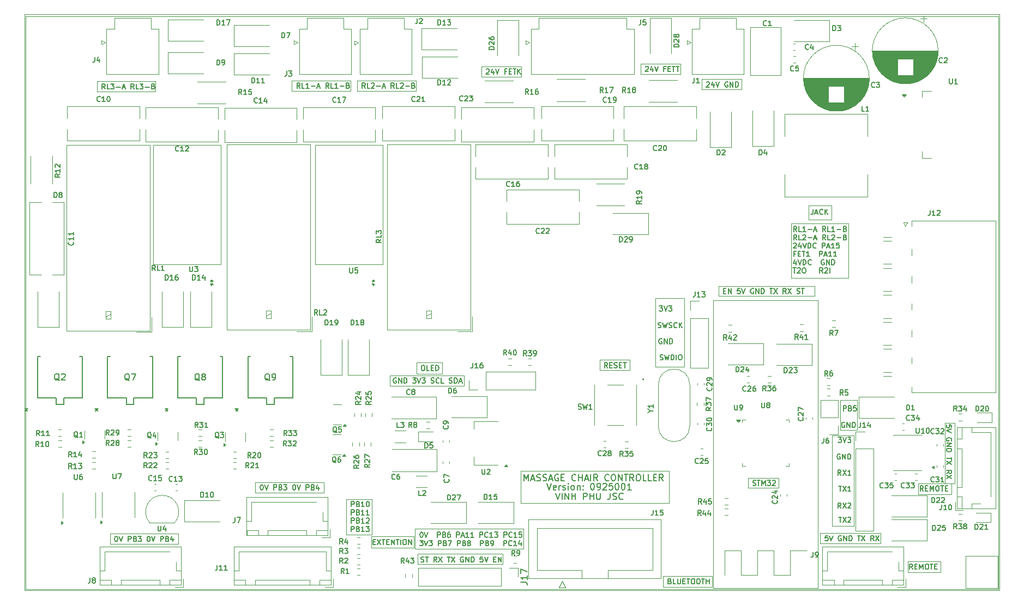
<source format=gbr>
%TF.GenerationSoftware,KiCad,Pcbnew,9.0.2*%
%TF.CreationDate,2025-10-22T08:39:05+07:00*%
%TF.ProjectId,MassageChair_HW_01_update,4d617373-6167-4654-9368-6169725f4857,rev?*%
%TF.SameCoordinates,Original*%
%TF.FileFunction,Legend,Top*%
%TF.FilePolarity,Positive*%
%FSLAX46Y46*%
G04 Gerber Fmt 4.6, Leading zero omitted, Abs format (unit mm)*
G04 Created by KiCad (PCBNEW 9.0.2) date 2025-10-22 08:39:05*
%MOMM*%
%LPD*%
G01*
G04 APERTURE LIST*
%ADD10C,0.100000*%
%ADD11C,0.125000*%
%ADD12C,0.150000*%
%ADD13C,0.120000*%
%ADD14C,0.152400*%
%TA.AperFunction,Profile*%
%ADD15C,0.050000*%
%TD*%
G04 APERTURE END LIST*
D10*
X117350000Y-65400000D02*
X126450000Y-65400000D01*
X126450000Y-67000000D01*
X117350000Y-67000000D01*
X117350000Y-65400000D01*
X181000000Y-65200000D02*
X187200000Y-65200000D01*
X187200000Y-66800000D01*
X181000000Y-66800000D01*
X181000000Y-65200000D01*
D11*
X222000000Y-139250000D02*
X227000000Y-139250000D01*
X227000000Y-144250000D01*
X222000000Y-144250000D01*
X222000000Y-139250000D01*
D10*
X171500000Y-62800000D02*
X177700000Y-62800000D01*
X177700000Y-64400000D01*
X171500000Y-64400000D01*
X171500000Y-62800000D01*
X125800000Y-130450000D02*
X129800000Y-130450000D01*
X129800000Y-135950000D01*
X125800000Y-135950000D01*
X125800000Y-130450000D01*
X132550000Y-111200000D02*
X144050000Y-111200000D01*
X144050000Y-112800000D01*
X132550000Y-112800000D01*
X132550000Y-111200000D01*
D11*
X76050000Y-55450000D02*
X227050000Y-55450000D01*
X227050000Y-144450000D01*
X76050000Y-144450000D01*
X76050000Y-55450000D01*
D10*
X214650000Y-127950000D02*
X219750000Y-127950000D01*
X219750000Y-129650000D01*
X214650000Y-129650000D01*
X214650000Y-127950000D01*
X136500000Y-135050000D02*
X153300000Y-135050000D01*
X153300000Y-138150000D01*
X136500000Y-138150000D01*
X136500000Y-135050000D01*
X111700000Y-127800000D02*
X122300000Y-127800000D01*
X122300000Y-129400000D01*
X111700000Y-129400000D01*
X111700000Y-127800000D01*
X175000000Y-142350000D02*
X182600000Y-142350000D01*
X182600000Y-144100000D01*
X175000000Y-144100000D01*
X175000000Y-142350000D01*
X197640000Y-84800000D02*
X201160000Y-84800000D01*
X201160000Y-87000000D01*
X197640000Y-87000000D01*
X197640000Y-84800000D01*
X199400000Y-135700000D02*
X208800000Y-135700000D01*
X208800000Y-137300000D01*
X199400000Y-137300000D01*
X199400000Y-135700000D01*
X136900000Y-138900000D02*
X150100000Y-138900000D01*
X150100000Y-140500000D01*
X136900000Y-140500000D01*
X136900000Y-138900000D01*
X213000000Y-140100000D02*
X218100000Y-140100000D01*
X218100000Y-141800000D01*
X213000000Y-141800000D01*
X213000000Y-140100000D01*
X194880000Y-87600000D02*
X203800000Y-87600000D01*
X203800000Y-96100000D01*
X194880000Y-96100000D01*
X194880000Y-87600000D01*
X152900000Y-126000000D02*
X175900000Y-126000000D01*
X175900000Y-131000000D01*
X152900000Y-131000000D01*
X152900000Y-126000000D01*
X201280000Y-120500000D02*
X204600000Y-120500000D01*
X204600000Y-134600000D01*
X201280000Y-134600000D01*
X201280000Y-120500000D01*
X127500000Y-65400000D02*
X136600000Y-65400000D01*
X136600000Y-67000000D01*
X127500000Y-67000000D01*
X127500000Y-65400000D01*
X188180000Y-127100000D02*
X192900000Y-127100000D01*
X192900000Y-128700000D01*
X188180000Y-128700000D01*
X188180000Y-127100000D01*
X218800000Y-118600000D02*
X220300000Y-118600000D01*
X220300000Y-128000000D01*
X218800000Y-128000000D01*
X218800000Y-118600000D01*
X87100000Y-65500000D02*
X96200000Y-65500000D01*
X96200000Y-67100000D01*
X87100000Y-67100000D01*
X87100000Y-65500000D01*
X165140000Y-108800000D02*
X169860000Y-108800000D01*
X169860000Y-110400000D01*
X165140000Y-110400000D01*
X165140000Y-108800000D01*
X183600000Y-97300000D02*
X198500000Y-97300000D01*
X198500000Y-98900000D01*
X183600000Y-98900000D01*
X183600000Y-97300000D01*
X89100000Y-135800000D02*
X99700000Y-135800000D01*
X99700000Y-137400000D01*
X89100000Y-137400000D01*
X89100000Y-135800000D01*
X129700000Y-136225000D02*
X136300000Y-136225000D01*
X136300000Y-137975000D01*
X129700000Y-137975000D01*
X129700000Y-136225000D01*
X202540000Y-115000000D02*
X205160000Y-115000000D01*
X205160000Y-119700000D01*
X202540000Y-119700000D01*
X202540000Y-115000000D01*
X173800000Y-99200000D02*
X178320000Y-99200000D01*
X178320000Y-109900000D01*
X173800000Y-109900000D01*
X173800000Y-99200000D01*
X136700000Y-109200000D02*
X140700000Y-109200000D01*
X140700000Y-110950000D01*
X136700000Y-110950000D01*
X136700000Y-109200000D01*
X146800000Y-63200000D02*
X153000000Y-63200000D01*
X153000000Y-64800000D01*
X146800000Y-64800000D01*
X146800000Y-63200000D01*
D12*
X213746303Y-141294295D02*
X213479636Y-140913342D01*
X213289160Y-141294295D02*
X213289160Y-140494295D01*
X213289160Y-140494295D02*
X213593922Y-140494295D01*
X213593922Y-140494295D02*
X213670112Y-140532390D01*
X213670112Y-140532390D02*
X213708207Y-140570485D01*
X213708207Y-140570485D02*
X213746303Y-140646676D01*
X213746303Y-140646676D02*
X213746303Y-140760961D01*
X213746303Y-140760961D02*
X213708207Y-140837152D01*
X213708207Y-140837152D02*
X213670112Y-140875247D01*
X213670112Y-140875247D02*
X213593922Y-140913342D01*
X213593922Y-140913342D02*
X213289160Y-140913342D01*
X214089160Y-140875247D02*
X214355826Y-140875247D01*
X214470112Y-141294295D02*
X214089160Y-141294295D01*
X214089160Y-141294295D02*
X214089160Y-140494295D01*
X214089160Y-140494295D02*
X214470112Y-140494295D01*
X214812970Y-141294295D02*
X214812970Y-140494295D01*
X214812970Y-140494295D02*
X215079636Y-141065723D01*
X215079636Y-141065723D02*
X215346303Y-140494295D01*
X215346303Y-140494295D02*
X215346303Y-141294295D01*
X215879637Y-140494295D02*
X216032018Y-140494295D01*
X216032018Y-140494295D02*
X216108208Y-140532390D01*
X216108208Y-140532390D02*
X216184399Y-140608580D01*
X216184399Y-140608580D02*
X216222494Y-140760961D01*
X216222494Y-140760961D02*
X216222494Y-141027628D01*
X216222494Y-141027628D02*
X216184399Y-141180009D01*
X216184399Y-141180009D02*
X216108208Y-141256200D01*
X216108208Y-141256200D02*
X216032018Y-141294295D01*
X216032018Y-141294295D02*
X215879637Y-141294295D01*
X215879637Y-141294295D02*
X215803446Y-141256200D01*
X215803446Y-141256200D02*
X215727256Y-141180009D01*
X215727256Y-141180009D02*
X215689160Y-141027628D01*
X215689160Y-141027628D02*
X215689160Y-140760961D01*
X215689160Y-140760961D02*
X215727256Y-140608580D01*
X215727256Y-140608580D02*
X215803446Y-140532390D01*
X215803446Y-140532390D02*
X215879637Y-140494295D01*
X216451065Y-140494295D02*
X216908208Y-140494295D01*
X216679636Y-141294295D02*
X216679636Y-140494295D01*
X217174875Y-140875247D02*
X217441541Y-140875247D01*
X217555827Y-141294295D02*
X217174875Y-141294295D01*
X217174875Y-141294295D02*
X217174875Y-140494295D01*
X217174875Y-140494295D02*
X217555827Y-140494295D01*
X118596303Y-66594295D02*
X118329636Y-66213342D01*
X118139160Y-66594295D02*
X118139160Y-65794295D01*
X118139160Y-65794295D02*
X118443922Y-65794295D01*
X118443922Y-65794295D02*
X118520112Y-65832390D01*
X118520112Y-65832390D02*
X118558207Y-65870485D01*
X118558207Y-65870485D02*
X118596303Y-65946676D01*
X118596303Y-65946676D02*
X118596303Y-66060961D01*
X118596303Y-66060961D02*
X118558207Y-66137152D01*
X118558207Y-66137152D02*
X118520112Y-66175247D01*
X118520112Y-66175247D02*
X118443922Y-66213342D01*
X118443922Y-66213342D02*
X118139160Y-66213342D01*
X119320112Y-66594295D02*
X118939160Y-66594295D01*
X118939160Y-66594295D02*
X118939160Y-65794295D01*
X120005826Y-66594295D02*
X119548683Y-66594295D01*
X119777255Y-66594295D02*
X119777255Y-65794295D01*
X119777255Y-65794295D02*
X119701064Y-65908580D01*
X119701064Y-65908580D02*
X119624874Y-65984771D01*
X119624874Y-65984771D02*
X119548683Y-66022866D01*
X120348684Y-66289533D02*
X120958208Y-66289533D01*
X121301064Y-66365723D02*
X121682017Y-66365723D01*
X121224874Y-66594295D02*
X121491541Y-65794295D01*
X121491541Y-65794295D02*
X121758207Y-66594295D01*
X123091541Y-66594295D02*
X122824874Y-66213342D01*
X122634398Y-66594295D02*
X122634398Y-65794295D01*
X122634398Y-65794295D02*
X122939160Y-65794295D01*
X122939160Y-65794295D02*
X123015350Y-65832390D01*
X123015350Y-65832390D02*
X123053445Y-65870485D01*
X123053445Y-65870485D02*
X123091541Y-65946676D01*
X123091541Y-65946676D02*
X123091541Y-66060961D01*
X123091541Y-66060961D02*
X123053445Y-66137152D01*
X123053445Y-66137152D02*
X123015350Y-66175247D01*
X123015350Y-66175247D02*
X122939160Y-66213342D01*
X122939160Y-66213342D02*
X122634398Y-66213342D01*
X123815350Y-66594295D02*
X123434398Y-66594295D01*
X123434398Y-66594295D02*
X123434398Y-65794295D01*
X124501064Y-66594295D02*
X124043921Y-66594295D01*
X124272493Y-66594295D02*
X124272493Y-65794295D01*
X124272493Y-65794295D02*
X124196302Y-65908580D01*
X124196302Y-65908580D02*
X124120112Y-65984771D01*
X124120112Y-65984771D02*
X124043921Y-66022866D01*
X124843922Y-66289533D02*
X125453446Y-66289533D01*
X126101064Y-66175247D02*
X126215350Y-66213342D01*
X126215350Y-66213342D02*
X126253445Y-66251438D01*
X126253445Y-66251438D02*
X126291541Y-66327628D01*
X126291541Y-66327628D02*
X126291541Y-66441914D01*
X126291541Y-66441914D02*
X126253445Y-66518104D01*
X126253445Y-66518104D02*
X126215350Y-66556200D01*
X126215350Y-66556200D02*
X126139160Y-66594295D01*
X126139160Y-66594295D02*
X125834398Y-66594295D01*
X125834398Y-66594295D02*
X125834398Y-65794295D01*
X125834398Y-65794295D02*
X126101064Y-65794295D01*
X126101064Y-65794295D02*
X126177255Y-65832390D01*
X126177255Y-65832390D02*
X126215350Y-65870485D01*
X126215350Y-65870485D02*
X126253445Y-65946676D01*
X126253445Y-65946676D02*
X126253445Y-66022866D01*
X126253445Y-66022866D02*
X126215350Y-66099057D01*
X126215350Y-66099057D02*
X126177255Y-66137152D01*
X126177255Y-66137152D02*
X126101064Y-66175247D01*
X126101064Y-66175247D02*
X125834398Y-66175247D01*
X156993922Y-127969819D02*
X157327255Y-128969819D01*
X157327255Y-128969819D02*
X157660588Y-127969819D01*
X158374874Y-128922200D02*
X158279636Y-128969819D01*
X158279636Y-128969819D02*
X158089160Y-128969819D01*
X158089160Y-128969819D02*
X157993922Y-128922200D01*
X157993922Y-128922200D02*
X157946303Y-128826961D01*
X157946303Y-128826961D02*
X157946303Y-128446009D01*
X157946303Y-128446009D02*
X157993922Y-128350771D01*
X157993922Y-128350771D02*
X158089160Y-128303152D01*
X158089160Y-128303152D02*
X158279636Y-128303152D01*
X158279636Y-128303152D02*
X158374874Y-128350771D01*
X158374874Y-128350771D02*
X158422493Y-128446009D01*
X158422493Y-128446009D02*
X158422493Y-128541247D01*
X158422493Y-128541247D02*
X157946303Y-128636485D01*
X158851065Y-128969819D02*
X158851065Y-128303152D01*
X158851065Y-128493628D02*
X158898684Y-128398390D01*
X158898684Y-128398390D02*
X158946303Y-128350771D01*
X158946303Y-128350771D02*
X159041541Y-128303152D01*
X159041541Y-128303152D02*
X159136779Y-128303152D01*
X159422494Y-128922200D02*
X159517732Y-128969819D01*
X159517732Y-128969819D02*
X159708208Y-128969819D01*
X159708208Y-128969819D02*
X159803446Y-128922200D01*
X159803446Y-128922200D02*
X159851065Y-128826961D01*
X159851065Y-128826961D02*
X159851065Y-128779342D01*
X159851065Y-128779342D02*
X159803446Y-128684104D01*
X159803446Y-128684104D02*
X159708208Y-128636485D01*
X159708208Y-128636485D02*
X159565351Y-128636485D01*
X159565351Y-128636485D02*
X159470113Y-128588866D01*
X159470113Y-128588866D02*
X159422494Y-128493628D01*
X159422494Y-128493628D02*
X159422494Y-128446009D01*
X159422494Y-128446009D02*
X159470113Y-128350771D01*
X159470113Y-128350771D02*
X159565351Y-128303152D01*
X159565351Y-128303152D02*
X159708208Y-128303152D01*
X159708208Y-128303152D02*
X159803446Y-128350771D01*
X160279637Y-128969819D02*
X160279637Y-128303152D01*
X160279637Y-127969819D02*
X160232018Y-128017438D01*
X160232018Y-128017438D02*
X160279637Y-128065057D01*
X160279637Y-128065057D02*
X160327256Y-128017438D01*
X160327256Y-128017438D02*
X160279637Y-127969819D01*
X160279637Y-127969819D02*
X160279637Y-128065057D01*
X160898684Y-128969819D02*
X160803446Y-128922200D01*
X160803446Y-128922200D02*
X160755827Y-128874580D01*
X160755827Y-128874580D02*
X160708208Y-128779342D01*
X160708208Y-128779342D02*
X160708208Y-128493628D01*
X160708208Y-128493628D02*
X160755827Y-128398390D01*
X160755827Y-128398390D02*
X160803446Y-128350771D01*
X160803446Y-128350771D02*
X160898684Y-128303152D01*
X160898684Y-128303152D02*
X161041541Y-128303152D01*
X161041541Y-128303152D02*
X161136779Y-128350771D01*
X161136779Y-128350771D02*
X161184398Y-128398390D01*
X161184398Y-128398390D02*
X161232017Y-128493628D01*
X161232017Y-128493628D02*
X161232017Y-128779342D01*
X161232017Y-128779342D02*
X161184398Y-128874580D01*
X161184398Y-128874580D02*
X161136779Y-128922200D01*
X161136779Y-128922200D02*
X161041541Y-128969819D01*
X161041541Y-128969819D02*
X160898684Y-128969819D01*
X161660589Y-128303152D02*
X161660589Y-128969819D01*
X161660589Y-128398390D02*
X161708208Y-128350771D01*
X161708208Y-128350771D02*
X161803446Y-128303152D01*
X161803446Y-128303152D02*
X161946303Y-128303152D01*
X161946303Y-128303152D02*
X162041541Y-128350771D01*
X162041541Y-128350771D02*
X162089160Y-128446009D01*
X162089160Y-128446009D02*
X162089160Y-128969819D01*
X162565351Y-128874580D02*
X162612970Y-128922200D01*
X162612970Y-128922200D02*
X162565351Y-128969819D01*
X162565351Y-128969819D02*
X162517732Y-128922200D01*
X162517732Y-128922200D02*
X162565351Y-128874580D01*
X162565351Y-128874580D02*
X162565351Y-128969819D01*
X162565351Y-128350771D02*
X162612970Y-128398390D01*
X162612970Y-128398390D02*
X162565351Y-128446009D01*
X162565351Y-128446009D02*
X162517732Y-128398390D01*
X162517732Y-128398390D02*
X162565351Y-128350771D01*
X162565351Y-128350771D02*
X162565351Y-128446009D01*
X163993922Y-127969819D02*
X164089160Y-127969819D01*
X164089160Y-127969819D02*
X164184398Y-128017438D01*
X164184398Y-128017438D02*
X164232017Y-128065057D01*
X164232017Y-128065057D02*
X164279636Y-128160295D01*
X164279636Y-128160295D02*
X164327255Y-128350771D01*
X164327255Y-128350771D02*
X164327255Y-128588866D01*
X164327255Y-128588866D02*
X164279636Y-128779342D01*
X164279636Y-128779342D02*
X164232017Y-128874580D01*
X164232017Y-128874580D02*
X164184398Y-128922200D01*
X164184398Y-128922200D02*
X164089160Y-128969819D01*
X164089160Y-128969819D02*
X163993922Y-128969819D01*
X163993922Y-128969819D02*
X163898684Y-128922200D01*
X163898684Y-128922200D02*
X163851065Y-128874580D01*
X163851065Y-128874580D02*
X163803446Y-128779342D01*
X163803446Y-128779342D02*
X163755827Y-128588866D01*
X163755827Y-128588866D02*
X163755827Y-128350771D01*
X163755827Y-128350771D02*
X163803446Y-128160295D01*
X163803446Y-128160295D02*
X163851065Y-128065057D01*
X163851065Y-128065057D02*
X163898684Y-128017438D01*
X163898684Y-128017438D02*
X163993922Y-127969819D01*
X164803446Y-128969819D02*
X164993922Y-128969819D01*
X164993922Y-128969819D02*
X165089160Y-128922200D01*
X165089160Y-128922200D02*
X165136779Y-128874580D01*
X165136779Y-128874580D02*
X165232017Y-128731723D01*
X165232017Y-128731723D02*
X165279636Y-128541247D01*
X165279636Y-128541247D02*
X165279636Y-128160295D01*
X165279636Y-128160295D02*
X165232017Y-128065057D01*
X165232017Y-128065057D02*
X165184398Y-128017438D01*
X165184398Y-128017438D02*
X165089160Y-127969819D01*
X165089160Y-127969819D02*
X164898684Y-127969819D01*
X164898684Y-127969819D02*
X164803446Y-128017438D01*
X164803446Y-128017438D02*
X164755827Y-128065057D01*
X164755827Y-128065057D02*
X164708208Y-128160295D01*
X164708208Y-128160295D02*
X164708208Y-128398390D01*
X164708208Y-128398390D02*
X164755827Y-128493628D01*
X164755827Y-128493628D02*
X164803446Y-128541247D01*
X164803446Y-128541247D02*
X164898684Y-128588866D01*
X164898684Y-128588866D02*
X165089160Y-128588866D01*
X165089160Y-128588866D02*
X165184398Y-128541247D01*
X165184398Y-128541247D02*
X165232017Y-128493628D01*
X165232017Y-128493628D02*
X165279636Y-128398390D01*
X165660589Y-128065057D02*
X165708208Y-128017438D01*
X165708208Y-128017438D02*
X165803446Y-127969819D01*
X165803446Y-127969819D02*
X166041541Y-127969819D01*
X166041541Y-127969819D02*
X166136779Y-128017438D01*
X166136779Y-128017438D02*
X166184398Y-128065057D01*
X166184398Y-128065057D02*
X166232017Y-128160295D01*
X166232017Y-128160295D02*
X166232017Y-128255533D01*
X166232017Y-128255533D02*
X166184398Y-128398390D01*
X166184398Y-128398390D02*
X165612970Y-128969819D01*
X165612970Y-128969819D02*
X166232017Y-128969819D01*
X167136779Y-127969819D02*
X166660589Y-127969819D01*
X166660589Y-127969819D02*
X166612970Y-128446009D01*
X166612970Y-128446009D02*
X166660589Y-128398390D01*
X166660589Y-128398390D02*
X166755827Y-128350771D01*
X166755827Y-128350771D02*
X166993922Y-128350771D01*
X166993922Y-128350771D02*
X167089160Y-128398390D01*
X167089160Y-128398390D02*
X167136779Y-128446009D01*
X167136779Y-128446009D02*
X167184398Y-128541247D01*
X167184398Y-128541247D02*
X167184398Y-128779342D01*
X167184398Y-128779342D02*
X167136779Y-128874580D01*
X167136779Y-128874580D02*
X167089160Y-128922200D01*
X167089160Y-128922200D02*
X166993922Y-128969819D01*
X166993922Y-128969819D02*
X166755827Y-128969819D01*
X166755827Y-128969819D02*
X166660589Y-128922200D01*
X166660589Y-128922200D02*
X166612970Y-128874580D01*
X167803446Y-127969819D02*
X167898684Y-127969819D01*
X167898684Y-127969819D02*
X167993922Y-128017438D01*
X167993922Y-128017438D02*
X168041541Y-128065057D01*
X168041541Y-128065057D02*
X168089160Y-128160295D01*
X168089160Y-128160295D02*
X168136779Y-128350771D01*
X168136779Y-128350771D02*
X168136779Y-128588866D01*
X168136779Y-128588866D02*
X168089160Y-128779342D01*
X168089160Y-128779342D02*
X168041541Y-128874580D01*
X168041541Y-128874580D02*
X167993922Y-128922200D01*
X167993922Y-128922200D02*
X167898684Y-128969819D01*
X167898684Y-128969819D02*
X167803446Y-128969819D01*
X167803446Y-128969819D02*
X167708208Y-128922200D01*
X167708208Y-128922200D02*
X167660589Y-128874580D01*
X167660589Y-128874580D02*
X167612970Y-128779342D01*
X167612970Y-128779342D02*
X167565351Y-128588866D01*
X167565351Y-128588866D02*
X167565351Y-128350771D01*
X167565351Y-128350771D02*
X167612970Y-128160295D01*
X167612970Y-128160295D02*
X167660589Y-128065057D01*
X167660589Y-128065057D02*
X167708208Y-128017438D01*
X167708208Y-128017438D02*
X167803446Y-127969819D01*
X168755827Y-127969819D02*
X168851065Y-127969819D01*
X168851065Y-127969819D02*
X168946303Y-128017438D01*
X168946303Y-128017438D02*
X168993922Y-128065057D01*
X168993922Y-128065057D02*
X169041541Y-128160295D01*
X169041541Y-128160295D02*
X169089160Y-128350771D01*
X169089160Y-128350771D02*
X169089160Y-128588866D01*
X169089160Y-128588866D02*
X169041541Y-128779342D01*
X169041541Y-128779342D02*
X168993922Y-128874580D01*
X168993922Y-128874580D02*
X168946303Y-128922200D01*
X168946303Y-128922200D02*
X168851065Y-128969819D01*
X168851065Y-128969819D02*
X168755827Y-128969819D01*
X168755827Y-128969819D02*
X168660589Y-128922200D01*
X168660589Y-128922200D02*
X168612970Y-128874580D01*
X168612970Y-128874580D02*
X168565351Y-128779342D01*
X168565351Y-128779342D02*
X168517732Y-128588866D01*
X168517732Y-128588866D02*
X168517732Y-128350771D01*
X168517732Y-128350771D02*
X168565351Y-128160295D01*
X168565351Y-128160295D02*
X168612970Y-128065057D01*
X168612970Y-128065057D02*
X168660589Y-128017438D01*
X168660589Y-128017438D02*
X168755827Y-127969819D01*
X170041541Y-128969819D02*
X169470113Y-128969819D01*
X169755827Y-128969819D02*
X169755827Y-127969819D01*
X169755827Y-127969819D02*
X169660589Y-128112676D01*
X169660589Y-128112676D02*
X169565351Y-128207914D01*
X169565351Y-128207914D02*
X169470113Y-128255533D01*
X198277731Y-85394295D02*
X198277731Y-85965723D01*
X198277731Y-85965723D02*
X198239636Y-86080009D01*
X198239636Y-86080009D02*
X198163445Y-86156200D01*
X198163445Y-86156200D02*
X198049160Y-86194295D01*
X198049160Y-86194295D02*
X197972969Y-86194295D01*
X198620588Y-85965723D02*
X199001541Y-85965723D01*
X198544398Y-86194295D02*
X198811065Y-85394295D01*
X198811065Y-85394295D02*
X199077731Y-86194295D01*
X199801541Y-86118104D02*
X199763445Y-86156200D01*
X199763445Y-86156200D02*
X199649160Y-86194295D01*
X199649160Y-86194295D02*
X199572969Y-86194295D01*
X199572969Y-86194295D02*
X199458683Y-86156200D01*
X199458683Y-86156200D02*
X199382493Y-86080009D01*
X199382493Y-86080009D02*
X199344398Y-86003819D01*
X199344398Y-86003819D02*
X199306302Y-85851438D01*
X199306302Y-85851438D02*
X199306302Y-85737152D01*
X199306302Y-85737152D02*
X199344398Y-85584771D01*
X199344398Y-85584771D02*
X199382493Y-85508580D01*
X199382493Y-85508580D02*
X199458683Y-85432390D01*
X199458683Y-85432390D02*
X199572969Y-85394295D01*
X199572969Y-85394295D02*
X199649160Y-85394295D01*
X199649160Y-85394295D02*
X199763445Y-85432390D01*
X199763445Y-85432390D02*
X199801541Y-85470485D01*
X200144398Y-86194295D02*
X200144398Y-85394295D01*
X200601541Y-86194295D02*
X200258683Y-85737152D01*
X200601541Y-85394295D02*
X200144398Y-85851438D01*
X137641541Y-109644295D02*
X137793922Y-109644295D01*
X137793922Y-109644295D02*
X137870112Y-109682390D01*
X137870112Y-109682390D02*
X137946303Y-109758580D01*
X137946303Y-109758580D02*
X137984398Y-109910961D01*
X137984398Y-109910961D02*
X137984398Y-110177628D01*
X137984398Y-110177628D02*
X137946303Y-110330009D01*
X137946303Y-110330009D02*
X137870112Y-110406200D01*
X137870112Y-110406200D02*
X137793922Y-110444295D01*
X137793922Y-110444295D02*
X137641541Y-110444295D01*
X137641541Y-110444295D02*
X137565350Y-110406200D01*
X137565350Y-110406200D02*
X137489160Y-110330009D01*
X137489160Y-110330009D02*
X137451064Y-110177628D01*
X137451064Y-110177628D02*
X137451064Y-109910961D01*
X137451064Y-109910961D02*
X137489160Y-109758580D01*
X137489160Y-109758580D02*
X137565350Y-109682390D01*
X137565350Y-109682390D02*
X137641541Y-109644295D01*
X138708207Y-110444295D02*
X138327255Y-110444295D01*
X138327255Y-110444295D02*
X138327255Y-109644295D01*
X138974874Y-110025247D02*
X139241540Y-110025247D01*
X139355826Y-110444295D02*
X138974874Y-110444295D01*
X138974874Y-110444295D02*
X138974874Y-109644295D01*
X138974874Y-109644295D02*
X139355826Y-109644295D01*
X139698684Y-110444295D02*
X139698684Y-109644295D01*
X139698684Y-109644295D02*
X139889160Y-109644295D01*
X139889160Y-109644295D02*
X140003446Y-109682390D01*
X140003446Y-109682390D02*
X140079636Y-109758580D01*
X140079636Y-109758580D02*
X140117731Y-109834771D01*
X140117731Y-109834771D02*
X140155827Y-109987152D01*
X140155827Y-109987152D02*
X140155827Y-110101438D01*
X140155827Y-110101438D02*
X140117731Y-110253819D01*
X140117731Y-110253819D02*
X140079636Y-110330009D01*
X140079636Y-110330009D02*
X140003446Y-110406200D01*
X140003446Y-110406200D02*
X139889160Y-110444295D01*
X139889160Y-110444295D02*
X139698684Y-110444295D01*
X172251064Y-63270485D02*
X172289160Y-63232390D01*
X172289160Y-63232390D02*
X172365350Y-63194295D01*
X172365350Y-63194295D02*
X172555826Y-63194295D01*
X172555826Y-63194295D02*
X172632017Y-63232390D01*
X172632017Y-63232390D02*
X172670112Y-63270485D01*
X172670112Y-63270485D02*
X172708207Y-63346676D01*
X172708207Y-63346676D02*
X172708207Y-63422866D01*
X172708207Y-63422866D02*
X172670112Y-63537152D01*
X172670112Y-63537152D02*
X172212969Y-63994295D01*
X172212969Y-63994295D02*
X172708207Y-63994295D01*
X173393922Y-63460961D02*
X173393922Y-63994295D01*
X173203446Y-63156200D02*
X173012969Y-63727628D01*
X173012969Y-63727628D02*
X173508208Y-63727628D01*
X173698684Y-63194295D02*
X173965351Y-63994295D01*
X173965351Y-63994295D02*
X174232017Y-63194295D01*
X175374874Y-63575247D02*
X175108208Y-63575247D01*
X175108208Y-63994295D02*
X175108208Y-63194295D01*
X175108208Y-63194295D02*
X175489160Y-63194295D01*
X175793922Y-63575247D02*
X176060588Y-63575247D01*
X176174874Y-63994295D02*
X175793922Y-63994295D01*
X175793922Y-63994295D02*
X175793922Y-63194295D01*
X175793922Y-63194295D02*
X176174874Y-63194295D01*
X176403446Y-63194295D02*
X176860589Y-63194295D01*
X176632017Y-63994295D02*
X176632017Y-63194295D01*
X177012970Y-63194295D02*
X177470113Y-63194295D01*
X177241541Y-63994295D02*
X177241541Y-63194295D01*
X202207255Y-120794295D02*
X202702493Y-120794295D01*
X202702493Y-120794295D02*
X202435827Y-121099057D01*
X202435827Y-121099057D02*
X202550112Y-121099057D01*
X202550112Y-121099057D02*
X202626303Y-121137152D01*
X202626303Y-121137152D02*
X202664398Y-121175247D01*
X202664398Y-121175247D02*
X202702493Y-121251438D01*
X202702493Y-121251438D02*
X202702493Y-121441914D01*
X202702493Y-121441914D02*
X202664398Y-121518104D01*
X202664398Y-121518104D02*
X202626303Y-121556200D01*
X202626303Y-121556200D02*
X202550112Y-121594295D01*
X202550112Y-121594295D02*
X202321541Y-121594295D01*
X202321541Y-121594295D02*
X202245350Y-121556200D01*
X202245350Y-121556200D02*
X202207255Y-121518104D01*
X202931065Y-120794295D02*
X203197732Y-121594295D01*
X203197732Y-121594295D02*
X203464398Y-120794295D01*
X203654874Y-120794295D02*
X204150112Y-120794295D01*
X204150112Y-120794295D02*
X203883446Y-121099057D01*
X203883446Y-121099057D02*
X203997731Y-121099057D01*
X203997731Y-121099057D02*
X204073922Y-121137152D01*
X204073922Y-121137152D02*
X204112017Y-121175247D01*
X204112017Y-121175247D02*
X204150112Y-121251438D01*
X204150112Y-121251438D02*
X204150112Y-121441914D01*
X204150112Y-121441914D02*
X204112017Y-121518104D01*
X204112017Y-121518104D02*
X204073922Y-121556200D01*
X204073922Y-121556200D02*
X203997731Y-121594295D01*
X203997731Y-121594295D02*
X203769160Y-121594295D01*
X203769160Y-121594295D02*
X203692969Y-121556200D01*
X203692969Y-121556200D02*
X203654874Y-121518104D01*
X174222493Y-103756200D02*
X174336779Y-103794295D01*
X174336779Y-103794295D02*
X174527255Y-103794295D01*
X174527255Y-103794295D02*
X174603446Y-103756200D01*
X174603446Y-103756200D02*
X174641541Y-103718104D01*
X174641541Y-103718104D02*
X174679636Y-103641914D01*
X174679636Y-103641914D02*
X174679636Y-103565723D01*
X174679636Y-103565723D02*
X174641541Y-103489533D01*
X174641541Y-103489533D02*
X174603446Y-103451438D01*
X174603446Y-103451438D02*
X174527255Y-103413342D01*
X174527255Y-103413342D02*
X174374874Y-103375247D01*
X174374874Y-103375247D02*
X174298684Y-103337152D01*
X174298684Y-103337152D02*
X174260589Y-103299057D01*
X174260589Y-103299057D02*
X174222493Y-103222866D01*
X174222493Y-103222866D02*
X174222493Y-103146676D01*
X174222493Y-103146676D02*
X174260589Y-103070485D01*
X174260589Y-103070485D02*
X174298684Y-103032390D01*
X174298684Y-103032390D02*
X174374874Y-102994295D01*
X174374874Y-102994295D02*
X174565351Y-102994295D01*
X174565351Y-102994295D02*
X174679636Y-103032390D01*
X174946303Y-102994295D02*
X175136779Y-103794295D01*
X175136779Y-103794295D02*
X175289160Y-103222866D01*
X175289160Y-103222866D02*
X175441541Y-103794295D01*
X175441541Y-103794295D02*
X175632018Y-102994295D01*
X175898684Y-103756200D02*
X176012970Y-103794295D01*
X176012970Y-103794295D02*
X176203446Y-103794295D01*
X176203446Y-103794295D02*
X176279637Y-103756200D01*
X176279637Y-103756200D02*
X176317732Y-103718104D01*
X176317732Y-103718104D02*
X176355827Y-103641914D01*
X176355827Y-103641914D02*
X176355827Y-103565723D01*
X176355827Y-103565723D02*
X176317732Y-103489533D01*
X176317732Y-103489533D02*
X176279637Y-103451438D01*
X176279637Y-103451438D02*
X176203446Y-103413342D01*
X176203446Y-103413342D02*
X176051065Y-103375247D01*
X176051065Y-103375247D02*
X175974875Y-103337152D01*
X175974875Y-103337152D02*
X175936780Y-103299057D01*
X175936780Y-103299057D02*
X175898684Y-103222866D01*
X175898684Y-103222866D02*
X175898684Y-103146676D01*
X175898684Y-103146676D02*
X175936780Y-103070485D01*
X175936780Y-103070485D02*
X175974875Y-103032390D01*
X175974875Y-103032390D02*
X176051065Y-102994295D01*
X176051065Y-102994295D02*
X176241542Y-102994295D01*
X176241542Y-102994295D02*
X176355827Y-103032390D01*
X177155828Y-103718104D02*
X177117732Y-103756200D01*
X177117732Y-103756200D02*
X177003447Y-103794295D01*
X177003447Y-103794295D02*
X176927256Y-103794295D01*
X176927256Y-103794295D02*
X176812970Y-103756200D01*
X176812970Y-103756200D02*
X176736780Y-103680009D01*
X176736780Y-103680009D02*
X176698685Y-103603819D01*
X176698685Y-103603819D02*
X176660589Y-103451438D01*
X176660589Y-103451438D02*
X176660589Y-103337152D01*
X176660589Y-103337152D02*
X176698685Y-103184771D01*
X176698685Y-103184771D02*
X176736780Y-103108580D01*
X176736780Y-103108580D02*
X176812970Y-103032390D01*
X176812970Y-103032390D02*
X176927256Y-102994295D01*
X176927256Y-102994295D02*
X177003447Y-102994295D01*
X177003447Y-102994295D02*
X177117732Y-103032390D01*
X177117732Y-103032390D02*
X177155828Y-103070485D01*
X177498685Y-103794295D02*
X177498685Y-102994295D01*
X177955828Y-103794295D02*
X177612970Y-103337152D01*
X177955828Y-102994295D02*
X177498685Y-103451438D01*
X88346303Y-66694295D02*
X88079636Y-66313342D01*
X87889160Y-66694295D02*
X87889160Y-65894295D01*
X87889160Y-65894295D02*
X88193922Y-65894295D01*
X88193922Y-65894295D02*
X88270112Y-65932390D01*
X88270112Y-65932390D02*
X88308207Y-65970485D01*
X88308207Y-65970485D02*
X88346303Y-66046676D01*
X88346303Y-66046676D02*
X88346303Y-66160961D01*
X88346303Y-66160961D02*
X88308207Y-66237152D01*
X88308207Y-66237152D02*
X88270112Y-66275247D01*
X88270112Y-66275247D02*
X88193922Y-66313342D01*
X88193922Y-66313342D02*
X87889160Y-66313342D01*
X89070112Y-66694295D02*
X88689160Y-66694295D01*
X88689160Y-66694295D02*
X88689160Y-65894295D01*
X89260588Y-65894295D02*
X89755826Y-65894295D01*
X89755826Y-65894295D02*
X89489160Y-66199057D01*
X89489160Y-66199057D02*
X89603445Y-66199057D01*
X89603445Y-66199057D02*
X89679636Y-66237152D01*
X89679636Y-66237152D02*
X89717731Y-66275247D01*
X89717731Y-66275247D02*
X89755826Y-66351438D01*
X89755826Y-66351438D02*
X89755826Y-66541914D01*
X89755826Y-66541914D02*
X89717731Y-66618104D01*
X89717731Y-66618104D02*
X89679636Y-66656200D01*
X89679636Y-66656200D02*
X89603445Y-66694295D01*
X89603445Y-66694295D02*
X89374874Y-66694295D01*
X89374874Y-66694295D02*
X89298683Y-66656200D01*
X89298683Y-66656200D02*
X89260588Y-66618104D01*
X90098684Y-66389533D02*
X90708208Y-66389533D01*
X91051064Y-66465723D02*
X91432017Y-66465723D01*
X90974874Y-66694295D02*
X91241541Y-65894295D01*
X91241541Y-65894295D02*
X91508207Y-66694295D01*
X92841541Y-66694295D02*
X92574874Y-66313342D01*
X92384398Y-66694295D02*
X92384398Y-65894295D01*
X92384398Y-65894295D02*
X92689160Y-65894295D01*
X92689160Y-65894295D02*
X92765350Y-65932390D01*
X92765350Y-65932390D02*
X92803445Y-65970485D01*
X92803445Y-65970485D02*
X92841541Y-66046676D01*
X92841541Y-66046676D02*
X92841541Y-66160961D01*
X92841541Y-66160961D02*
X92803445Y-66237152D01*
X92803445Y-66237152D02*
X92765350Y-66275247D01*
X92765350Y-66275247D02*
X92689160Y-66313342D01*
X92689160Y-66313342D02*
X92384398Y-66313342D01*
X93565350Y-66694295D02*
X93184398Y-66694295D01*
X93184398Y-66694295D02*
X93184398Y-65894295D01*
X93755826Y-65894295D02*
X94251064Y-65894295D01*
X94251064Y-65894295D02*
X93984398Y-66199057D01*
X93984398Y-66199057D02*
X94098683Y-66199057D01*
X94098683Y-66199057D02*
X94174874Y-66237152D01*
X94174874Y-66237152D02*
X94212969Y-66275247D01*
X94212969Y-66275247D02*
X94251064Y-66351438D01*
X94251064Y-66351438D02*
X94251064Y-66541914D01*
X94251064Y-66541914D02*
X94212969Y-66618104D01*
X94212969Y-66618104D02*
X94174874Y-66656200D01*
X94174874Y-66656200D02*
X94098683Y-66694295D01*
X94098683Y-66694295D02*
X93870112Y-66694295D01*
X93870112Y-66694295D02*
X93793921Y-66656200D01*
X93793921Y-66656200D02*
X93755826Y-66618104D01*
X94593922Y-66389533D02*
X95203446Y-66389533D01*
X95851064Y-66275247D02*
X95965350Y-66313342D01*
X95965350Y-66313342D02*
X96003445Y-66351438D01*
X96003445Y-66351438D02*
X96041541Y-66427628D01*
X96041541Y-66427628D02*
X96041541Y-66541914D01*
X96041541Y-66541914D02*
X96003445Y-66618104D01*
X96003445Y-66618104D02*
X95965350Y-66656200D01*
X95965350Y-66656200D02*
X95889160Y-66694295D01*
X95889160Y-66694295D02*
X95584398Y-66694295D01*
X95584398Y-66694295D02*
X95584398Y-65894295D01*
X95584398Y-65894295D02*
X95851064Y-65894295D01*
X95851064Y-65894295D02*
X95927255Y-65932390D01*
X95927255Y-65932390D02*
X95965350Y-65970485D01*
X95965350Y-65970485D02*
X96003445Y-66046676D01*
X96003445Y-66046676D02*
X96003445Y-66122866D01*
X96003445Y-66122866D02*
X95965350Y-66199057D01*
X95965350Y-66199057D02*
X95927255Y-66237152D01*
X95927255Y-66237152D02*
X95851064Y-66275247D01*
X95851064Y-66275247D02*
X95584398Y-66275247D01*
X202245350Y-128394295D02*
X202702493Y-128394295D01*
X202473921Y-129194295D02*
X202473921Y-128394295D01*
X202892969Y-128394295D02*
X203426303Y-129194295D01*
X203426303Y-128394295D02*
X202892969Y-129194295D01*
X204150112Y-129194295D02*
X203692969Y-129194295D01*
X203921541Y-129194295D02*
X203921541Y-128394295D01*
X203921541Y-128394295D02*
X203845350Y-128508580D01*
X203845350Y-128508580D02*
X203769160Y-128584771D01*
X203769160Y-128584771D02*
X203692969Y-128622866D01*
X202473922Y-123432390D02*
X202397732Y-123394295D01*
X202397732Y-123394295D02*
X202283446Y-123394295D01*
X202283446Y-123394295D02*
X202169160Y-123432390D01*
X202169160Y-123432390D02*
X202092970Y-123508580D01*
X202092970Y-123508580D02*
X202054875Y-123584771D01*
X202054875Y-123584771D02*
X202016779Y-123737152D01*
X202016779Y-123737152D02*
X202016779Y-123851438D01*
X202016779Y-123851438D02*
X202054875Y-124003819D01*
X202054875Y-124003819D02*
X202092970Y-124080009D01*
X202092970Y-124080009D02*
X202169160Y-124156200D01*
X202169160Y-124156200D02*
X202283446Y-124194295D01*
X202283446Y-124194295D02*
X202359637Y-124194295D01*
X202359637Y-124194295D02*
X202473922Y-124156200D01*
X202473922Y-124156200D02*
X202512018Y-124118104D01*
X202512018Y-124118104D02*
X202512018Y-123851438D01*
X202512018Y-123851438D02*
X202359637Y-123851438D01*
X202854875Y-124194295D02*
X202854875Y-123394295D01*
X202854875Y-123394295D02*
X203312018Y-124194295D01*
X203312018Y-124194295D02*
X203312018Y-123394295D01*
X203692970Y-124194295D02*
X203692970Y-123394295D01*
X203692970Y-123394295D02*
X203883446Y-123394295D01*
X203883446Y-123394295D02*
X203997732Y-123432390D01*
X203997732Y-123432390D02*
X204073922Y-123508580D01*
X204073922Y-123508580D02*
X204112017Y-123584771D01*
X204112017Y-123584771D02*
X204150113Y-123737152D01*
X204150113Y-123737152D02*
X204150113Y-123851438D01*
X204150113Y-123851438D02*
X204112017Y-124003819D01*
X204112017Y-124003819D02*
X204073922Y-124080009D01*
X204073922Y-124080009D02*
X203997732Y-124156200D01*
X203997732Y-124156200D02*
X203883446Y-124194295D01*
X203883446Y-124194295D02*
X203692970Y-124194295D01*
X195746303Y-88854520D02*
X195479636Y-88473567D01*
X195289160Y-88854520D02*
X195289160Y-88054520D01*
X195289160Y-88054520D02*
X195593922Y-88054520D01*
X195593922Y-88054520D02*
X195670112Y-88092615D01*
X195670112Y-88092615D02*
X195708207Y-88130710D01*
X195708207Y-88130710D02*
X195746303Y-88206901D01*
X195746303Y-88206901D02*
X195746303Y-88321186D01*
X195746303Y-88321186D02*
X195708207Y-88397377D01*
X195708207Y-88397377D02*
X195670112Y-88435472D01*
X195670112Y-88435472D02*
X195593922Y-88473567D01*
X195593922Y-88473567D02*
X195289160Y-88473567D01*
X196470112Y-88854520D02*
X196089160Y-88854520D01*
X196089160Y-88854520D02*
X196089160Y-88054520D01*
X197155826Y-88854520D02*
X196698683Y-88854520D01*
X196927255Y-88854520D02*
X196927255Y-88054520D01*
X196927255Y-88054520D02*
X196851064Y-88168805D01*
X196851064Y-88168805D02*
X196774874Y-88244996D01*
X196774874Y-88244996D02*
X196698683Y-88283091D01*
X197498684Y-88549758D02*
X198108208Y-88549758D01*
X198451064Y-88625948D02*
X198832017Y-88625948D01*
X198374874Y-88854520D02*
X198641541Y-88054520D01*
X198641541Y-88054520D02*
X198908207Y-88854520D01*
X200241541Y-88854520D02*
X199974874Y-88473567D01*
X199784398Y-88854520D02*
X199784398Y-88054520D01*
X199784398Y-88054520D02*
X200089160Y-88054520D01*
X200089160Y-88054520D02*
X200165350Y-88092615D01*
X200165350Y-88092615D02*
X200203445Y-88130710D01*
X200203445Y-88130710D02*
X200241541Y-88206901D01*
X200241541Y-88206901D02*
X200241541Y-88321186D01*
X200241541Y-88321186D02*
X200203445Y-88397377D01*
X200203445Y-88397377D02*
X200165350Y-88435472D01*
X200165350Y-88435472D02*
X200089160Y-88473567D01*
X200089160Y-88473567D02*
X199784398Y-88473567D01*
X200965350Y-88854520D02*
X200584398Y-88854520D01*
X200584398Y-88854520D02*
X200584398Y-88054520D01*
X201651064Y-88854520D02*
X201193921Y-88854520D01*
X201422493Y-88854520D02*
X201422493Y-88054520D01*
X201422493Y-88054520D02*
X201346302Y-88168805D01*
X201346302Y-88168805D02*
X201270112Y-88244996D01*
X201270112Y-88244996D02*
X201193921Y-88283091D01*
X201993922Y-88549758D02*
X202603446Y-88549758D01*
X203251064Y-88435472D02*
X203365350Y-88473567D01*
X203365350Y-88473567D02*
X203403445Y-88511663D01*
X203403445Y-88511663D02*
X203441541Y-88587853D01*
X203441541Y-88587853D02*
X203441541Y-88702139D01*
X203441541Y-88702139D02*
X203403445Y-88778329D01*
X203403445Y-88778329D02*
X203365350Y-88816425D01*
X203365350Y-88816425D02*
X203289160Y-88854520D01*
X203289160Y-88854520D02*
X202984398Y-88854520D01*
X202984398Y-88854520D02*
X202984398Y-88054520D01*
X202984398Y-88054520D02*
X203251064Y-88054520D01*
X203251064Y-88054520D02*
X203327255Y-88092615D01*
X203327255Y-88092615D02*
X203365350Y-88130710D01*
X203365350Y-88130710D02*
X203403445Y-88206901D01*
X203403445Y-88206901D02*
X203403445Y-88283091D01*
X203403445Y-88283091D02*
X203365350Y-88359282D01*
X203365350Y-88359282D02*
X203327255Y-88397377D01*
X203327255Y-88397377D02*
X203251064Y-88435472D01*
X203251064Y-88435472D02*
X202984398Y-88435472D01*
X195746303Y-90142475D02*
X195479636Y-89761522D01*
X195289160Y-90142475D02*
X195289160Y-89342475D01*
X195289160Y-89342475D02*
X195593922Y-89342475D01*
X195593922Y-89342475D02*
X195670112Y-89380570D01*
X195670112Y-89380570D02*
X195708207Y-89418665D01*
X195708207Y-89418665D02*
X195746303Y-89494856D01*
X195746303Y-89494856D02*
X195746303Y-89609141D01*
X195746303Y-89609141D02*
X195708207Y-89685332D01*
X195708207Y-89685332D02*
X195670112Y-89723427D01*
X195670112Y-89723427D02*
X195593922Y-89761522D01*
X195593922Y-89761522D02*
X195289160Y-89761522D01*
X196470112Y-90142475D02*
X196089160Y-90142475D01*
X196089160Y-90142475D02*
X196089160Y-89342475D01*
X196698683Y-89418665D02*
X196736779Y-89380570D01*
X196736779Y-89380570D02*
X196812969Y-89342475D01*
X196812969Y-89342475D02*
X197003445Y-89342475D01*
X197003445Y-89342475D02*
X197079636Y-89380570D01*
X197079636Y-89380570D02*
X197117731Y-89418665D01*
X197117731Y-89418665D02*
X197155826Y-89494856D01*
X197155826Y-89494856D02*
X197155826Y-89571046D01*
X197155826Y-89571046D02*
X197117731Y-89685332D01*
X197117731Y-89685332D02*
X196660588Y-90142475D01*
X196660588Y-90142475D02*
X197155826Y-90142475D01*
X197498684Y-89837713D02*
X198108208Y-89837713D01*
X198451064Y-89913903D02*
X198832017Y-89913903D01*
X198374874Y-90142475D02*
X198641541Y-89342475D01*
X198641541Y-89342475D02*
X198908207Y-90142475D01*
X200241541Y-90142475D02*
X199974874Y-89761522D01*
X199784398Y-90142475D02*
X199784398Y-89342475D01*
X199784398Y-89342475D02*
X200089160Y-89342475D01*
X200089160Y-89342475D02*
X200165350Y-89380570D01*
X200165350Y-89380570D02*
X200203445Y-89418665D01*
X200203445Y-89418665D02*
X200241541Y-89494856D01*
X200241541Y-89494856D02*
X200241541Y-89609141D01*
X200241541Y-89609141D02*
X200203445Y-89685332D01*
X200203445Y-89685332D02*
X200165350Y-89723427D01*
X200165350Y-89723427D02*
X200089160Y-89761522D01*
X200089160Y-89761522D02*
X199784398Y-89761522D01*
X200965350Y-90142475D02*
X200584398Y-90142475D01*
X200584398Y-90142475D02*
X200584398Y-89342475D01*
X201193921Y-89418665D02*
X201232017Y-89380570D01*
X201232017Y-89380570D02*
X201308207Y-89342475D01*
X201308207Y-89342475D02*
X201498683Y-89342475D01*
X201498683Y-89342475D02*
X201574874Y-89380570D01*
X201574874Y-89380570D02*
X201612969Y-89418665D01*
X201612969Y-89418665D02*
X201651064Y-89494856D01*
X201651064Y-89494856D02*
X201651064Y-89571046D01*
X201651064Y-89571046D02*
X201612969Y-89685332D01*
X201612969Y-89685332D02*
X201155826Y-90142475D01*
X201155826Y-90142475D02*
X201651064Y-90142475D01*
X201993922Y-89837713D02*
X202603446Y-89837713D01*
X203251064Y-89723427D02*
X203365350Y-89761522D01*
X203365350Y-89761522D02*
X203403445Y-89799618D01*
X203403445Y-89799618D02*
X203441541Y-89875808D01*
X203441541Y-89875808D02*
X203441541Y-89990094D01*
X203441541Y-89990094D02*
X203403445Y-90066284D01*
X203403445Y-90066284D02*
X203365350Y-90104380D01*
X203365350Y-90104380D02*
X203289160Y-90142475D01*
X203289160Y-90142475D02*
X202984398Y-90142475D01*
X202984398Y-90142475D02*
X202984398Y-89342475D01*
X202984398Y-89342475D02*
X203251064Y-89342475D01*
X203251064Y-89342475D02*
X203327255Y-89380570D01*
X203327255Y-89380570D02*
X203365350Y-89418665D01*
X203365350Y-89418665D02*
X203403445Y-89494856D01*
X203403445Y-89494856D02*
X203403445Y-89571046D01*
X203403445Y-89571046D02*
X203365350Y-89647237D01*
X203365350Y-89647237D02*
X203327255Y-89685332D01*
X203327255Y-89685332D02*
X203251064Y-89723427D01*
X203251064Y-89723427D02*
X202984398Y-89723427D01*
X195251064Y-90706620D02*
X195289160Y-90668525D01*
X195289160Y-90668525D02*
X195365350Y-90630430D01*
X195365350Y-90630430D02*
X195555826Y-90630430D01*
X195555826Y-90630430D02*
X195632017Y-90668525D01*
X195632017Y-90668525D02*
X195670112Y-90706620D01*
X195670112Y-90706620D02*
X195708207Y-90782811D01*
X195708207Y-90782811D02*
X195708207Y-90859001D01*
X195708207Y-90859001D02*
X195670112Y-90973287D01*
X195670112Y-90973287D02*
X195212969Y-91430430D01*
X195212969Y-91430430D02*
X195708207Y-91430430D01*
X196393922Y-90897096D02*
X196393922Y-91430430D01*
X196203446Y-90592335D02*
X196012969Y-91163763D01*
X196012969Y-91163763D02*
X196508208Y-91163763D01*
X196698684Y-90630430D02*
X196965351Y-91430430D01*
X196965351Y-91430430D02*
X197232017Y-90630430D01*
X197498684Y-91430430D02*
X197498684Y-90630430D01*
X197498684Y-90630430D02*
X197689160Y-90630430D01*
X197689160Y-90630430D02*
X197803446Y-90668525D01*
X197803446Y-90668525D02*
X197879636Y-90744715D01*
X197879636Y-90744715D02*
X197917731Y-90820906D01*
X197917731Y-90820906D02*
X197955827Y-90973287D01*
X197955827Y-90973287D02*
X197955827Y-91087573D01*
X197955827Y-91087573D02*
X197917731Y-91239954D01*
X197917731Y-91239954D02*
X197879636Y-91316144D01*
X197879636Y-91316144D02*
X197803446Y-91392335D01*
X197803446Y-91392335D02*
X197689160Y-91430430D01*
X197689160Y-91430430D02*
X197498684Y-91430430D01*
X198755827Y-91354239D02*
X198717731Y-91392335D01*
X198717731Y-91392335D02*
X198603446Y-91430430D01*
X198603446Y-91430430D02*
X198527255Y-91430430D01*
X198527255Y-91430430D02*
X198412969Y-91392335D01*
X198412969Y-91392335D02*
X198336779Y-91316144D01*
X198336779Y-91316144D02*
X198298684Y-91239954D01*
X198298684Y-91239954D02*
X198260588Y-91087573D01*
X198260588Y-91087573D02*
X198260588Y-90973287D01*
X198260588Y-90973287D02*
X198298684Y-90820906D01*
X198298684Y-90820906D02*
X198336779Y-90744715D01*
X198336779Y-90744715D02*
X198412969Y-90668525D01*
X198412969Y-90668525D02*
X198527255Y-90630430D01*
X198527255Y-90630430D02*
X198603446Y-90630430D01*
X198603446Y-90630430D02*
X198717731Y-90668525D01*
X198717731Y-90668525D02*
X198755827Y-90706620D01*
X199708208Y-91430430D02*
X199708208Y-90630430D01*
X199708208Y-90630430D02*
X200012970Y-90630430D01*
X200012970Y-90630430D02*
X200089160Y-90668525D01*
X200089160Y-90668525D02*
X200127255Y-90706620D01*
X200127255Y-90706620D02*
X200165351Y-90782811D01*
X200165351Y-90782811D02*
X200165351Y-90897096D01*
X200165351Y-90897096D02*
X200127255Y-90973287D01*
X200127255Y-90973287D02*
X200089160Y-91011382D01*
X200089160Y-91011382D02*
X200012970Y-91049477D01*
X200012970Y-91049477D02*
X199708208Y-91049477D01*
X200470112Y-91201858D02*
X200851065Y-91201858D01*
X200393922Y-91430430D02*
X200660589Y-90630430D01*
X200660589Y-90630430D02*
X200927255Y-91430430D01*
X201612969Y-91430430D02*
X201155826Y-91430430D01*
X201384398Y-91430430D02*
X201384398Y-90630430D01*
X201384398Y-90630430D02*
X201308207Y-90744715D01*
X201308207Y-90744715D02*
X201232017Y-90820906D01*
X201232017Y-90820906D02*
X201155826Y-90859001D01*
X202336779Y-90630430D02*
X201955827Y-90630430D01*
X201955827Y-90630430D02*
X201917731Y-91011382D01*
X201917731Y-91011382D02*
X201955827Y-90973287D01*
X201955827Y-90973287D02*
X202032017Y-90935192D01*
X202032017Y-90935192D02*
X202222493Y-90935192D01*
X202222493Y-90935192D02*
X202298684Y-90973287D01*
X202298684Y-90973287D02*
X202336779Y-91011382D01*
X202336779Y-91011382D02*
X202374874Y-91087573D01*
X202374874Y-91087573D02*
X202374874Y-91278049D01*
X202374874Y-91278049D02*
X202336779Y-91354239D01*
X202336779Y-91354239D02*
X202298684Y-91392335D01*
X202298684Y-91392335D02*
X202222493Y-91430430D01*
X202222493Y-91430430D02*
X202032017Y-91430430D01*
X202032017Y-91430430D02*
X201955827Y-91392335D01*
X201955827Y-91392335D02*
X201917731Y-91354239D01*
X195555826Y-92299337D02*
X195289160Y-92299337D01*
X195289160Y-92718385D02*
X195289160Y-91918385D01*
X195289160Y-91918385D02*
X195670112Y-91918385D01*
X195974874Y-92299337D02*
X196241540Y-92299337D01*
X196355826Y-92718385D02*
X195974874Y-92718385D01*
X195974874Y-92718385D02*
X195974874Y-91918385D01*
X195974874Y-91918385D02*
X196355826Y-91918385D01*
X196584398Y-91918385D02*
X197041541Y-91918385D01*
X196812969Y-92718385D02*
X196812969Y-91918385D01*
X197727255Y-92718385D02*
X197270112Y-92718385D01*
X197498684Y-92718385D02*
X197498684Y-91918385D01*
X197498684Y-91918385D02*
X197422493Y-92032670D01*
X197422493Y-92032670D02*
X197346303Y-92108861D01*
X197346303Y-92108861D02*
X197270112Y-92146956D01*
X199289161Y-92718385D02*
X199289161Y-91918385D01*
X199289161Y-91918385D02*
X199593923Y-91918385D01*
X199593923Y-91918385D02*
X199670113Y-91956480D01*
X199670113Y-91956480D02*
X199708208Y-91994575D01*
X199708208Y-91994575D02*
X199746304Y-92070766D01*
X199746304Y-92070766D02*
X199746304Y-92185051D01*
X199746304Y-92185051D02*
X199708208Y-92261242D01*
X199708208Y-92261242D02*
X199670113Y-92299337D01*
X199670113Y-92299337D02*
X199593923Y-92337432D01*
X199593923Y-92337432D02*
X199289161Y-92337432D01*
X200051065Y-92489813D02*
X200432018Y-92489813D01*
X199974875Y-92718385D02*
X200241542Y-91918385D01*
X200241542Y-91918385D02*
X200508208Y-92718385D01*
X201193922Y-92718385D02*
X200736779Y-92718385D01*
X200965351Y-92718385D02*
X200965351Y-91918385D01*
X200965351Y-91918385D02*
X200889160Y-92032670D01*
X200889160Y-92032670D02*
X200812970Y-92108861D01*
X200812970Y-92108861D02*
X200736779Y-92146956D01*
X201955827Y-92718385D02*
X201498684Y-92718385D01*
X201727256Y-92718385D02*
X201727256Y-91918385D01*
X201727256Y-91918385D02*
X201651065Y-92032670D01*
X201651065Y-92032670D02*
X201574875Y-92108861D01*
X201574875Y-92108861D02*
X201498684Y-92146956D01*
X195632017Y-93473006D02*
X195632017Y-94006340D01*
X195441541Y-93168245D02*
X195251064Y-93739673D01*
X195251064Y-93739673D02*
X195746303Y-93739673D01*
X195936779Y-93206340D02*
X196203446Y-94006340D01*
X196203446Y-94006340D02*
X196470112Y-93206340D01*
X196736779Y-94006340D02*
X196736779Y-93206340D01*
X196736779Y-93206340D02*
X196927255Y-93206340D01*
X196927255Y-93206340D02*
X197041541Y-93244435D01*
X197041541Y-93244435D02*
X197117731Y-93320625D01*
X197117731Y-93320625D02*
X197155826Y-93396816D01*
X197155826Y-93396816D02*
X197193922Y-93549197D01*
X197193922Y-93549197D02*
X197193922Y-93663483D01*
X197193922Y-93663483D02*
X197155826Y-93815864D01*
X197155826Y-93815864D02*
X197117731Y-93892054D01*
X197117731Y-93892054D02*
X197041541Y-93968245D01*
X197041541Y-93968245D02*
X196927255Y-94006340D01*
X196927255Y-94006340D02*
X196736779Y-94006340D01*
X197993922Y-93930149D02*
X197955826Y-93968245D01*
X197955826Y-93968245D02*
X197841541Y-94006340D01*
X197841541Y-94006340D02*
X197765350Y-94006340D01*
X197765350Y-94006340D02*
X197651064Y-93968245D01*
X197651064Y-93968245D02*
X197574874Y-93892054D01*
X197574874Y-93892054D02*
X197536779Y-93815864D01*
X197536779Y-93815864D02*
X197498683Y-93663483D01*
X197498683Y-93663483D02*
X197498683Y-93549197D01*
X197498683Y-93549197D02*
X197536779Y-93396816D01*
X197536779Y-93396816D02*
X197574874Y-93320625D01*
X197574874Y-93320625D02*
X197651064Y-93244435D01*
X197651064Y-93244435D02*
X197765350Y-93206340D01*
X197765350Y-93206340D02*
X197841541Y-93206340D01*
X197841541Y-93206340D02*
X197955826Y-93244435D01*
X197955826Y-93244435D02*
X197993922Y-93282530D01*
X199974874Y-93244435D02*
X199898684Y-93206340D01*
X199898684Y-93206340D02*
X199784398Y-93206340D01*
X199784398Y-93206340D02*
X199670112Y-93244435D01*
X199670112Y-93244435D02*
X199593922Y-93320625D01*
X199593922Y-93320625D02*
X199555827Y-93396816D01*
X199555827Y-93396816D02*
X199517731Y-93549197D01*
X199517731Y-93549197D02*
X199517731Y-93663483D01*
X199517731Y-93663483D02*
X199555827Y-93815864D01*
X199555827Y-93815864D02*
X199593922Y-93892054D01*
X199593922Y-93892054D02*
X199670112Y-93968245D01*
X199670112Y-93968245D02*
X199784398Y-94006340D01*
X199784398Y-94006340D02*
X199860589Y-94006340D01*
X199860589Y-94006340D02*
X199974874Y-93968245D01*
X199974874Y-93968245D02*
X200012970Y-93930149D01*
X200012970Y-93930149D02*
X200012970Y-93663483D01*
X200012970Y-93663483D02*
X199860589Y-93663483D01*
X200355827Y-94006340D02*
X200355827Y-93206340D01*
X200355827Y-93206340D02*
X200812970Y-94006340D01*
X200812970Y-94006340D02*
X200812970Y-93206340D01*
X201193922Y-94006340D02*
X201193922Y-93206340D01*
X201193922Y-93206340D02*
X201384398Y-93206340D01*
X201384398Y-93206340D02*
X201498684Y-93244435D01*
X201498684Y-93244435D02*
X201574874Y-93320625D01*
X201574874Y-93320625D02*
X201612969Y-93396816D01*
X201612969Y-93396816D02*
X201651065Y-93549197D01*
X201651065Y-93549197D02*
X201651065Y-93663483D01*
X201651065Y-93663483D02*
X201612969Y-93815864D01*
X201612969Y-93815864D02*
X201574874Y-93892054D01*
X201574874Y-93892054D02*
X201498684Y-93968245D01*
X201498684Y-93968245D02*
X201384398Y-94006340D01*
X201384398Y-94006340D02*
X201193922Y-94006340D01*
X195174874Y-94494295D02*
X195632017Y-94494295D01*
X195403445Y-95294295D02*
X195403445Y-94494295D01*
X195860588Y-94570485D02*
X195898684Y-94532390D01*
X195898684Y-94532390D02*
X195974874Y-94494295D01*
X195974874Y-94494295D02*
X196165350Y-94494295D01*
X196165350Y-94494295D02*
X196241541Y-94532390D01*
X196241541Y-94532390D02*
X196279636Y-94570485D01*
X196279636Y-94570485D02*
X196317731Y-94646676D01*
X196317731Y-94646676D02*
X196317731Y-94722866D01*
X196317731Y-94722866D02*
X196279636Y-94837152D01*
X196279636Y-94837152D02*
X195822493Y-95294295D01*
X195822493Y-95294295D02*
X196317731Y-95294295D01*
X196812970Y-94494295D02*
X196965351Y-94494295D01*
X196965351Y-94494295D02*
X197041541Y-94532390D01*
X197041541Y-94532390D02*
X197117732Y-94608580D01*
X197117732Y-94608580D02*
X197155827Y-94760961D01*
X197155827Y-94760961D02*
X197155827Y-95027628D01*
X197155827Y-95027628D02*
X197117732Y-95180009D01*
X197117732Y-95180009D02*
X197041541Y-95256200D01*
X197041541Y-95256200D02*
X196965351Y-95294295D01*
X196965351Y-95294295D02*
X196812970Y-95294295D01*
X196812970Y-95294295D02*
X196736779Y-95256200D01*
X196736779Y-95256200D02*
X196660589Y-95180009D01*
X196660589Y-95180009D02*
X196622493Y-95027628D01*
X196622493Y-95027628D02*
X196622493Y-94760961D01*
X196622493Y-94760961D02*
X196660589Y-94608580D01*
X196660589Y-94608580D02*
X196736779Y-94532390D01*
X196736779Y-94532390D02*
X196812970Y-94494295D01*
X199784399Y-95294295D02*
X199517732Y-94913342D01*
X199327256Y-95294295D02*
X199327256Y-94494295D01*
X199327256Y-94494295D02*
X199632018Y-94494295D01*
X199632018Y-94494295D02*
X199708208Y-94532390D01*
X199708208Y-94532390D02*
X199746303Y-94570485D01*
X199746303Y-94570485D02*
X199784399Y-94646676D01*
X199784399Y-94646676D02*
X199784399Y-94760961D01*
X199784399Y-94760961D02*
X199746303Y-94837152D01*
X199746303Y-94837152D02*
X199708208Y-94875247D01*
X199708208Y-94875247D02*
X199632018Y-94913342D01*
X199632018Y-94913342D02*
X199327256Y-94913342D01*
X200089160Y-94570485D02*
X200127256Y-94532390D01*
X200127256Y-94532390D02*
X200203446Y-94494295D01*
X200203446Y-94494295D02*
X200393922Y-94494295D01*
X200393922Y-94494295D02*
X200470113Y-94532390D01*
X200470113Y-94532390D02*
X200508208Y-94570485D01*
X200508208Y-94570485D02*
X200546303Y-94646676D01*
X200546303Y-94646676D02*
X200546303Y-94722866D01*
X200546303Y-94722866D02*
X200508208Y-94837152D01*
X200508208Y-94837152D02*
X200051065Y-95294295D01*
X200051065Y-95294295D02*
X200546303Y-95294295D01*
X200889161Y-95294295D02*
X200889161Y-94494295D01*
X112641541Y-128194295D02*
X112717731Y-128194295D01*
X112717731Y-128194295D02*
X112793922Y-128232390D01*
X112793922Y-128232390D02*
X112832017Y-128270485D01*
X112832017Y-128270485D02*
X112870112Y-128346676D01*
X112870112Y-128346676D02*
X112908207Y-128499057D01*
X112908207Y-128499057D02*
X112908207Y-128689533D01*
X112908207Y-128689533D02*
X112870112Y-128841914D01*
X112870112Y-128841914D02*
X112832017Y-128918104D01*
X112832017Y-128918104D02*
X112793922Y-128956200D01*
X112793922Y-128956200D02*
X112717731Y-128994295D01*
X112717731Y-128994295D02*
X112641541Y-128994295D01*
X112641541Y-128994295D02*
X112565350Y-128956200D01*
X112565350Y-128956200D02*
X112527255Y-128918104D01*
X112527255Y-128918104D02*
X112489160Y-128841914D01*
X112489160Y-128841914D02*
X112451064Y-128689533D01*
X112451064Y-128689533D02*
X112451064Y-128499057D01*
X112451064Y-128499057D02*
X112489160Y-128346676D01*
X112489160Y-128346676D02*
X112527255Y-128270485D01*
X112527255Y-128270485D02*
X112565350Y-128232390D01*
X112565350Y-128232390D02*
X112641541Y-128194295D01*
X113136779Y-128194295D02*
X113403446Y-128994295D01*
X113403446Y-128994295D02*
X113670112Y-128194295D01*
X114546303Y-128994295D02*
X114546303Y-128194295D01*
X114546303Y-128194295D02*
X114851065Y-128194295D01*
X114851065Y-128194295D02*
X114927255Y-128232390D01*
X114927255Y-128232390D02*
X114965350Y-128270485D01*
X114965350Y-128270485D02*
X115003446Y-128346676D01*
X115003446Y-128346676D02*
X115003446Y-128460961D01*
X115003446Y-128460961D02*
X114965350Y-128537152D01*
X114965350Y-128537152D02*
X114927255Y-128575247D01*
X114927255Y-128575247D02*
X114851065Y-128613342D01*
X114851065Y-128613342D02*
X114546303Y-128613342D01*
X115612969Y-128575247D02*
X115727255Y-128613342D01*
X115727255Y-128613342D02*
X115765350Y-128651438D01*
X115765350Y-128651438D02*
X115803446Y-128727628D01*
X115803446Y-128727628D02*
X115803446Y-128841914D01*
X115803446Y-128841914D02*
X115765350Y-128918104D01*
X115765350Y-128918104D02*
X115727255Y-128956200D01*
X115727255Y-128956200D02*
X115651065Y-128994295D01*
X115651065Y-128994295D02*
X115346303Y-128994295D01*
X115346303Y-128994295D02*
X115346303Y-128194295D01*
X115346303Y-128194295D02*
X115612969Y-128194295D01*
X115612969Y-128194295D02*
X115689160Y-128232390D01*
X115689160Y-128232390D02*
X115727255Y-128270485D01*
X115727255Y-128270485D02*
X115765350Y-128346676D01*
X115765350Y-128346676D02*
X115765350Y-128422866D01*
X115765350Y-128422866D02*
X115727255Y-128499057D01*
X115727255Y-128499057D02*
X115689160Y-128537152D01*
X115689160Y-128537152D02*
X115612969Y-128575247D01*
X115612969Y-128575247D02*
X115346303Y-128575247D01*
X116070112Y-128194295D02*
X116565350Y-128194295D01*
X116565350Y-128194295D02*
X116298684Y-128499057D01*
X116298684Y-128499057D02*
X116412969Y-128499057D01*
X116412969Y-128499057D02*
X116489160Y-128537152D01*
X116489160Y-128537152D02*
X116527255Y-128575247D01*
X116527255Y-128575247D02*
X116565350Y-128651438D01*
X116565350Y-128651438D02*
X116565350Y-128841914D01*
X116565350Y-128841914D02*
X116527255Y-128918104D01*
X116527255Y-128918104D02*
X116489160Y-128956200D01*
X116489160Y-128956200D02*
X116412969Y-128994295D01*
X116412969Y-128994295D02*
X116184398Y-128994295D01*
X116184398Y-128994295D02*
X116108207Y-128956200D01*
X116108207Y-128956200D02*
X116070112Y-128918104D01*
X117670113Y-128194295D02*
X117746303Y-128194295D01*
X117746303Y-128194295D02*
X117822494Y-128232390D01*
X117822494Y-128232390D02*
X117860589Y-128270485D01*
X117860589Y-128270485D02*
X117898684Y-128346676D01*
X117898684Y-128346676D02*
X117936779Y-128499057D01*
X117936779Y-128499057D02*
X117936779Y-128689533D01*
X117936779Y-128689533D02*
X117898684Y-128841914D01*
X117898684Y-128841914D02*
X117860589Y-128918104D01*
X117860589Y-128918104D02*
X117822494Y-128956200D01*
X117822494Y-128956200D02*
X117746303Y-128994295D01*
X117746303Y-128994295D02*
X117670113Y-128994295D01*
X117670113Y-128994295D02*
X117593922Y-128956200D01*
X117593922Y-128956200D02*
X117555827Y-128918104D01*
X117555827Y-128918104D02*
X117517732Y-128841914D01*
X117517732Y-128841914D02*
X117479636Y-128689533D01*
X117479636Y-128689533D02*
X117479636Y-128499057D01*
X117479636Y-128499057D02*
X117517732Y-128346676D01*
X117517732Y-128346676D02*
X117555827Y-128270485D01*
X117555827Y-128270485D02*
X117593922Y-128232390D01*
X117593922Y-128232390D02*
X117670113Y-128194295D01*
X118165351Y-128194295D02*
X118432018Y-128994295D01*
X118432018Y-128994295D02*
X118698684Y-128194295D01*
X119574875Y-128994295D02*
X119574875Y-128194295D01*
X119574875Y-128194295D02*
X119879637Y-128194295D01*
X119879637Y-128194295D02*
X119955827Y-128232390D01*
X119955827Y-128232390D02*
X119993922Y-128270485D01*
X119993922Y-128270485D02*
X120032018Y-128346676D01*
X120032018Y-128346676D02*
X120032018Y-128460961D01*
X120032018Y-128460961D02*
X119993922Y-128537152D01*
X119993922Y-128537152D02*
X119955827Y-128575247D01*
X119955827Y-128575247D02*
X119879637Y-128613342D01*
X119879637Y-128613342D02*
X119574875Y-128613342D01*
X120641541Y-128575247D02*
X120755827Y-128613342D01*
X120755827Y-128613342D02*
X120793922Y-128651438D01*
X120793922Y-128651438D02*
X120832018Y-128727628D01*
X120832018Y-128727628D02*
X120832018Y-128841914D01*
X120832018Y-128841914D02*
X120793922Y-128918104D01*
X120793922Y-128918104D02*
X120755827Y-128956200D01*
X120755827Y-128956200D02*
X120679637Y-128994295D01*
X120679637Y-128994295D02*
X120374875Y-128994295D01*
X120374875Y-128994295D02*
X120374875Y-128194295D01*
X120374875Y-128194295D02*
X120641541Y-128194295D01*
X120641541Y-128194295D02*
X120717732Y-128232390D01*
X120717732Y-128232390D02*
X120755827Y-128270485D01*
X120755827Y-128270485D02*
X120793922Y-128346676D01*
X120793922Y-128346676D02*
X120793922Y-128422866D01*
X120793922Y-128422866D02*
X120755827Y-128499057D01*
X120755827Y-128499057D02*
X120717732Y-128537152D01*
X120717732Y-128537152D02*
X120641541Y-128575247D01*
X120641541Y-128575247D02*
X120374875Y-128575247D01*
X121517732Y-128460961D02*
X121517732Y-128994295D01*
X121327256Y-128156200D02*
X121136779Y-128727628D01*
X121136779Y-128727628D02*
X121632018Y-128727628D01*
X181751064Y-65670485D02*
X181789160Y-65632390D01*
X181789160Y-65632390D02*
X181865350Y-65594295D01*
X181865350Y-65594295D02*
X182055826Y-65594295D01*
X182055826Y-65594295D02*
X182132017Y-65632390D01*
X182132017Y-65632390D02*
X182170112Y-65670485D01*
X182170112Y-65670485D02*
X182208207Y-65746676D01*
X182208207Y-65746676D02*
X182208207Y-65822866D01*
X182208207Y-65822866D02*
X182170112Y-65937152D01*
X182170112Y-65937152D02*
X181712969Y-66394295D01*
X181712969Y-66394295D02*
X182208207Y-66394295D01*
X182893922Y-65860961D02*
X182893922Y-66394295D01*
X182703446Y-65556200D02*
X182512969Y-66127628D01*
X182512969Y-66127628D02*
X183008208Y-66127628D01*
X183198684Y-65594295D02*
X183465351Y-66394295D01*
X183465351Y-66394295D02*
X183732017Y-65594295D01*
X185027255Y-65632390D02*
X184951065Y-65594295D01*
X184951065Y-65594295D02*
X184836779Y-65594295D01*
X184836779Y-65594295D02*
X184722493Y-65632390D01*
X184722493Y-65632390D02*
X184646303Y-65708580D01*
X184646303Y-65708580D02*
X184608208Y-65784771D01*
X184608208Y-65784771D02*
X184570112Y-65937152D01*
X184570112Y-65937152D02*
X184570112Y-66051438D01*
X184570112Y-66051438D02*
X184608208Y-66203819D01*
X184608208Y-66203819D02*
X184646303Y-66280009D01*
X184646303Y-66280009D02*
X184722493Y-66356200D01*
X184722493Y-66356200D02*
X184836779Y-66394295D01*
X184836779Y-66394295D02*
X184912970Y-66394295D01*
X184912970Y-66394295D02*
X185027255Y-66356200D01*
X185027255Y-66356200D02*
X185065351Y-66318104D01*
X185065351Y-66318104D02*
X185065351Y-66051438D01*
X185065351Y-66051438D02*
X184912970Y-66051438D01*
X185408208Y-66394295D02*
X185408208Y-65594295D01*
X185408208Y-65594295D02*
X185865351Y-66394295D01*
X185865351Y-66394295D02*
X185865351Y-65594295D01*
X186246303Y-66394295D02*
X186246303Y-65594295D01*
X186246303Y-65594295D02*
X186436779Y-65594295D01*
X186436779Y-65594295D02*
X186551065Y-65632390D01*
X186551065Y-65632390D02*
X186627255Y-65708580D01*
X186627255Y-65708580D02*
X186665350Y-65784771D01*
X186665350Y-65784771D02*
X186703446Y-65937152D01*
X186703446Y-65937152D02*
X186703446Y-66051438D01*
X186703446Y-66051438D02*
X186665350Y-66203819D01*
X186665350Y-66203819D02*
X186627255Y-66280009D01*
X186627255Y-66280009D02*
X186551065Y-66356200D01*
X186551065Y-66356200D02*
X186436779Y-66394295D01*
X186436779Y-66394295D02*
X186246303Y-66394295D01*
X90041541Y-136194295D02*
X90117731Y-136194295D01*
X90117731Y-136194295D02*
X90193922Y-136232390D01*
X90193922Y-136232390D02*
X90232017Y-136270485D01*
X90232017Y-136270485D02*
X90270112Y-136346676D01*
X90270112Y-136346676D02*
X90308207Y-136499057D01*
X90308207Y-136499057D02*
X90308207Y-136689533D01*
X90308207Y-136689533D02*
X90270112Y-136841914D01*
X90270112Y-136841914D02*
X90232017Y-136918104D01*
X90232017Y-136918104D02*
X90193922Y-136956200D01*
X90193922Y-136956200D02*
X90117731Y-136994295D01*
X90117731Y-136994295D02*
X90041541Y-136994295D01*
X90041541Y-136994295D02*
X89965350Y-136956200D01*
X89965350Y-136956200D02*
X89927255Y-136918104D01*
X89927255Y-136918104D02*
X89889160Y-136841914D01*
X89889160Y-136841914D02*
X89851064Y-136689533D01*
X89851064Y-136689533D02*
X89851064Y-136499057D01*
X89851064Y-136499057D02*
X89889160Y-136346676D01*
X89889160Y-136346676D02*
X89927255Y-136270485D01*
X89927255Y-136270485D02*
X89965350Y-136232390D01*
X89965350Y-136232390D02*
X90041541Y-136194295D01*
X90536779Y-136194295D02*
X90803446Y-136994295D01*
X90803446Y-136994295D02*
X91070112Y-136194295D01*
X91946303Y-136994295D02*
X91946303Y-136194295D01*
X91946303Y-136194295D02*
X92251065Y-136194295D01*
X92251065Y-136194295D02*
X92327255Y-136232390D01*
X92327255Y-136232390D02*
X92365350Y-136270485D01*
X92365350Y-136270485D02*
X92403446Y-136346676D01*
X92403446Y-136346676D02*
X92403446Y-136460961D01*
X92403446Y-136460961D02*
X92365350Y-136537152D01*
X92365350Y-136537152D02*
X92327255Y-136575247D01*
X92327255Y-136575247D02*
X92251065Y-136613342D01*
X92251065Y-136613342D02*
X91946303Y-136613342D01*
X93012969Y-136575247D02*
X93127255Y-136613342D01*
X93127255Y-136613342D02*
X93165350Y-136651438D01*
X93165350Y-136651438D02*
X93203446Y-136727628D01*
X93203446Y-136727628D02*
X93203446Y-136841914D01*
X93203446Y-136841914D02*
X93165350Y-136918104D01*
X93165350Y-136918104D02*
X93127255Y-136956200D01*
X93127255Y-136956200D02*
X93051065Y-136994295D01*
X93051065Y-136994295D02*
X92746303Y-136994295D01*
X92746303Y-136994295D02*
X92746303Y-136194295D01*
X92746303Y-136194295D02*
X93012969Y-136194295D01*
X93012969Y-136194295D02*
X93089160Y-136232390D01*
X93089160Y-136232390D02*
X93127255Y-136270485D01*
X93127255Y-136270485D02*
X93165350Y-136346676D01*
X93165350Y-136346676D02*
X93165350Y-136422866D01*
X93165350Y-136422866D02*
X93127255Y-136499057D01*
X93127255Y-136499057D02*
X93089160Y-136537152D01*
X93089160Y-136537152D02*
X93012969Y-136575247D01*
X93012969Y-136575247D02*
X92746303Y-136575247D01*
X93470112Y-136194295D02*
X93965350Y-136194295D01*
X93965350Y-136194295D02*
X93698684Y-136499057D01*
X93698684Y-136499057D02*
X93812969Y-136499057D01*
X93812969Y-136499057D02*
X93889160Y-136537152D01*
X93889160Y-136537152D02*
X93927255Y-136575247D01*
X93927255Y-136575247D02*
X93965350Y-136651438D01*
X93965350Y-136651438D02*
X93965350Y-136841914D01*
X93965350Y-136841914D02*
X93927255Y-136918104D01*
X93927255Y-136918104D02*
X93889160Y-136956200D01*
X93889160Y-136956200D02*
X93812969Y-136994295D01*
X93812969Y-136994295D02*
X93584398Y-136994295D01*
X93584398Y-136994295D02*
X93508207Y-136956200D01*
X93508207Y-136956200D02*
X93470112Y-136918104D01*
X95070113Y-136194295D02*
X95146303Y-136194295D01*
X95146303Y-136194295D02*
X95222494Y-136232390D01*
X95222494Y-136232390D02*
X95260589Y-136270485D01*
X95260589Y-136270485D02*
X95298684Y-136346676D01*
X95298684Y-136346676D02*
X95336779Y-136499057D01*
X95336779Y-136499057D02*
X95336779Y-136689533D01*
X95336779Y-136689533D02*
X95298684Y-136841914D01*
X95298684Y-136841914D02*
X95260589Y-136918104D01*
X95260589Y-136918104D02*
X95222494Y-136956200D01*
X95222494Y-136956200D02*
X95146303Y-136994295D01*
X95146303Y-136994295D02*
X95070113Y-136994295D01*
X95070113Y-136994295D02*
X94993922Y-136956200D01*
X94993922Y-136956200D02*
X94955827Y-136918104D01*
X94955827Y-136918104D02*
X94917732Y-136841914D01*
X94917732Y-136841914D02*
X94879636Y-136689533D01*
X94879636Y-136689533D02*
X94879636Y-136499057D01*
X94879636Y-136499057D02*
X94917732Y-136346676D01*
X94917732Y-136346676D02*
X94955827Y-136270485D01*
X94955827Y-136270485D02*
X94993922Y-136232390D01*
X94993922Y-136232390D02*
X95070113Y-136194295D01*
X95565351Y-136194295D02*
X95832018Y-136994295D01*
X95832018Y-136994295D02*
X96098684Y-136194295D01*
X96974875Y-136994295D02*
X96974875Y-136194295D01*
X96974875Y-136194295D02*
X97279637Y-136194295D01*
X97279637Y-136194295D02*
X97355827Y-136232390D01*
X97355827Y-136232390D02*
X97393922Y-136270485D01*
X97393922Y-136270485D02*
X97432018Y-136346676D01*
X97432018Y-136346676D02*
X97432018Y-136460961D01*
X97432018Y-136460961D02*
X97393922Y-136537152D01*
X97393922Y-136537152D02*
X97355827Y-136575247D01*
X97355827Y-136575247D02*
X97279637Y-136613342D01*
X97279637Y-136613342D02*
X96974875Y-136613342D01*
X98041541Y-136575247D02*
X98155827Y-136613342D01*
X98155827Y-136613342D02*
X98193922Y-136651438D01*
X98193922Y-136651438D02*
X98232018Y-136727628D01*
X98232018Y-136727628D02*
X98232018Y-136841914D01*
X98232018Y-136841914D02*
X98193922Y-136918104D01*
X98193922Y-136918104D02*
X98155827Y-136956200D01*
X98155827Y-136956200D02*
X98079637Y-136994295D01*
X98079637Y-136994295D02*
X97774875Y-136994295D01*
X97774875Y-136994295D02*
X97774875Y-136194295D01*
X97774875Y-136194295D02*
X98041541Y-136194295D01*
X98041541Y-136194295D02*
X98117732Y-136232390D01*
X98117732Y-136232390D02*
X98155827Y-136270485D01*
X98155827Y-136270485D02*
X98193922Y-136346676D01*
X98193922Y-136346676D02*
X98193922Y-136422866D01*
X98193922Y-136422866D02*
X98155827Y-136499057D01*
X98155827Y-136499057D02*
X98117732Y-136537152D01*
X98117732Y-136537152D02*
X98041541Y-136575247D01*
X98041541Y-136575247D02*
X97774875Y-136575247D01*
X98917732Y-136460961D02*
X98917732Y-136994295D01*
X98727256Y-136156200D02*
X98536779Y-136727628D01*
X98536779Y-136727628D02*
X99032018Y-136727628D01*
X202989160Y-116694295D02*
X202989160Y-115894295D01*
X202989160Y-115894295D02*
X203293922Y-115894295D01*
X203293922Y-115894295D02*
X203370112Y-115932390D01*
X203370112Y-115932390D02*
X203408207Y-115970485D01*
X203408207Y-115970485D02*
X203446303Y-116046676D01*
X203446303Y-116046676D02*
X203446303Y-116160961D01*
X203446303Y-116160961D02*
X203408207Y-116237152D01*
X203408207Y-116237152D02*
X203370112Y-116275247D01*
X203370112Y-116275247D02*
X203293922Y-116313342D01*
X203293922Y-116313342D02*
X202989160Y-116313342D01*
X204055826Y-116275247D02*
X204170112Y-116313342D01*
X204170112Y-116313342D02*
X204208207Y-116351438D01*
X204208207Y-116351438D02*
X204246303Y-116427628D01*
X204246303Y-116427628D02*
X204246303Y-116541914D01*
X204246303Y-116541914D02*
X204208207Y-116618104D01*
X204208207Y-116618104D02*
X204170112Y-116656200D01*
X204170112Y-116656200D02*
X204093922Y-116694295D01*
X204093922Y-116694295D02*
X203789160Y-116694295D01*
X203789160Y-116694295D02*
X203789160Y-115894295D01*
X203789160Y-115894295D02*
X204055826Y-115894295D01*
X204055826Y-115894295D02*
X204132017Y-115932390D01*
X204132017Y-115932390D02*
X204170112Y-115970485D01*
X204170112Y-115970485D02*
X204208207Y-116046676D01*
X204208207Y-116046676D02*
X204208207Y-116122866D01*
X204208207Y-116122866D02*
X204170112Y-116199057D01*
X204170112Y-116199057D02*
X204132017Y-116237152D01*
X204132017Y-116237152D02*
X204055826Y-116275247D01*
X204055826Y-116275247D02*
X203789160Y-116275247D01*
X204970112Y-115894295D02*
X204589160Y-115894295D01*
X204589160Y-115894295D02*
X204551064Y-116275247D01*
X204551064Y-116275247D02*
X204589160Y-116237152D01*
X204589160Y-116237152D02*
X204665350Y-116199057D01*
X204665350Y-116199057D02*
X204855826Y-116199057D01*
X204855826Y-116199057D02*
X204932017Y-116237152D01*
X204932017Y-116237152D02*
X204970112Y-116275247D01*
X204970112Y-116275247D02*
X205008207Y-116351438D01*
X205008207Y-116351438D02*
X205008207Y-116541914D01*
X205008207Y-116541914D02*
X204970112Y-116618104D01*
X204970112Y-116618104D02*
X204932017Y-116656200D01*
X204932017Y-116656200D02*
X204855826Y-116694295D01*
X204855826Y-116694295D02*
X204665350Y-116694295D01*
X204665350Y-116694295D02*
X204589160Y-116656200D01*
X204589160Y-116656200D02*
X204551064Y-116618104D01*
X129989160Y-137050247D02*
X130255826Y-137050247D01*
X130370112Y-137469295D02*
X129989160Y-137469295D01*
X129989160Y-137469295D02*
X129989160Y-136669295D01*
X129989160Y-136669295D02*
X130370112Y-136669295D01*
X130636779Y-136669295D02*
X131170113Y-137469295D01*
X131170113Y-136669295D02*
X130636779Y-137469295D01*
X131360589Y-136669295D02*
X131817732Y-136669295D01*
X131589160Y-137469295D02*
X131589160Y-136669295D01*
X132084399Y-137050247D02*
X132351065Y-137050247D01*
X132465351Y-137469295D02*
X132084399Y-137469295D01*
X132084399Y-137469295D02*
X132084399Y-136669295D01*
X132084399Y-136669295D02*
X132465351Y-136669295D01*
X132808209Y-137469295D02*
X132808209Y-136669295D01*
X132808209Y-136669295D02*
X133265352Y-137469295D01*
X133265352Y-137469295D02*
X133265352Y-136669295D01*
X133532018Y-136669295D02*
X133989161Y-136669295D01*
X133760589Y-137469295D02*
X133760589Y-136669295D01*
X134255828Y-137469295D02*
X134255828Y-136669295D01*
X134789161Y-136669295D02*
X134941542Y-136669295D01*
X134941542Y-136669295D02*
X135017732Y-136707390D01*
X135017732Y-136707390D02*
X135093923Y-136783580D01*
X135093923Y-136783580D02*
X135132018Y-136935961D01*
X135132018Y-136935961D02*
X135132018Y-137202628D01*
X135132018Y-137202628D02*
X135093923Y-137355009D01*
X135093923Y-137355009D02*
X135017732Y-137431200D01*
X135017732Y-137431200D02*
X134941542Y-137469295D01*
X134941542Y-137469295D02*
X134789161Y-137469295D01*
X134789161Y-137469295D02*
X134712970Y-137431200D01*
X134712970Y-137431200D02*
X134636780Y-137355009D01*
X134636780Y-137355009D02*
X134598684Y-137202628D01*
X134598684Y-137202628D02*
X134598684Y-136935961D01*
X134598684Y-136935961D02*
X134636780Y-136783580D01*
X134636780Y-136783580D02*
X134712970Y-136707390D01*
X134712970Y-136707390D02*
X134789161Y-136669295D01*
X135474875Y-137469295D02*
X135474875Y-136669295D01*
X135474875Y-136669295D02*
X135932018Y-137469295D01*
X135932018Y-137469295D02*
X135932018Y-136669295D01*
X215396303Y-129144295D02*
X215129636Y-128763342D01*
X214939160Y-129144295D02*
X214939160Y-128344295D01*
X214939160Y-128344295D02*
X215243922Y-128344295D01*
X215243922Y-128344295D02*
X215320112Y-128382390D01*
X215320112Y-128382390D02*
X215358207Y-128420485D01*
X215358207Y-128420485D02*
X215396303Y-128496676D01*
X215396303Y-128496676D02*
X215396303Y-128610961D01*
X215396303Y-128610961D02*
X215358207Y-128687152D01*
X215358207Y-128687152D02*
X215320112Y-128725247D01*
X215320112Y-128725247D02*
X215243922Y-128763342D01*
X215243922Y-128763342D02*
X214939160Y-128763342D01*
X215739160Y-128725247D02*
X216005826Y-128725247D01*
X216120112Y-129144295D02*
X215739160Y-129144295D01*
X215739160Y-129144295D02*
X215739160Y-128344295D01*
X215739160Y-128344295D02*
X216120112Y-128344295D01*
X216462970Y-129144295D02*
X216462970Y-128344295D01*
X216462970Y-128344295D02*
X216729636Y-128915723D01*
X216729636Y-128915723D02*
X216996303Y-128344295D01*
X216996303Y-128344295D02*
X216996303Y-129144295D01*
X217529637Y-128344295D02*
X217682018Y-128344295D01*
X217682018Y-128344295D02*
X217758208Y-128382390D01*
X217758208Y-128382390D02*
X217834399Y-128458580D01*
X217834399Y-128458580D02*
X217872494Y-128610961D01*
X217872494Y-128610961D02*
X217872494Y-128877628D01*
X217872494Y-128877628D02*
X217834399Y-129030009D01*
X217834399Y-129030009D02*
X217758208Y-129106200D01*
X217758208Y-129106200D02*
X217682018Y-129144295D01*
X217682018Y-129144295D02*
X217529637Y-129144295D01*
X217529637Y-129144295D02*
X217453446Y-129106200D01*
X217453446Y-129106200D02*
X217377256Y-129030009D01*
X217377256Y-129030009D02*
X217339160Y-128877628D01*
X217339160Y-128877628D02*
X217339160Y-128610961D01*
X217339160Y-128610961D02*
X217377256Y-128458580D01*
X217377256Y-128458580D02*
X217453446Y-128382390D01*
X217453446Y-128382390D02*
X217529637Y-128344295D01*
X218101065Y-128344295D02*
X218558208Y-128344295D01*
X218329636Y-129144295D02*
X218329636Y-128344295D01*
X218824875Y-128725247D02*
X219091541Y-128725247D01*
X219205827Y-129144295D02*
X218824875Y-129144295D01*
X218824875Y-129144295D02*
X218824875Y-128344295D01*
X218824875Y-128344295D02*
X219205827Y-128344295D01*
X133558207Y-111632390D02*
X133482017Y-111594295D01*
X133482017Y-111594295D02*
X133367731Y-111594295D01*
X133367731Y-111594295D02*
X133253445Y-111632390D01*
X133253445Y-111632390D02*
X133177255Y-111708580D01*
X133177255Y-111708580D02*
X133139160Y-111784771D01*
X133139160Y-111784771D02*
X133101064Y-111937152D01*
X133101064Y-111937152D02*
X133101064Y-112051438D01*
X133101064Y-112051438D02*
X133139160Y-112203819D01*
X133139160Y-112203819D02*
X133177255Y-112280009D01*
X133177255Y-112280009D02*
X133253445Y-112356200D01*
X133253445Y-112356200D02*
X133367731Y-112394295D01*
X133367731Y-112394295D02*
X133443922Y-112394295D01*
X133443922Y-112394295D02*
X133558207Y-112356200D01*
X133558207Y-112356200D02*
X133596303Y-112318104D01*
X133596303Y-112318104D02*
X133596303Y-112051438D01*
X133596303Y-112051438D02*
X133443922Y-112051438D01*
X133939160Y-112394295D02*
X133939160Y-111594295D01*
X133939160Y-111594295D02*
X134396303Y-112394295D01*
X134396303Y-112394295D02*
X134396303Y-111594295D01*
X134777255Y-112394295D02*
X134777255Y-111594295D01*
X134777255Y-111594295D02*
X134967731Y-111594295D01*
X134967731Y-111594295D02*
X135082017Y-111632390D01*
X135082017Y-111632390D02*
X135158207Y-111708580D01*
X135158207Y-111708580D02*
X135196302Y-111784771D01*
X135196302Y-111784771D02*
X135234398Y-111937152D01*
X135234398Y-111937152D02*
X135234398Y-112051438D01*
X135234398Y-112051438D02*
X135196302Y-112203819D01*
X135196302Y-112203819D02*
X135158207Y-112280009D01*
X135158207Y-112280009D02*
X135082017Y-112356200D01*
X135082017Y-112356200D02*
X134967731Y-112394295D01*
X134967731Y-112394295D02*
X134777255Y-112394295D01*
X136110588Y-111594295D02*
X136605826Y-111594295D01*
X136605826Y-111594295D02*
X136339160Y-111899057D01*
X136339160Y-111899057D02*
X136453445Y-111899057D01*
X136453445Y-111899057D02*
X136529636Y-111937152D01*
X136529636Y-111937152D02*
X136567731Y-111975247D01*
X136567731Y-111975247D02*
X136605826Y-112051438D01*
X136605826Y-112051438D02*
X136605826Y-112241914D01*
X136605826Y-112241914D02*
X136567731Y-112318104D01*
X136567731Y-112318104D02*
X136529636Y-112356200D01*
X136529636Y-112356200D02*
X136453445Y-112394295D01*
X136453445Y-112394295D02*
X136224874Y-112394295D01*
X136224874Y-112394295D02*
X136148683Y-112356200D01*
X136148683Y-112356200D02*
X136110588Y-112318104D01*
X136834398Y-111594295D02*
X137101065Y-112394295D01*
X137101065Y-112394295D02*
X137367731Y-111594295D01*
X137558207Y-111594295D02*
X138053445Y-111594295D01*
X138053445Y-111594295D02*
X137786779Y-111899057D01*
X137786779Y-111899057D02*
X137901064Y-111899057D01*
X137901064Y-111899057D02*
X137977255Y-111937152D01*
X137977255Y-111937152D02*
X138015350Y-111975247D01*
X138015350Y-111975247D02*
X138053445Y-112051438D01*
X138053445Y-112051438D02*
X138053445Y-112241914D01*
X138053445Y-112241914D02*
X138015350Y-112318104D01*
X138015350Y-112318104D02*
X137977255Y-112356200D01*
X137977255Y-112356200D02*
X137901064Y-112394295D01*
X137901064Y-112394295D02*
X137672493Y-112394295D01*
X137672493Y-112394295D02*
X137596302Y-112356200D01*
X137596302Y-112356200D02*
X137558207Y-112318104D01*
X138967731Y-112356200D02*
X139082017Y-112394295D01*
X139082017Y-112394295D02*
X139272493Y-112394295D01*
X139272493Y-112394295D02*
X139348684Y-112356200D01*
X139348684Y-112356200D02*
X139386779Y-112318104D01*
X139386779Y-112318104D02*
X139424874Y-112241914D01*
X139424874Y-112241914D02*
X139424874Y-112165723D01*
X139424874Y-112165723D02*
X139386779Y-112089533D01*
X139386779Y-112089533D02*
X139348684Y-112051438D01*
X139348684Y-112051438D02*
X139272493Y-112013342D01*
X139272493Y-112013342D02*
X139120112Y-111975247D01*
X139120112Y-111975247D02*
X139043922Y-111937152D01*
X139043922Y-111937152D02*
X139005827Y-111899057D01*
X139005827Y-111899057D02*
X138967731Y-111822866D01*
X138967731Y-111822866D02*
X138967731Y-111746676D01*
X138967731Y-111746676D02*
X139005827Y-111670485D01*
X139005827Y-111670485D02*
X139043922Y-111632390D01*
X139043922Y-111632390D02*
X139120112Y-111594295D01*
X139120112Y-111594295D02*
X139310589Y-111594295D01*
X139310589Y-111594295D02*
X139424874Y-111632390D01*
X140224875Y-112318104D02*
X140186779Y-112356200D01*
X140186779Y-112356200D02*
X140072494Y-112394295D01*
X140072494Y-112394295D02*
X139996303Y-112394295D01*
X139996303Y-112394295D02*
X139882017Y-112356200D01*
X139882017Y-112356200D02*
X139805827Y-112280009D01*
X139805827Y-112280009D02*
X139767732Y-112203819D01*
X139767732Y-112203819D02*
X139729636Y-112051438D01*
X139729636Y-112051438D02*
X139729636Y-111937152D01*
X139729636Y-111937152D02*
X139767732Y-111784771D01*
X139767732Y-111784771D02*
X139805827Y-111708580D01*
X139805827Y-111708580D02*
X139882017Y-111632390D01*
X139882017Y-111632390D02*
X139996303Y-111594295D01*
X139996303Y-111594295D02*
X140072494Y-111594295D01*
X140072494Y-111594295D02*
X140186779Y-111632390D01*
X140186779Y-111632390D02*
X140224875Y-111670485D01*
X140948684Y-112394295D02*
X140567732Y-112394295D01*
X140567732Y-112394295D02*
X140567732Y-111594295D01*
X141786779Y-112356200D02*
X141901065Y-112394295D01*
X141901065Y-112394295D02*
X142091541Y-112394295D01*
X142091541Y-112394295D02*
X142167732Y-112356200D01*
X142167732Y-112356200D02*
X142205827Y-112318104D01*
X142205827Y-112318104D02*
X142243922Y-112241914D01*
X142243922Y-112241914D02*
X142243922Y-112165723D01*
X142243922Y-112165723D02*
X142205827Y-112089533D01*
X142205827Y-112089533D02*
X142167732Y-112051438D01*
X142167732Y-112051438D02*
X142091541Y-112013342D01*
X142091541Y-112013342D02*
X141939160Y-111975247D01*
X141939160Y-111975247D02*
X141862970Y-111937152D01*
X141862970Y-111937152D02*
X141824875Y-111899057D01*
X141824875Y-111899057D02*
X141786779Y-111822866D01*
X141786779Y-111822866D02*
X141786779Y-111746676D01*
X141786779Y-111746676D02*
X141824875Y-111670485D01*
X141824875Y-111670485D02*
X141862970Y-111632390D01*
X141862970Y-111632390D02*
X141939160Y-111594295D01*
X141939160Y-111594295D02*
X142129637Y-111594295D01*
X142129637Y-111594295D02*
X142243922Y-111632390D01*
X142586780Y-112394295D02*
X142586780Y-111594295D01*
X142586780Y-111594295D02*
X142777256Y-111594295D01*
X142777256Y-111594295D02*
X142891542Y-111632390D01*
X142891542Y-111632390D02*
X142967732Y-111708580D01*
X142967732Y-111708580D02*
X143005827Y-111784771D01*
X143005827Y-111784771D02*
X143043923Y-111937152D01*
X143043923Y-111937152D02*
X143043923Y-112051438D01*
X143043923Y-112051438D02*
X143005827Y-112203819D01*
X143005827Y-112203819D02*
X142967732Y-112280009D01*
X142967732Y-112280009D02*
X142891542Y-112356200D01*
X142891542Y-112356200D02*
X142777256Y-112394295D01*
X142777256Y-112394295D02*
X142586780Y-112394295D01*
X143348684Y-112165723D02*
X143729637Y-112165723D01*
X143272494Y-112394295D02*
X143539161Y-111594295D01*
X143539161Y-111594295D02*
X143805827Y-112394295D01*
X126589160Y-131580430D02*
X126589160Y-130780430D01*
X126589160Y-130780430D02*
X126893922Y-130780430D01*
X126893922Y-130780430D02*
X126970112Y-130818525D01*
X126970112Y-130818525D02*
X127008207Y-130856620D01*
X127008207Y-130856620D02*
X127046303Y-130932811D01*
X127046303Y-130932811D02*
X127046303Y-131047096D01*
X127046303Y-131047096D02*
X127008207Y-131123287D01*
X127008207Y-131123287D02*
X126970112Y-131161382D01*
X126970112Y-131161382D02*
X126893922Y-131199477D01*
X126893922Y-131199477D02*
X126589160Y-131199477D01*
X127655826Y-131161382D02*
X127770112Y-131199477D01*
X127770112Y-131199477D02*
X127808207Y-131237573D01*
X127808207Y-131237573D02*
X127846303Y-131313763D01*
X127846303Y-131313763D02*
X127846303Y-131428049D01*
X127846303Y-131428049D02*
X127808207Y-131504239D01*
X127808207Y-131504239D02*
X127770112Y-131542335D01*
X127770112Y-131542335D02*
X127693922Y-131580430D01*
X127693922Y-131580430D02*
X127389160Y-131580430D01*
X127389160Y-131580430D02*
X127389160Y-130780430D01*
X127389160Y-130780430D02*
X127655826Y-130780430D01*
X127655826Y-130780430D02*
X127732017Y-130818525D01*
X127732017Y-130818525D02*
X127770112Y-130856620D01*
X127770112Y-130856620D02*
X127808207Y-130932811D01*
X127808207Y-130932811D02*
X127808207Y-131009001D01*
X127808207Y-131009001D02*
X127770112Y-131085192D01*
X127770112Y-131085192D02*
X127732017Y-131123287D01*
X127732017Y-131123287D02*
X127655826Y-131161382D01*
X127655826Y-131161382D02*
X127389160Y-131161382D01*
X128608207Y-131580430D02*
X128151064Y-131580430D01*
X128379636Y-131580430D02*
X128379636Y-130780430D01*
X128379636Y-130780430D02*
X128303445Y-130894715D01*
X128303445Y-130894715D02*
X128227255Y-130970906D01*
X128227255Y-130970906D02*
X128151064Y-131009001D01*
X129103446Y-130780430D02*
X129179636Y-130780430D01*
X129179636Y-130780430D02*
X129255827Y-130818525D01*
X129255827Y-130818525D02*
X129293922Y-130856620D01*
X129293922Y-130856620D02*
X129332017Y-130932811D01*
X129332017Y-130932811D02*
X129370112Y-131085192D01*
X129370112Y-131085192D02*
X129370112Y-131275668D01*
X129370112Y-131275668D02*
X129332017Y-131428049D01*
X129332017Y-131428049D02*
X129293922Y-131504239D01*
X129293922Y-131504239D02*
X129255827Y-131542335D01*
X129255827Y-131542335D02*
X129179636Y-131580430D01*
X129179636Y-131580430D02*
X129103446Y-131580430D01*
X129103446Y-131580430D02*
X129027255Y-131542335D01*
X129027255Y-131542335D02*
X128989160Y-131504239D01*
X128989160Y-131504239D02*
X128951065Y-131428049D01*
X128951065Y-131428049D02*
X128912969Y-131275668D01*
X128912969Y-131275668D02*
X128912969Y-131085192D01*
X128912969Y-131085192D02*
X128951065Y-130932811D01*
X128951065Y-130932811D02*
X128989160Y-130856620D01*
X128989160Y-130856620D02*
X129027255Y-130818525D01*
X129027255Y-130818525D02*
X129103446Y-130780430D01*
X126589160Y-132868385D02*
X126589160Y-132068385D01*
X126589160Y-132068385D02*
X126893922Y-132068385D01*
X126893922Y-132068385D02*
X126970112Y-132106480D01*
X126970112Y-132106480D02*
X127008207Y-132144575D01*
X127008207Y-132144575D02*
X127046303Y-132220766D01*
X127046303Y-132220766D02*
X127046303Y-132335051D01*
X127046303Y-132335051D02*
X127008207Y-132411242D01*
X127008207Y-132411242D02*
X126970112Y-132449337D01*
X126970112Y-132449337D02*
X126893922Y-132487432D01*
X126893922Y-132487432D02*
X126589160Y-132487432D01*
X127655826Y-132449337D02*
X127770112Y-132487432D01*
X127770112Y-132487432D02*
X127808207Y-132525528D01*
X127808207Y-132525528D02*
X127846303Y-132601718D01*
X127846303Y-132601718D02*
X127846303Y-132716004D01*
X127846303Y-132716004D02*
X127808207Y-132792194D01*
X127808207Y-132792194D02*
X127770112Y-132830290D01*
X127770112Y-132830290D02*
X127693922Y-132868385D01*
X127693922Y-132868385D02*
X127389160Y-132868385D01*
X127389160Y-132868385D02*
X127389160Y-132068385D01*
X127389160Y-132068385D02*
X127655826Y-132068385D01*
X127655826Y-132068385D02*
X127732017Y-132106480D01*
X127732017Y-132106480D02*
X127770112Y-132144575D01*
X127770112Y-132144575D02*
X127808207Y-132220766D01*
X127808207Y-132220766D02*
X127808207Y-132296956D01*
X127808207Y-132296956D02*
X127770112Y-132373147D01*
X127770112Y-132373147D02*
X127732017Y-132411242D01*
X127732017Y-132411242D02*
X127655826Y-132449337D01*
X127655826Y-132449337D02*
X127389160Y-132449337D01*
X128608207Y-132868385D02*
X128151064Y-132868385D01*
X128379636Y-132868385D02*
X128379636Y-132068385D01*
X128379636Y-132068385D02*
X128303445Y-132182670D01*
X128303445Y-132182670D02*
X128227255Y-132258861D01*
X128227255Y-132258861D02*
X128151064Y-132296956D01*
X129370112Y-132868385D02*
X128912969Y-132868385D01*
X129141541Y-132868385D02*
X129141541Y-132068385D01*
X129141541Y-132068385D02*
X129065350Y-132182670D01*
X129065350Y-132182670D02*
X128989160Y-132258861D01*
X128989160Y-132258861D02*
X128912969Y-132296956D01*
X126589160Y-134156340D02*
X126589160Y-133356340D01*
X126589160Y-133356340D02*
X126893922Y-133356340D01*
X126893922Y-133356340D02*
X126970112Y-133394435D01*
X126970112Y-133394435D02*
X127008207Y-133432530D01*
X127008207Y-133432530D02*
X127046303Y-133508721D01*
X127046303Y-133508721D02*
X127046303Y-133623006D01*
X127046303Y-133623006D02*
X127008207Y-133699197D01*
X127008207Y-133699197D02*
X126970112Y-133737292D01*
X126970112Y-133737292D02*
X126893922Y-133775387D01*
X126893922Y-133775387D02*
X126589160Y-133775387D01*
X127655826Y-133737292D02*
X127770112Y-133775387D01*
X127770112Y-133775387D02*
X127808207Y-133813483D01*
X127808207Y-133813483D02*
X127846303Y-133889673D01*
X127846303Y-133889673D02*
X127846303Y-134003959D01*
X127846303Y-134003959D02*
X127808207Y-134080149D01*
X127808207Y-134080149D02*
X127770112Y-134118245D01*
X127770112Y-134118245D02*
X127693922Y-134156340D01*
X127693922Y-134156340D02*
X127389160Y-134156340D01*
X127389160Y-134156340D02*
X127389160Y-133356340D01*
X127389160Y-133356340D02*
X127655826Y-133356340D01*
X127655826Y-133356340D02*
X127732017Y-133394435D01*
X127732017Y-133394435D02*
X127770112Y-133432530D01*
X127770112Y-133432530D02*
X127808207Y-133508721D01*
X127808207Y-133508721D02*
X127808207Y-133584911D01*
X127808207Y-133584911D02*
X127770112Y-133661102D01*
X127770112Y-133661102D02*
X127732017Y-133699197D01*
X127732017Y-133699197D02*
X127655826Y-133737292D01*
X127655826Y-133737292D02*
X127389160Y-133737292D01*
X128608207Y-134156340D02*
X128151064Y-134156340D01*
X128379636Y-134156340D02*
X128379636Y-133356340D01*
X128379636Y-133356340D02*
X128303445Y-133470625D01*
X128303445Y-133470625D02*
X128227255Y-133546816D01*
X128227255Y-133546816D02*
X128151064Y-133584911D01*
X128912969Y-133432530D02*
X128951065Y-133394435D01*
X128951065Y-133394435D02*
X129027255Y-133356340D01*
X129027255Y-133356340D02*
X129217731Y-133356340D01*
X129217731Y-133356340D02*
X129293922Y-133394435D01*
X129293922Y-133394435D02*
X129332017Y-133432530D01*
X129332017Y-133432530D02*
X129370112Y-133508721D01*
X129370112Y-133508721D02*
X129370112Y-133584911D01*
X129370112Y-133584911D02*
X129332017Y-133699197D01*
X129332017Y-133699197D02*
X128874874Y-134156340D01*
X128874874Y-134156340D02*
X129370112Y-134156340D01*
X126589160Y-135444295D02*
X126589160Y-134644295D01*
X126589160Y-134644295D02*
X126893922Y-134644295D01*
X126893922Y-134644295D02*
X126970112Y-134682390D01*
X126970112Y-134682390D02*
X127008207Y-134720485D01*
X127008207Y-134720485D02*
X127046303Y-134796676D01*
X127046303Y-134796676D02*
X127046303Y-134910961D01*
X127046303Y-134910961D02*
X127008207Y-134987152D01*
X127008207Y-134987152D02*
X126970112Y-135025247D01*
X126970112Y-135025247D02*
X126893922Y-135063342D01*
X126893922Y-135063342D02*
X126589160Y-135063342D01*
X127655826Y-135025247D02*
X127770112Y-135063342D01*
X127770112Y-135063342D02*
X127808207Y-135101438D01*
X127808207Y-135101438D02*
X127846303Y-135177628D01*
X127846303Y-135177628D02*
X127846303Y-135291914D01*
X127846303Y-135291914D02*
X127808207Y-135368104D01*
X127808207Y-135368104D02*
X127770112Y-135406200D01*
X127770112Y-135406200D02*
X127693922Y-135444295D01*
X127693922Y-135444295D02*
X127389160Y-135444295D01*
X127389160Y-135444295D02*
X127389160Y-134644295D01*
X127389160Y-134644295D02*
X127655826Y-134644295D01*
X127655826Y-134644295D02*
X127732017Y-134682390D01*
X127732017Y-134682390D02*
X127770112Y-134720485D01*
X127770112Y-134720485D02*
X127808207Y-134796676D01*
X127808207Y-134796676D02*
X127808207Y-134872866D01*
X127808207Y-134872866D02*
X127770112Y-134949057D01*
X127770112Y-134949057D02*
X127732017Y-134987152D01*
X127732017Y-134987152D02*
X127655826Y-135025247D01*
X127655826Y-135025247D02*
X127389160Y-135025247D01*
X128608207Y-135444295D02*
X128151064Y-135444295D01*
X128379636Y-135444295D02*
X128379636Y-134644295D01*
X128379636Y-134644295D02*
X128303445Y-134758580D01*
X128303445Y-134758580D02*
X128227255Y-134834771D01*
X128227255Y-134834771D02*
X128151064Y-134872866D01*
X128874874Y-134644295D02*
X129370112Y-134644295D01*
X129370112Y-134644295D02*
X129103446Y-134949057D01*
X129103446Y-134949057D02*
X129217731Y-134949057D01*
X129217731Y-134949057D02*
X129293922Y-134987152D01*
X129293922Y-134987152D02*
X129332017Y-135025247D01*
X129332017Y-135025247D02*
X129370112Y-135101438D01*
X129370112Y-135101438D02*
X129370112Y-135291914D01*
X129370112Y-135291914D02*
X129332017Y-135368104D01*
X129332017Y-135368104D02*
X129293922Y-135406200D01*
X129293922Y-135406200D02*
X129217731Y-135444295D01*
X129217731Y-135444295D02*
X128989160Y-135444295D01*
X128989160Y-135444295D02*
X128912969Y-135406200D01*
X128912969Y-135406200D02*
X128874874Y-135368104D01*
X128746303Y-66594295D02*
X128479636Y-66213342D01*
X128289160Y-66594295D02*
X128289160Y-65794295D01*
X128289160Y-65794295D02*
X128593922Y-65794295D01*
X128593922Y-65794295D02*
X128670112Y-65832390D01*
X128670112Y-65832390D02*
X128708207Y-65870485D01*
X128708207Y-65870485D02*
X128746303Y-65946676D01*
X128746303Y-65946676D02*
X128746303Y-66060961D01*
X128746303Y-66060961D02*
X128708207Y-66137152D01*
X128708207Y-66137152D02*
X128670112Y-66175247D01*
X128670112Y-66175247D02*
X128593922Y-66213342D01*
X128593922Y-66213342D02*
X128289160Y-66213342D01*
X129470112Y-66594295D02*
X129089160Y-66594295D01*
X129089160Y-66594295D02*
X129089160Y-65794295D01*
X129698683Y-65870485D02*
X129736779Y-65832390D01*
X129736779Y-65832390D02*
X129812969Y-65794295D01*
X129812969Y-65794295D02*
X130003445Y-65794295D01*
X130003445Y-65794295D02*
X130079636Y-65832390D01*
X130079636Y-65832390D02*
X130117731Y-65870485D01*
X130117731Y-65870485D02*
X130155826Y-65946676D01*
X130155826Y-65946676D02*
X130155826Y-66022866D01*
X130155826Y-66022866D02*
X130117731Y-66137152D01*
X130117731Y-66137152D02*
X129660588Y-66594295D01*
X129660588Y-66594295D02*
X130155826Y-66594295D01*
X130498684Y-66289533D02*
X131108208Y-66289533D01*
X131451064Y-66365723D02*
X131832017Y-66365723D01*
X131374874Y-66594295D02*
X131641541Y-65794295D01*
X131641541Y-65794295D02*
X131908207Y-66594295D01*
X133241541Y-66594295D02*
X132974874Y-66213342D01*
X132784398Y-66594295D02*
X132784398Y-65794295D01*
X132784398Y-65794295D02*
X133089160Y-65794295D01*
X133089160Y-65794295D02*
X133165350Y-65832390D01*
X133165350Y-65832390D02*
X133203445Y-65870485D01*
X133203445Y-65870485D02*
X133241541Y-65946676D01*
X133241541Y-65946676D02*
X133241541Y-66060961D01*
X133241541Y-66060961D02*
X133203445Y-66137152D01*
X133203445Y-66137152D02*
X133165350Y-66175247D01*
X133165350Y-66175247D02*
X133089160Y-66213342D01*
X133089160Y-66213342D02*
X132784398Y-66213342D01*
X133965350Y-66594295D02*
X133584398Y-66594295D01*
X133584398Y-66594295D02*
X133584398Y-65794295D01*
X134193921Y-65870485D02*
X134232017Y-65832390D01*
X134232017Y-65832390D02*
X134308207Y-65794295D01*
X134308207Y-65794295D02*
X134498683Y-65794295D01*
X134498683Y-65794295D02*
X134574874Y-65832390D01*
X134574874Y-65832390D02*
X134612969Y-65870485D01*
X134612969Y-65870485D02*
X134651064Y-65946676D01*
X134651064Y-65946676D02*
X134651064Y-66022866D01*
X134651064Y-66022866D02*
X134612969Y-66137152D01*
X134612969Y-66137152D02*
X134155826Y-66594295D01*
X134155826Y-66594295D02*
X134651064Y-66594295D01*
X134993922Y-66289533D02*
X135603446Y-66289533D01*
X136251064Y-66175247D02*
X136365350Y-66213342D01*
X136365350Y-66213342D02*
X136403445Y-66251438D01*
X136403445Y-66251438D02*
X136441541Y-66327628D01*
X136441541Y-66327628D02*
X136441541Y-66441914D01*
X136441541Y-66441914D02*
X136403445Y-66518104D01*
X136403445Y-66518104D02*
X136365350Y-66556200D01*
X136365350Y-66556200D02*
X136289160Y-66594295D01*
X136289160Y-66594295D02*
X135984398Y-66594295D01*
X135984398Y-66594295D02*
X135984398Y-65794295D01*
X135984398Y-65794295D02*
X136251064Y-65794295D01*
X136251064Y-65794295D02*
X136327255Y-65832390D01*
X136327255Y-65832390D02*
X136365350Y-65870485D01*
X136365350Y-65870485D02*
X136403445Y-65946676D01*
X136403445Y-65946676D02*
X136403445Y-66022866D01*
X136403445Y-66022866D02*
X136365350Y-66099057D01*
X136365350Y-66099057D02*
X136327255Y-66137152D01*
X136327255Y-66137152D02*
X136251064Y-66175247D01*
X136251064Y-66175247D02*
X135984398Y-66175247D01*
X202245350Y-133194295D02*
X202702493Y-133194295D01*
X202473921Y-133994295D02*
X202473921Y-133194295D01*
X202892969Y-133194295D02*
X203426303Y-133994295D01*
X203426303Y-133194295D02*
X202892969Y-133994295D01*
X203692969Y-133270485D02*
X203731065Y-133232390D01*
X203731065Y-133232390D02*
X203807255Y-133194295D01*
X203807255Y-133194295D02*
X203997731Y-133194295D01*
X203997731Y-133194295D02*
X204073922Y-133232390D01*
X204073922Y-133232390D02*
X204112017Y-133270485D01*
X204112017Y-133270485D02*
X204150112Y-133346676D01*
X204150112Y-133346676D02*
X204150112Y-133422866D01*
X204150112Y-133422866D02*
X204112017Y-133537152D01*
X204112017Y-133537152D02*
X203654874Y-133994295D01*
X203654874Y-133994295D02*
X204150112Y-133994295D01*
X188931064Y-128256200D02*
X189045350Y-128294295D01*
X189045350Y-128294295D02*
X189235826Y-128294295D01*
X189235826Y-128294295D02*
X189312017Y-128256200D01*
X189312017Y-128256200D02*
X189350112Y-128218104D01*
X189350112Y-128218104D02*
X189388207Y-128141914D01*
X189388207Y-128141914D02*
X189388207Y-128065723D01*
X189388207Y-128065723D02*
X189350112Y-127989533D01*
X189350112Y-127989533D02*
X189312017Y-127951438D01*
X189312017Y-127951438D02*
X189235826Y-127913342D01*
X189235826Y-127913342D02*
X189083445Y-127875247D01*
X189083445Y-127875247D02*
X189007255Y-127837152D01*
X189007255Y-127837152D02*
X188969160Y-127799057D01*
X188969160Y-127799057D02*
X188931064Y-127722866D01*
X188931064Y-127722866D02*
X188931064Y-127646676D01*
X188931064Y-127646676D02*
X188969160Y-127570485D01*
X188969160Y-127570485D02*
X189007255Y-127532390D01*
X189007255Y-127532390D02*
X189083445Y-127494295D01*
X189083445Y-127494295D02*
X189273922Y-127494295D01*
X189273922Y-127494295D02*
X189388207Y-127532390D01*
X189616779Y-127494295D02*
X190073922Y-127494295D01*
X189845350Y-128294295D02*
X189845350Y-127494295D01*
X190340589Y-128294295D02*
X190340589Y-127494295D01*
X190340589Y-127494295D02*
X190607255Y-128065723D01*
X190607255Y-128065723D02*
X190873922Y-127494295D01*
X190873922Y-127494295D02*
X190873922Y-128294295D01*
X191178684Y-127494295D02*
X191673922Y-127494295D01*
X191673922Y-127494295D02*
X191407256Y-127799057D01*
X191407256Y-127799057D02*
X191521541Y-127799057D01*
X191521541Y-127799057D02*
X191597732Y-127837152D01*
X191597732Y-127837152D02*
X191635827Y-127875247D01*
X191635827Y-127875247D02*
X191673922Y-127951438D01*
X191673922Y-127951438D02*
X191673922Y-128141914D01*
X191673922Y-128141914D02*
X191635827Y-128218104D01*
X191635827Y-128218104D02*
X191597732Y-128256200D01*
X191597732Y-128256200D02*
X191521541Y-128294295D01*
X191521541Y-128294295D02*
X191292970Y-128294295D01*
X191292970Y-128294295D02*
X191216779Y-128256200D01*
X191216779Y-128256200D02*
X191178684Y-128218104D01*
X191978684Y-127570485D02*
X192016780Y-127532390D01*
X192016780Y-127532390D02*
X192092970Y-127494295D01*
X192092970Y-127494295D02*
X192283446Y-127494295D01*
X192283446Y-127494295D02*
X192359637Y-127532390D01*
X192359637Y-127532390D02*
X192397732Y-127570485D01*
X192397732Y-127570485D02*
X192435827Y-127646676D01*
X192435827Y-127646676D02*
X192435827Y-127722866D01*
X192435827Y-127722866D02*
X192397732Y-127837152D01*
X192397732Y-127837152D02*
X191940589Y-128294295D01*
X191940589Y-128294295D02*
X192435827Y-128294295D01*
X219805704Y-119270112D02*
X219805704Y-118889160D01*
X219805704Y-118889160D02*
X219424752Y-118851064D01*
X219424752Y-118851064D02*
X219462847Y-118889160D01*
X219462847Y-118889160D02*
X219500942Y-118965350D01*
X219500942Y-118965350D02*
X219500942Y-119155826D01*
X219500942Y-119155826D02*
X219462847Y-119232017D01*
X219462847Y-119232017D02*
X219424752Y-119270112D01*
X219424752Y-119270112D02*
X219348561Y-119308207D01*
X219348561Y-119308207D02*
X219158085Y-119308207D01*
X219158085Y-119308207D02*
X219081895Y-119270112D01*
X219081895Y-119270112D02*
X219043800Y-119232017D01*
X219043800Y-119232017D02*
X219005704Y-119155826D01*
X219005704Y-119155826D02*
X219005704Y-118965350D01*
X219005704Y-118965350D02*
X219043800Y-118889160D01*
X219043800Y-118889160D02*
X219081895Y-118851064D01*
X219805704Y-119536779D02*
X219005704Y-119803446D01*
X219005704Y-119803446D02*
X219805704Y-120070112D01*
X219767609Y-121365350D02*
X219805704Y-121289160D01*
X219805704Y-121289160D02*
X219805704Y-121174874D01*
X219805704Y-121174874D02*
X219767609Y-121060588D01*
X219767609Y-121060588D02*
X219691419Y-120984398D01*
X219691419Y-120984398D02*
X219615228Y-120946303D01*
X219615228Y-120946303D02*
X219462847Y-120908207D01*
X219462847Y-120908207D02*
X219348561Y-120908207D01*
X219348561Y-120908207D02*
X219196180Y-120946303D01*
X219196180Y-120946303D02*
X219119990Y-120984398D01*
X219119990Y-120984398D02*
X219043800Y-121060588D01*
X219043800Y-121060588D02*
X219005704Y-121174874D01*
X219005704Y-121174874D02*
X219005704Y-121251065D01*
X219005704Y-121251065D02*
X219043800Y-121365350D01*
X219043800Y-121365350D02*
X219081895Y-121403446D01*
X219081895Y-121403446D02*
X219348561Y-121403446D01*
X219348561Y-121403446D02*
X219348561Y-121251065D01*
X219005704Y-121746303D02*
X219805704Y-121746303D01*
X219805704Y-121746303D02*
X219005704Y-122203446D01*
X219005704Y-122203446D02*
X219805704Y-122203446D01*
X219005704Y-122584398D02*
X219805704Y-122584398D01*
X219805704Y-122584398D02*
X219805704Y-122774874D01*
X219805704Y-122774874D02*
X219767609Y-122889160D01*
X219767609Y-122889160D02*
X219691419Y-122965350D01*
X219691419Y-122965350D02*
X219615228Y-123003445D01*
X219615228Y-123003445D02*
X219462847Y-123041541D01*
X219462847Y-123041541D02*
X219348561Y-123041541D01*
X219348561Y-123041541D02*
X219196180Y-123003445D01*
X219196180Y-123003445D02*
X219119990Y-122965350D01*
X219119990Y-122965350D02*
X219043800Y-122889160D01*
X219043800Y-122889160D02*
X219005704Y-122774874D01*
X219005704Y-122774874D02*
X219005704Y-122584398D01*
X219805704Y-123879636D02*
X219805704Y-124336779D01*
X219005704Y-124108207D02*
X219805704Y-124108207D01*
X219805704Y-124527255D02*
X219005704Y-125060589D01*
X219805704Y-125060589D02*
X219005704Y-124527255D01*
X219005704Y-126432018D02*
X219386657Y-126165351D01*
X219005704Y-125974875D02*
X219805704Y-125974875D01*
X219805704Y-125974875D02*
X219805704Y-126279637D01*
X219805704Y-126279637D02*
X219767609Y-126355827D01*
X219767609Y-126355827D02*
X219729514Y-126393922D01*
X219729514Y-126393922D02*
X219653323Y-126432018D01*
X219653323Y-126432018D02*
X219539038Y-126432018D01*
X219539038Y-126432018D02*
X219462847Y-126393922D01*
X219462847Y-126393922D02*
X219424752Y-126355827D01*
X219424752Y-126355827D02*
X219386657Y-126279637D01*
X219386657Y-126279637D02*
X219386657Y-125974875D01*
X219805704Y-126698684D02*
X219005704Y-127232018D01*
X219805704Y-127232018D02*
X219005704Y-126698684D01*
X184389160Y-98075247D02*
X184655826Y-98075247D01*
X184770112Y-98494295D02*
X184389160Y-98494295D01*
X184389160Y-98494295D02*
X184389160Y-97694295D01*
X184389160Y-97694295D02*
X184770112Y-97694295D01*
X185112970Y-98494295D02*
X185112970Y-97694295D01*
X185112970Y-97694295D02*
X185570113Y-98494295D01*
X185570113Y-98494295D02*
X185570113Y-97694295D01*
X186941541Y-97694295D02*
X186560589Y-97694295D01*
X186560589Y-97694295D02*
X186522493Y-98075247D01*
X186522493Y-98075247D02*
X186560589Y-98037152D01*
X186560589Y-98037152D02*
X186636779Y-97999057D01*
X186636779Y-97999057D02*
X186827255Y-97999057D01*
X186827255Y-97999057D02*
X186903446Y-98037152D01*
X186903446Y-98037152D02*
X186941541Y-98075247D01*
X186941541Y-98075247D02*
X186979636Y-98151438D01*
X186979636Y-98151438D02*
X186979636Y-98341914D01*
X186979636Y-98341914D02*
X186941541Y-98418104D01*
X186941541Y-98418104D02*
X186903446Y-98456200D01*
X186903446Y-98456200D02*
X186827255Y-98494295D01*
X186827255Y-98494295D02*
X186636779Y-98494295D01*
X186636779Y-98494295D02*
X186560589Y-98456200D01*
X186560589Y-98456200D02*
X186522493Y-98418104D01*
X187208208Y-97694295D02*
X187474875Y-98494295D01*
X187474875Y-98494295D02*
X187741541Y-97694295D01*
X189036779Y-97732390D02*
X188960589Y-97694295D01*
X188960589Y-97694295D02*
X188846303Y-97694295D01*
X188846303Y-97694295D02*
X188732017Y-97732390D01*
X188732017Y-97732390D02*
X188655827Y-97808580D01*
X188655827Y-97808580D02*
X188617732Y-97884771D01*
X188617732Y-97884771D02*
X188579636Y-98037152D01*
X188579636Y-98037152D02*
X188579636Y-98151438D01*
X188579636Y-98151438D02*
X188617732Y-98303819D01*
X188617732Y-98303819D02*
X188655827Y-98380009D01*
X188655827Y-98380009D02*
X188732017Y-98456200D01*
X188732017Y-98456200D02*
X188846303Y-98494295D01*
X188846303Y-98494295D02*
X188922494Y-98494295D01*
X188922494Y-98494295D02*
X189036779Y-98456200D01*
X189036779Y-98456200D02*
X189074875Y-98418104D01*
X189074875Y-98418104D02*
X189074875Y-98151438D01*
X189074875Y-98151438D02*
X188922494Y-98151438D01*
X189417732Y-98494295D02*
X189417732Y-97694295D01*
X189417732Y-97694295D02*
X189874875Y-98494295D01*
X189874875Y-98494295D02*
X189874875Y-97694295D01*
X190255827Y-98494295D02*
X190255827Y-97694295D01*
X190255827Y-97694295D02*
X190446303Y-97694295D01*
X190446303Y-97694295D02*
X190560589Y-97732390D01*
X190560589Y-97732390D02*
X190636779Y-97808580D01*
X190636779Y-97808580D02*
X190674874Y-97884771D01*
X190674874Y-97884771D02*
X190712970Y-98037152D01*
X190712970Y-98037152D02*
X190712970Y-98151438D01*
X190712970Y-98151438D02*
X190674874Y-98303819D01*
X190674874Y-98303819D02*
X190636779Y-98380009D01*
X190636779Y-98380009D02*
X190560589Y-98456200D01*
X190560589Y-98456200D02*
X190446303Y-98494295D01*
X190446303Y-98494295D02*
X190255827Y-98494295D01*
X191551065Y-97694295D02*
X192008208Y-97694295D01*
X191779636Y-98494295D02*
X191779636Y-97694295D01*
X192198684Y-97694295D02*
X192732018Y-98494295D01*
X192732018Y-97694295D02*
X192198684Y-98494295D01*
X194103447Y-98494295D02*
X193836780Y-98113342D01*
X193646304Y-98494295D02*
X193646304Y-97694295D01*
X193646304Y-97694295D02*
X193951066Y-97694295D01*
X193951066Y-97694295D02*
X194027256Y-97732390D01*
X194027256Y-97732390D02*
X194065351Y-97770485D01*
X194065351Y-97770485D02*
X194103447Y-97846676D01*
X194103447Y-97846676D02*
X194103447Y-97960961D01*
X194103447Y-97960961D02*
X194065351Y-98037152D01*
X194065351Y-98037152D02*
X194027256Y-98075247D01*
X194027256Y-98075247D02*
X193951066Y-98113342D01*
X193951066Y-98113342D02*
X193646304Y-98113342D01*
X194370113Y-97694295D02*
X194903447Y-98494295D01*
X194903447Y-97694295D02*
X194370113Y-98494295D01*
X195779637Y-98456200D02*
X195893923Y-98494295D01*
X195893923Y-98494295D02*
X196084399Y-98494295D01*
X196084399Y-98494295D02*
X196160590Y-98456200D01*
X196160590Y-98456200D02*
X196198685Y-98418104D01*
X196198685Y-98418104D02*
X196236780Y-98341914D01*
X196236780Y-98341914D02*
X196236780Y-98265723D01*
X196236780Y-98265723D02*
X196198685Y-98189533D01*
X196198685Y-98189533D02*
X196160590Y-98151438D01*
X196160590Y-98151438D02*
X196084399Y-98113342D01*
X196084399Y-98113342D02*
X195932018Y-98075247D01*
X195932018Y-98075247D02*
X195855828Y-98037152D01*
X195855828Y-98037152D02*
X195817733Y-97999057D01*
X195817733Y-97999057D02*
X195779637Y-97922866D01*
X195779637Y-97922866D02*
X195779637Y-97846676D01*
X195779637Y-97846676D02*
X195817733Y-97770485D01*
X195817733Y-97770485D02*
X195855828Y-97732390D01*
X195855828Y-97732390D02*
X195932018Y-97694295D01*
X195932018Y-97694295D02*
X196122495Y-97694295D01*
X196122495Y-97694295D02*
X196236780Y-97732390D01*
X196465352Y-97694295D02*
X196922495Y-97694295D01*
X196693923Y-98494295D02*
X196693923Y-97694295D01*
X174527254Y-108756200D02*
X174641540Y-108794295D01*
X174641540Y-108794295D02*
X174832016Y-108794295D01*
X174832016Y-108794295D02*
X174908207Y-108756200D01*
X174908207Y-108756200D02*
X174946302Y-108718104D01*
X174946302Y-108718104D02*
X174984397Y-108641914D01*
X174984397Y-108641914D02*
X174984397Y-108565723D01*
X174984397Y-108565723D02*
X174946302Y-108489533D01*
X174946302Y-108489533D02*
X174908207Y-108451438D01*
X174908207Y-108451438D02*
X174832016Y-108413342D01*
X174832016Y-108413342D02*
X174679635Y-108375247D01*
X174679635Y-108375247D02*
X174603445Y-108337152D01*
X174603445Y-108337152D02*
X174565350Y-108299057D01*
X174565350Y-108299057D02*
X174527254Y-108222866D01*
X174527254Y-108222866D02*
X174527254Y-108146676D01*
X174527254Y-108146676D02*
X174565350Y-108070485D01*
X174565350Y-108070485D02*
X174603445Y-108032390D01*
X174603445Y-108032390D02*
X174679635Y-107994295D01*
X174679635Y-107994295D02*
X174870112Y-107994295D01*
X174870112Y-107994295D02*
X174984397Y-108032390D01*
X175251064Y-107994295D02*
X175441540Y-108794295D01*
X175441540Y-108794295D02*
X175593921Y-108222866D01*
X175593921Y-108222866D02*
X175746302Y-108794295D01*
X175746302Y-108794295D02*
X175936779Y-107994295D01*
X176241541Y-108794295D02*
X176241541Y-107994295D01*
X176241541Y-107994295D02*
X176432017Y-107994295D01*
X176432017Y-107994295D02*
X176546303Y-108032390D01*
X176546303Y-108032390D02*
X176622493Y-108108580D01*
X176622493Y-108108580D02*
X176660588Y-108184771D01*
X176660588Y-108184771D02*
X176698684Y-108337152D01*
X176698684Y-108337152D02*
X176698684Y-108451438D01*
X176698684Y-108451438D02*
X176660588Y-108603819D01*
X176660588Y-108603819D02*
X176622493Y-108680009D01*
X176622493Y-108680009D02*
X176546303Y-108756200D01*
X176546303Y-108756200D02*
X176432017Y-108794295D01*
X176432017Y-108794295D02*
X176241541Y-108794295D01*
X177041541Y-108794295D02*
X177041541Y-107994295D01*
X177574874Y-107994295D02*
X177727255Y-107994295D01*
X177727255Y-107994295D02*
X177803445Y-108032390D01*
X177803445Y-108032390D02*
X177879636Y-108108580D01*
X177879636Y-108108580D02*
X177917731Y-108260961D01*
X177917731Y-108260961D02*
X177917731Y-108527628D01*
X177917731Y-108527628D02*
X177879636Y-108680009D01*
X177879636Y-108680009D02*
X177803445Y-108756200D01*
X177803445Y-108756200D02*
X177727255Y-108794295D01*
X177727255Y-108794295D02*
X177574874Y-108794295D01*
X177574874Y-108794295D02*
X177498683Y-108756200D01*
X177498683Y-108756200D02*
X177422493Y-108680009D01*
X177422493Y-108680009D02*
X177384397Y-108527628D01*
X177384397Y-108527628D02*
X177384397Y-108260961D01*
X177384397Y-108260961D02*
X177422493Y-108108580D01*
X177422493Y-108108580D02*
X177498683Y-108032390D01*
X177498683Y-108032390D02*
X177574874Y-107994295D01*
X137441541Y-135556340D02*
X137517731Y-135556340D01*
X137517731Y-135556340D02*
X137593922Y-135594435D01*
X137593922Y-135594435D02*
X137632017Y-135632530D01*
X137632017Y-135632530D02*
X137670112Y-135708721D01*
X137670112Y-135708721D02*
X137708207Y-135861102D01*
X137708207Y-135861102D02*
X137708207Y-136051578D01*
X137708207Y-136051578D02*
X137670112Y-136203959D01*
X137670112Y-136203959D02*
X137632017Y-136280149D01*
X137632017Y-136280149D02*
X137593922Y-136318245D01*
X137593922Y-136318245D02*
X137517731Y-136356340D01*
X137517731Y-136356340D02*
X137441541Y-136356340D01*
X137441541Y-136356340D02*
X137365350Y-136318245D01*
X137365350Y-136318245D02*
X137327255Y-136280149D01*
X137327255Y-136280149D02*
X137289160Y-136203959D01*
X137289160Y-136203959D02*
X137251064Y-136051578D01*
X137251064Y-136051578D02*
X137251064Y-135861102D01*
X137251064Y-135861102D02*
X137289160Y-135708721D01*
X137289160Y-135708721D02*
X137327255Y-135632530D01*
X137327255Y-135632530D02*
X137365350Y-135594435D01*
X137365350Y-135594435D02*
X137441541Y-135556340D01*
X137936779Y-135556340D02*
X138203446Y-136356340D01*
X138203446Y-136356340D02*
X138470112Y-135556340D01*
X139955827Y-136356340D02*
X139955827Y-135556340D01*
X139955827Y-135556340D02*
X140260589Y-135556340D01*
X140260589Y-135556340D02*
X140336779Y-135594435D01*
X140336779Y-135594435D02*
X140374874Y-135632530D01*
X140374874Y-135632530D02*
X140412970Y-135708721D01*
X140412970Y-135708721D02*
X140412970Y-135823006D01*
X140412970Y-135823006D02*
X140374874Y-135899197D01*
X140374874Y-135899197D02*
X140336779Y-135937292D01*
X140336779Y-135937292D02*
X140260589Y-135975387D01*
X140260589Y-135975387D02*
X139955827Y-135975387D01*
X141022493Y-135937292D02*
X141136779Y-135975387D01*
X141136779Y-135975387D02*
X141174874Y-136013483D01*
X141174874Y-136013483D02*
X141212970Y-136089673D01*
X141212970Y-136089673D02*
X141212970Y-136203959D01*
X141212970Y-136203959D02*
X141174874Y-136280149D01*
X141174874Y-136280149D02*
X141136779Y-136318245D01*
X141136779Y-136318245D02*
X141060589Y-136356340D01*
X141060589Y-136356340D02*
X140755827Y-136356340D01*
X140755827Y-136356340D02*
X140755827Y-135556340D01*
X140755827Y-135556340D02*
X141022493Y-135556340D01*
X141022493Y-135556340D02*
X141098684Y-135594435D01*
X141098684Y-135594435D02*
X141136779Y-135632530D01*
X141136779Y-135632530D02*
X141174874Y-135708721D01*
X141174874Y-135708721D02*
X141174874Y-135784911D01*
X141174874Y-135784911D02*
X141136779Y-135861102D01*
X141136779Y-135861102D02*
X141098684Y-135899197D01*
X141098684Y-135899197D02*
X141022493Y-135937292D01*
X141022493Y-135937292D02*
X140755827Y-135937292D01*
X141898684Y-135556340D02*
X141746303Y-135556340D01*
X141746303Y-135556340D02*
X141670112Y-135594435D01*
X141670112Y-135594435D02*
X141632017Y-135632530D01*
X141632017Y-135632530D02*
X141555827Y-135746816D01*
X141555827Y-135746816D02*
X141517731Y-135899197D01*
X141517731Y-135899197D02*
X141517731Y-136203959D01*
X141517731Y-136203959D02*
X141555827Y-136280149D01*
X141555827Y-136280149D02*
X141593922Y-136318245D01*
X141593922Y-136318245D02*
X141670112Y-136356340D01*
X141670112Y-136356340D02*
X141822493Y-136356340D01*
X141822493Y-136356340D02*
X141898684Y-136318245D01*
X141898684Y-136318245D02*
X141936779Y-136280149D01*
X141936779Y-136280149D02*
X141974874Y-136203959D01*
X141974874Y-136203959D02*
X141974874Y-136013483D01*
X141974874Y-136013483D02*
X141936779Y-135937292D01*
X141936779Y-135937292D02*
X141898684Y-135899197D01*
X141898684Y-135899197D02*
X141822493Y-135861102D01*
X141822493Y-135861102D02*
X141670112Y-135861102D01*
X141670112Y-135861102D02*
X141593922Y-135899197D01*
X141593922Y-135899197D02*
X141555827Y-135937292D01*
X141555827Y-135937292D02*
X141517731Y-136013483D01*
X142927256Y-136356340D02*
X142927256Y-135556340D01*
X142927256Y-135556340D02*
X143232018Y-135556340D01*
X143232018Y-135556340D02*
X143308208Y-135594435D01*
X143308208Y-135594435D02*
X143346303Y-135632530D01*
X143346303Y-135632530D02*
X143384399Y-135708721D01*
X143384399Y-135708721D02*
X143384399Y-135823006D01*
X143384399Y-135823006D02*
X143346303Y-135899197D01*
X143346303Y-135899197D02*
X143308208Y-135937292D01*
X143308208Y-135937292D02*
X143232018Y-135975387D01*
X143232018Y-135975387D02*
X142927256Y-135975387D01*
X143689160Y-136127768D02*
X144070113Y-136127768D01*
X143612970Y-136356340D02*
X143879637Y-135556340D01*
X143879637Y-135556340D02*
X144146303Y-136356340D01*
X144832017Y-136356340D02*
X144374874Y-136356340D01*
X144603446Y-136356340D02*
X144603446Y-135556340D01*
X144603446Y-135556340D02*
X144527255Y-135670625D01*
X144527255Y-135670625D02*
X144451065Y-135746816D01*
X144451065Y-135746816D02*
X144374874Y-135784911D01*
X145593922Y-136356340D02*
X145136779Y-136356340D01*
X145365351Y-136356340D02*
X145365351Y-135556340D01*
X145365351Y-135556340D02*
X145289160Y-135670625D01*
X145289160Y-135670625D02*
X145212970Y-135746816D01*
X145212970Y-135746816D02*
X145136779Y-135784911D01*
X146546304Y-136356340D02*
X146546304Y-135556340D01*
X146546304Y-135556340D02*
X146851066Y-135556340D01*
X146851066Y-135556340D02*
X146927256Y-135594435D01*
X146927256Y-135594435D02*
X146965351Y-135632530D01*
X146965351Y-135632530D02*
X147003447Y-135708721D01*
X147003447Y-135708721D02*
X147003447Y-135823006D01*
X147003447Y-135823006D02*
X146965351Y-135899197D01*
X146965351Y-135899197D02*
X146927256Y-135937292D01*
X146927256Y-135937292D02*
X146851066Y-135975387D01*
X146851066Y-135975387D02*
X146546304Y-135975387D01*
X147803447Y-136280149D02*
X147765351Y-136318245D01*
X147765351Y-136318245D02*
X147651066Y-136356340D01*
X147651066Y-136356340D02*
X147574875Y-136356340D01*
X147574875Y-136356340D02*
X147460589Y-136318245D01*
X147460589Y-136318245D02*
X147384399Y-136242054D01*
X147384399Y-136242054D02*
X147346304Y-136165864D01*
X147346304Y-136165864D02*
X147308208Y-136013483D01*
X147308208Y-136013483D02*
X147308208Y-135899197D01*
X147308208Y-135899197D02*
X147346304Y-135746816D01*
X147346304Y-135746816D02*
X147384399Y-135670625D01*
X147384399Y-135670625D02*
X147460589Y-135594435D01*
X147460589Y-135594435D02*
X147574875Y-135556340D01*
X147574875Y-135556340D02*
X147651066Y-135556340D01*
X147651066Y-135556340D02*
X147765351Y-135594435D01*
X147765351Y-135594435D02*
X147803447Y-135632530D01*
X148565351Y-136356340D02*
X148108208Y-136356340D01*
X148336780Y-136356340D02*
X148336780Y-135556340D01*
X148336780Y-135556340D02*
X148260589Y-135670625D01*
X148260589Y-135670625D02*
X148184399Y-135746816D01*
X148184399Y-135746816D02*
X148108208Y-135784911D01*
X148832018Y-135556340D02*
X149327256Y-135556340D01*
X149327256Y-135556340D02*
X149060590Y-135861102D01*
X149060590Y-135861102D02*
X149174875Y-135861102D01*
X149174875Y-135861102D02*
X149251066Y-135899197D01*
X149251066Y-135899197D02*
X149289161Y-135937292D01*
X149289161Y-135937292D02*
X149327256Y-136013483D01*
X149327256Y-136013483D02*
X149327256Y-136203959D01*
X149327256Y-136203959D02*
X149289161Y-136280149D01*
X149289161Y-136280149D02*
X149251066Y-136318245D01*
X149251066Y-136318245D02*
X149174875Y-136356340D01*
X149174875Y-136356340D02*
X148946304Y-136356340D01*
X148946304Y-136356340D02*
X148870113Y-136318245D01*
X148870113Y-136318245D02*
X148832018Y-136280149D01*
X150279638Y-136356340D02*
X150279638Y-135556340D01*
X150279638Y-135556340D02*
X150584400Y-135556340D01*
X150584400Y-135556340D02*
X150660590Y-135594435D01*
X150660590Y-135594435D02*
X150698685Y-135632530D01*
X150698685Y-135632530D02*
X150736781Y-135708721D01*
X150736781Y-135708721D02*
X150736781Y-135823006D01*
X150736781Y-135823006D02*
X150698685Y-135899197D01*
X150698685Y-135899197D02*
X150660590Y-135937292D01*
X150660590Y-135937292D02*
X150584400Y-135975387D01*
X150584400Y-135975387D02*
X150279638Y-135975387D01*
X151536781Y-136280149D02*
X151498685Y-136318245D01*
X151498685Y-136318245D02*
X151384400Y-136356340D01*
X151384400Y-136356340D02*
X151308209Y-136356340D01*
X151308209Y-136356340D02*
X151193923Y-136318245D01*
X151193923Y-136318245D02*
X151117733Y-136242054D01*
X151117733Y-136242054D02*
X151079638Y-136165864D01*
X151079638Y-136165864D02*
X151041542Y-136013483D01*
X151041542Y-136013483D02*
X151041542Y-135899197D01*
X151041542Y-135899197D02*
X151079638Y-135746816D01*
X151079638Y-135746816D02*
X151117733Y-135670625D01*
X151117733Y-135670625D02*
X151193923Y-135594435D01*
X151193923Y-135594435D02*
X151308209Y-135556340D01*
X151308209Y-135556340D02*
X151384400Y-135556340D01*
X151384400Y-135556340D02*
X151498685Y-135594435D01*
X151498685Y-135594435D02*
X151536781Y-135632530D01*
X152298685Y-136356340D02*
X151841542Y-136356340D01*
X152070114Y-136356340D02*
X152070114Y-135556340D01*
X152070114Y-135556340D02*
X151993923Y-135670625D01*
X151993923Y-135670625D02*
X151917733Y-135746816D01*
X151917733Y-135746816D02*
X151841542Y-135784911D01*
X153022495Y-135556340D02*
X152641543Y-135556340D01*
X152641543Y-135556340D02*
X152603447Y-135937292D01*
X152603447Y-135937292D02*
X152641543Y-135899197D01*
X152641543Y-135899197D02*
X152717733Y-135861102D01*
X152717733Y-135861102D02*
X152908209Y-135861102D01*
X152908209Y-135861102D02*
X152984400Y-135899197D01*
X152984400Y-135899197D02*
X153022495Y-135937292D01*
X153022495Y-135937292D02*
X153060590Y-136013483D01*
X153060590Y-136013483D02*
X153060590Y-136203959D01*
X153060590Y-136203959D02*
X153022495Y-136280149D01*
X153022495Y-136280149D02*
X152984400Y-136318245D01*
X152984400Y-136318245D02*
X152908209Y-136356340D01*
X152908209Y-136356340D02*
X152717733Y-136356340D01*
X152717733Y-136356340D02*
X152641543Y-136318245D01*
X152641543Y-136318245D02*
X152603447Y-136280149D01*
X137212969Y-136844295D02*
X137708207Y-136844295D01*
X137708207Y-136844295D02*
X137441541Y-137149057D01*
X137441541Y-137149057D02*
X137555826Y-137149057D01*
X137555826Y-137149057D02*
X137632017Y-137187152D01*
X137632017Y-137187152D02*
X137670112Y-137225247D01*
X137670112Y-137225247D02*
X137708207Y-137301438D01*
X137708207Y-137301438D02*
X137708207Y-137491914D01*
X137708207Y-137491914D02*
X137670112Y-137568104D01*
X137670112Y-137568104D02*
X137632017Y-137606200D01*
X137632017Y-137606200D02*
X137555826Y-137644295D01*
X137555826Y-137644295D02*
X137327255Y-137644295D01*
X137327255Y-137644295D02*
X137251064Y-137606200D01*
X137251064Y-137606200D02*
X137212969Y-137568104D01*
X137936779Y-136844295D02*
X138203446Y-137644295D01*
X138203446Y-137644295D02*
X138470112Y-136844295D01*
X138660588Y-136844295D02*
X139155826Y-136844295D01*
X139155826Y-136844295D02*
X138889160Y-137149057D01*
X138889160Y-137149057D02*
X139003445Y-137149057D01*
X139003445Y-137149057D02*
X139079636Y-137187152D01*
X139079636Y-137187152D02*
X139117731Y-137225247D01*
X139117731Y-137225247D02*
X139155826Y-137301438D01*
X139155826Y-137301438D02*
X139155826Y-137491914D01*
X139155826Y-137491914D02*
X139117731Y-137568104D01*
X139117731Y-137568104D02*
X139079636Y-137606200D01*
X139079636Y-137606200D02*
X139003445Y-137644295D01*
X139003445Y-137644295D02*
X138774874Y-137644295D01*
X138774874Y-137644295D02*
X138698683Y-137606200D01*
X138698683Y-137606200D02*
X138660588Y-137568104D01*
X140108208Y-137644295D02*
X140108208Y-136844295D01*
X140108208Y-136844295D02*
X140412970Y-136844295D01*
X140412970Y-136844295D02*
X140489160Y-136882390D01*
X140489160Y-136882390D02*
X140527255Y-136920485D01*
X140527255Y-136920485D02*
X140565351Y-136996676D01*
X140565351Y-136996676D02*
X140565351Y-137110961D01*
X140565351Y-137110961D02*
X140527255Y-137187152D01*
X140527255Y-137187152D02*
X140489160Y-137225247D01*
X140489160Y-137225247D02*
X140412970Y-137263342D01*
X140412970Y-137263342D02*
X140108208Y-137263342D01*
X141174874Y-137225247D02*
X141289160Y-137263342D01*
X141289160Y-137263342D02*
X141327255Y-137301438D01*
X141327255Y-137301438D02*
X141365351Y-137377628D01*
X141365351Y-137377628D02*
X141365351Y-137491914D01*
X141365351Y-137491914D02*
X141327255Y-137568104D01*
X141327255Y-137568104D02*
X141289160Y-137606200D01*
X141289160Y-137606200D02*
X141212970Y-137644295D01*
X141212970Y-137644295D02*
X140908208Y-137644295D01*
X140908208Y-137644295D02*
X140908208Y-136844295D01*
X140908208Y-136844295D02*
X141174874Y-136844295D01*
X141174874Y-136844295D02*
X141251065Y-136882390D01*
X141251065Y-136882390D02*
X141289160Y-136920485D01*
X141289160Y-136920485D02*
X141327255Y-136996676D01*
X141327255Y-136996676D02*
X141327255Y-137072866D01*
X141327255Y-137072866D02*
X141289160Y-137149057D01*
X141289160Y-137149057D02*
X141251065Y-137187152D01*
X141251065Y-137187152D02*
X141174874Y-137225247D01*
X141174874Y-137225247D02*
X140908208Y-137225247D01*
X141632017Y-136844295D02*
X142165351Y-136844295D01*
X142165351Y-136844295D02*
X141822493Y-137644295D01*
X143079637Y-137644295D02*
X143079637Y-136844295D01*
X143079637Y-136844295D02*
X143384399Y-136844295D01*
X143384399Y-136844295D02*
X143460589Y-136882390D01*
X143460589Y-136882390D02*
X143498684Y-136920485D01*
X143498684Y-136920485D02*
X143536780Y-136996676D01*
X143536780Y-136996676D02*
X143536780Y-137110961D01*
X143536780Y-137110961D02*
X143498684Y-137187152D01*
X143498684Y-137187152D02*
X143460589Y-137225247D01*
X143460589Y-137225247D02*
X143384399Y-137263342D01*
X143384399Y-137263342D02*
X143079637Y-137263342D01*
X144146303Y-137225247D02*
X144260589Y-137263342D01*
X144260589Y-137263342D02*
X144298684Y-137301438D01*
X144298684Y-137301438D02*
X144336780Y-137377628D01*
X144336780Y-137377628D02*
X144336780Y-137491914D01*
X144336780Y-137491914D02*
X144298684Y-137568104D01*
X144298684Y-137568104D02*
X144260589Y-137606200D01*
X144260589Y-137606200D02*
X144184399Y-137644295D01*
X144184399Y-137644295D02*
X143879637Y-137644295D01*
X143879637Y-137644295D02*
X143879637Y-136844295D01*
X143879637Y-136844295D02*
X144146303Y-136844295D01*
X144146303Y-136844295D02*
X144222494Y-136882390D01*
X144222494Y-136882390D02*
X144260589Y-136920485D01*
X144260589Y-136920485D02*
X144298684Y-136996676D01*
X144298684Y-136996676D02*
X144298684Y-137072866D01*
X144298684Y-137072866D02*
X144260589Y-137149057D01*
X144260589Y-137149057D02*
X144222494Y-137187152D01*
X144222494Y-137187152D02*
X144146303Y-137225247D01*
X144146303Y-137225247D02*
X143879637Y-137225247D01*
X144793922Y-137187152D02*
X144717732Y-137149057D01*
X144717732Y-137149057D02*
X144679637Y-137110961D01*
X144679637Y-137110961D02*
X144641541Y-137034771D01*
X144641541Y-137034771D02*
X144641541Y-136996676D01*
X144641541Y-136996676D02*
X144679637Y-136920485D01*
X144679637Y-136920485D02*
X144717732Y-136882390D01*
X144717732Y-136882390D02*
X144793922Y-136844295D01*
X144793922Y-136844295D02*
X144946303Y-136844295D01*
X144946303Y-136844295D02*
X145022494Y-136882390D01*
X145022494Y-136882390D02*
X145060589Y-136920485D01*
X145060589Y-136920485D02*
X145098684Y-136996676D01*
X145098684Y-136996676D02*
X145098684Y-137034771D01*
X145098684Y-137034771D02*
X145060589Y-137110961D01*
X145060589Y-137110961D02*
X145022494Y-137149057D01*
X145022494Y-137149057D02*
X144946303Y-137187152D01*
X144946303Y-137187152D02*
X144793922Y-137187152D01*
X144793922Y-137187152D02*
X144717732Y-137225247D01*
X144717732Y-137225247D02*
X144679637Y-137263342D01*
X144679637Y-137263342D02*
X144641541Y-137339533D01*
X144641541Y-137339533D02*
X144641541Y-137491914D01*
X144641541Y-137491914D02*
X144679637Y-137568104D01*
X144679637Y-137568104D02*
X144717732Y-137606200D01*
X144717732Y-137606200D02*
X144793922Y-137644295D01*
X144793922Y-137644295D02*
X144946303Y-137644295D01*
X144946303Y-137644295D02*
X145022494Y-137606200D01*
X145022494Y-137606200D02*
X145060589Y-137568104D01*
X145060589Y-137568104D02*
X145098684Y-137491914D01*
X145098684Y-137491914D02*
X145098684Y-137339533D01*
X145098684Y-137339533D02*
X145060589Y-137263342D01*
X145060589Y-137263342D02*
X145022494Y-137225247D01*
X145022494Y-137225247D02*
X144946303Y-137187152D01*
X146660590Y-137644295D02*
X146660590Y-136844295D01*
X146660590Y-136844295D02*
X146965352Y-136844295D01*
X146965352Y-136844295D02*
X147041542Y-136882390D01*
X147041542Y-136882390D02*
X147079637Y-136920485D01*
X147079637Y-136920485D02*
X147117733Y-136996676D01*
X147117733Y-136996676D02*
X147117733Y-137110961D01*
X147117733Y-137110961D02*
X147079637Y-137187152D01*
X147079637Y-137187152D02*
X147041542Y-137225247D01*
X147041542Y-137225247D02*
X146965352Y-137263342D01*
X146965352Y-137263342D02*
X146660590Y-137263342D01*
X147727256Y-137225247D02*
X147841542Y-137263342D01*
X147841542Y-137263342D02*
X147879637Y-137301438D01*
X147879637Y-137301438D02*
X147917733Y-137377628D01*
X147917733Y-137377628D02*
X147917733Y-137491914D01*
X147917733Y-137491914D02*
X147879637Y-137568104D01*
X147879637Y-137568104D02*
X147841542Y-137606200D01*
X147841542Y-137606200D02*
X147765352Y-137644295D01*
X147765352Y-137644295D02*
X147460590Y-137644295D01*
X147460590Y-137644295D02*
X147460590Y-136844295D01*
X147460590Y-136844295D02*
X147727256Y-136844295D01*
X147727256Y-136844295D02*
X147803447Y-136882390D01*
X147803447Y-136882390D02*
X147841542Y-136920485D01*
X147841542Y-136920485D02*
X147879637Y-136996676D01*
X147879637Y-136996676D02*
X147879637Y-137072866D01*
X147879637Y-137072866D02*
X147841542Y-137149057D01*
X147841542Y-137149057D02*
X147803447Y-137187152D01*
X147803447Y-137187152D02*
X147727256Y-137225247D01*
X147727256Y-137225247D02*
X147460590Y-137225247D01*
X148298685Y-137644295D02*
X148451066Y-137644295D01*
X148451066Y-137644295D02*
X148527256Y-137606200D01*
X148527256Y-137606200D02*
X148565352Y-137568104D01*
X148565352Y-137568104D02*
X148641542Y-137453819D01*
X148641542Y-137453819D02*
X148679637Y-137301438D01*
X148679637Y-137301438D02*
X148679637Y-136996676D01*
X148679637Y-136996676D02*
X148641542Y-136920485D01*
X148641542Y-136920485D02*
X148603447Y-136882390D01*
X148603447Y-136882390D02*
X148527256Y-136844295D01*
X148527256Y-136844295D02*
X148374875Y-136844295D01*
X148374875Y-136844295D02*
X148298685Y-136882390D01*
X148298685Y-136882390D02*
X148260590Y-136920485D01*
X148260590Y-136920485D02*
X148222494Y-136996676D01*
X148222494Y-136996676D02*
X148222494Y-137187152D01*
X148222494Y-137187152D02*
X148260590Y-137263342D01*
X148260590Y-137263342D02*
X148298685Y-137301438D01*
X148298685Y-137301438D02*
X148374875Y-137339533D01*
X148374875Y-137339533D02*
X148527256Y-137339533D01*
X148527256Y-137339533D02*
X148603447Y-137301438D01*
X148603447Y-137301438D02*
X148641542Y-137263342D01*
X148641542Y-137263342D02*
X148679637Y-137187152D01*
X150241543Y-137644295D02*
X150241543Y-136844295D01*
X150241543Y-136844295D02*
X150546305Y-136844295D01*
X150546305Y-136844295D02*
X150622495Y-136882390D01*
X150622495Y-136882390D02*
X150660590Y-136920485D01*
X150660590Y-136920485D02*
X150698686Y-136996676D01*
X150698686Y-136996676D02*
X150698686Y-137110961D01*
X150698686Y-137110961D02*
X150660590Y-137187152D01*
X150660590Y-137187152D02*
X150622495Y-137225247D01*
X150622495Y-137225247D02*
X150546305Y-137263342D01*
X150546305Y-137263342D02*
X150241543Y-137263342D01*
X151498686Y-137568104D02*
X151460590Y-137606200D01*
X151460590Y-137606200D02*
X151346305Y-137644295D01*
X151346305Y-137644295D02*
X151270114Y-137644295D01*
X151270114Y-137644295D02*
X151155828Y-137606200D01*
X151155828Y-137606200D02*
X151079638Y-137530009D01*
X151079638Y-137530009D02*
X151041543Y-137453819D01*
X151041543Y-137453819D02*
X151003447Y-137301438D01*
X151003447Y-137301438D02*
X151003447Y-137187152D01*
X151003447Y-137187152D02*
X151041543Y-137034771D01*
X151041543Y-137034771D02*
X151079638Y-136958580D01*
X151079638Y-136958580D02*
X151155828Y-136882390D01*
X151155828Y-136882390D02*
X151270114Y-136844295D01*
X151270114Y-136844295D02*
X151346305Y-136844295D01*
X151346305Y-136844295D02*
X151460590Y-136882390D01*
X151460590Y-136882390D02*
X151498686Y-136920485D01*
X152260590Y-137644295D02*
X151803447Y-137644295D01*
X152032019Y-137644295D02*
X152032019Y-136844295D01*
X152032019Y-136844295D02*
X151955828Y-136958580D01*
X151955828Y-136958580D02*
X151879638Y-137034771D01*
X151879638Y-137034771D02*
X151803447Y-137072866D01*
X152946305Y-137110961D02*
X152946305Y-137644295D01*
X152755829Y-136806200D02*
X152565352Y-137377628D01*
X152565352Y-137377628D02*
X153060591Y-137377628D01*
X202626303Y-126694295D02*
X202359636Y-126313342D01*
X202169160Y-126694295D02*
X202169160Y-125894295D01*
X202169160Y-125894295D02*
X202473922Y-125894295D01*
X202473922Y-125894295D02*
X202550112Y-125932390D01*
X202550112Y-125932390D02*
X202588207Y-125970485D01*
X202588207Y-125970485D02*
X202626303Y-126046676D01*
X202626303Y-126046676D02*
X202626303Y-126160961D01*
X202626303Y-126160961D02*
X202588207Y-126237152D01*
X202588207Y-126237152D02*
X202550112Y-126275247D01*
X202550112Y-126275247D02*
X202473922Y-126313342D01*
X202473922Y-126313342D02*
X202169160Y-126313342D01*
X202892969Y-125894295D02*
X203426303Y-126694295D01*
X203426303Y-125894295D02*
X202892969Y-126694295D01*
X204150112Y-126694295D02*
X203692969Y-126694295D01*
X203921541Y-126694295D02*
X203921541Y-125894295D01*
X203921541Y-125894295D02*
X203845350Y-126008580D01*
X203845350Y-126008580D02*
X203769160Y-126084771D01*
X203769160Y-126084771D02*
X203692969Y-126122866D01*
X153436779Y-127569819D02*
X153436779Y-126569819D01*
X153436779Y-126569819D02*
X153770112Y-127284104D01*
X153770112Y-127284104D02*
X154103445Y-126569819D01*
X154103445Y-126569819D02*
X154103445Y-127569819D01*
X154532017Y-127284104D02*
X155008207Y-127284104D01*
X154436779Y-127569819D02*
X154770112Y-126569819D01*
X154770112Y-126569819D02*
X155103445Y-127569819D01*
X155389160Y-127522200D02*
X155532017Y-127569819D01*
X155532017Y-127569819D02*
X155770112Y-127569819D01*
X155770112Y-127569819D02*
X155865350Y-127522200D01*
X155865350Y-127522200D02*
X155912969Y-127474580D01*
X155912969Y-127474580D02*
X155960588Y-127379342D01*
X155960588Y-127379342D02*
X155960588Y-127284104D01*
X155960588Y-127284104D02*
X155912969Y-127188866D01*
X155912969Y-127188866D02*
X155865350Y-127141247D01*
X155865350Y-127141247D02*
X155770112Y-127093628D01*
X155770112Y-127093628D02*
X155579636Y-127046009D01*
X155579636Y-127046009D02*
X155484398Y-126998390D01*
X155484398Y-126998390D02*
X155436779Y-126950771D01*
X155436779Y-126950771D02*
X155389160Y-126855533D01*
X155389160Y-126855533D02*
X155389160Y-126760295D01*
X155389160Y-126760295D02*
X155436779Y-126665057D01*
X155436779Y-126665057D02*
X155484398Y-126617438D01*
X155484398Y-126617438D02*
X155579636Y-126569819D01*
X155579636Y-126569819D02*
X155817731Y-126569819D01*
X155817731Y-126569819D02*
X155960588Y-126617438D01*
X156341541Y-127522200D02*
X156484398Y-127569819D01*
X156484398Y-127569819D02*
X156722493Y-127569819D01*
X156722493Y-127569819D02*
X156817731Y-127522200D01*
X156817731Y-127522200D02*
X156865350Y-127474580D01*
X156865350Y-127474580D02*
X156912969Y-127379342D01*
X156912969Y-127379342D02*
X156912969Y-127284104D01*
X156912969Y-127284104D02*
X156865350Y-127188866D01*
X156865350Y-127188866D02*
X156817731Y-127141247D01*
X156817731Y-127141247D02*
X156722493Y-127093628D01*
X156722493Y-127093628D02*
X156532017Y-127046009D01*
X156532017Y-127046009D02*
X156436779Y-126998390D01*
X156436779Y-126998390D02*
X156389160Y-126950771D01*
X156389160Y-126950771D02*
X156341541Y-126855533D01*
X156341541Y-126855533D02*
X156341541Y-126760295D01*
X156341541Y-126760295D02*
X156389160Y-126665057D01*
X156389160Y-126665057D02*
X156436779Y-126617438D01*
X156436779Y-126617438D02*
X156532017Y-126569819D01*
X156532017Y-126569819D02*
X156770112Y-126569819D01*
X156770112Y-126569819D02*
X156912969Y-126617438D01*
X157293922Y-127284104D02*
X157770112Y-127284104D01*
X157198684Y-127569819D02*
X157532017Y-126569819D01*
X157532017Y-126569819D02*
X157865350Y-127569819D01*
X158722493Y-126617438D02*
X158627255Y-126569819D01*
X158627255Y-126569819D02*
X158484398Y-126569819D01*
X158484398Y-126569819D02*
X158341541Y-126617438D01*
X158341541Y-126617438D02*
X158246303Y-126712676D01*
X158246303Y-126712676D02*
X158198684Y-126807914D01*
X158198684Y-126807914D02*
X158151065Y-126998390D01*
X158151065Y-126998390D02*
X158151065Y-127141247D01*
X158151065Y-127141247D02*
X158198684Y-127331723D01*
X158198684Y-127331723D02*
X158246303Y-127426961D01*
X158246303Y-127426961D02*
X158341541Y-127522200D01*
X158341541Y-127522200D02*
X158484398Y-127569819D01*
X158484398Y-127569819D02*
X158579636Y-127569819D01*
X158579636Y-127569819D02*
X158722493Y-127522200D01*
X158722493Y-127522200D02*
X158770112Y-127474580D01*
X158770112Y-127474580D02*
X158770112Y-127141247D01*
X158770112Y-127141247D02*
X158579636Y-127141247D01*
X159198684Y-127046009D02*
X159532017Y-127046009D01*
X159674874Y-127569819D02*
X159198684Y-127569819D01*
X159198684Y-127569819D02*
X159198684Y-126569819D01*
X159198684Y-126569819D02*
X159674874Y-126569819D01*
X161436779Y-127474580D02*
X161389160Y-127522200D01*
X161389160Y-127522200D02*
X161246303Y-127569819D01*
X161246303Y-127569819D02*
X161151065Y-127569819D01*
X161151065Y-127569819D02*
X161008208Y-127522200D01*
X161008208Y-127522200D02*
X160912970Y-127426961D01*
X160912970Y-127426961D02*
X160865351Y-127331723D01*
X160865351Y-127331723D02*
X160817732Y-127141247D01*
X160817732Y-127141247D02*
X160817732Y-126998390D01*
X160817732Y-126998390D02*
X160865351Y-126807914D01*
X160865351Y-126807914D02*
X160912970Y-126712676D01*
X160912970Y-126712676D02*
X161008208Y-126617438D01*
X161008208Y-126617438D02*
X161151065Y-126569819D01*
X161151065Y-126569819D02*
X161246303Y-126569819D01*
X161246303Y-126569819D02*
X161389160Y-126617438D01*
X161389160Y-126617438D02*
X161436779Y-126665057D01*
X161865351Y-127569819D02*
X161865351Y-126569819D01*
X161865351Y-127046009D02*
X162436779Y-127046009D01*
X162436779Y-127569819D02*
X162436779Y-126569819D01*
X162865351Y-127284104D02*
X163341541Y-127284104D01*
X162770113Y-127569819D02*
X163103446Y-126569819D01*
X163103446Y-126569819D02*
X163436779Y-127569819D01*
X163770113Y-127569819D02*
X163770113Y-126569819D01*
X164817731Y-127569819D02*
X164484398Y-127093628D01*
X164246303Y-127569819D02*
X164246303Y-126569819D01*
X164246303Y-126569819D02*
X164627255Y-126569819D01*
X164627255Y-126569819D02*
X164722493Y-126617438D01*
X164722493Y-126617438D02*
X164770112Y-126665057D01*
X164770112Y-126665057D02*
X164817731Y-126760295D01*
X164817731Y-126760295D02*
X164817731Y-126903152D01*
X164817731Y-126903152D02*
X164770112Y-126998390D01*
X164770112Y-126998390D02*
X164722493Y-127046009D01*
X164722493Y-127046009D02*
X164627255Y-127093628D01*
X164627255Y-127093628D02*
X164246303Y-127093628D01*
X166579636Y-127474580D02*
X166532017Y-127522200D01*
X166532017Y-127522200D02*
X166389160Y-127569819D01*
X166389160Y-127569819D02*
X166293922Y-127569819D01*
X166293922Y-127569819D02*
X166151065Y-127522200D01*
X166151065Y-127522200D02*
X166055827Y-127426961D01*
X166055827Y-127426961D02*
X166008208Y-127331723D01*
X166008208Y-127331723D02*
X165960589Y-127141247D01*
X165960589Y-127141247D02*
X165960589Y-126998390D01*
X165960589Y-126998390D02*
X166008208Y-126807914D01*
X166008208Y-126807914D02*
X166055827Y-126712676D01*
X166055827Y-126712676D02*
X166151065Y-126617438D01*
X166151065Y-126617438D02*
X166293922Y-126569819D01*
X166293922Y-126569819D02*
X166389160Y-126569819D01*
X166389160Y-126569819D02*
X166532017Y-126617438D01*
X166532017Y-126617438D02*
X166579636Y-126665057D01*
X167198684Y-126569819D02*
X167389160Y-126569819D01*
X167389160Y-126569819D02*
X167484398Y-126617438D01*
X167484398Y-126617438D02*
X167579636Y-126712676D01*
X167579636Y-126712676D02*
X167627255Y-126903152D01*
X167627255Y-126903152D02*
X167627255Y-127236485D01*
X167627255Y-127236485D02*
X167579636Y-127426961D01*
X167579636Y-127426961D02*
X167484398Y-127522200D01*
X167484398Y-127522200D02*
X167389160Y-127569819D01*
X167389160Y-127569819D02*
X167198684Y-127569819D01*
X167198684Y-127569819D02*
X167103446Y-127522200D01*
X167103446Y-127522200D02*
X167008208Y-127426961D01*
X167008208Y-127426961D02*
X166960589Y-127236485D01*
X166960589Y-127236485D02*
X166960589Y-126903152D01*
X166960589Y-126903152D02*
X167008208Y-126712676D01*
X167008208Y-126712676D02*
X167103446Y-126617438D01*
X167103446Y-126617438D02*
X167198684Y-126569819D01*
X168055827Y-127569819D02*
X168055827Y-126569819D01*
X168055827Y-126569819D02*
X168627255Y-127569819D01*
X168627255Y-127569819D02*
X168627255Y-126569819D01*
X168960589Y-126569819D02*
X169532017Y-126569819D01*
X169246303Y-127569819D02*
X169246303Y-126569819D01*
X170436779Y-127569819D02*
X170103446Y-127093628D01*
X169865351Y-127569819D02*
X169865351Y-126569819D01*
X169865351Y-126569819D02*
X170246303Y-126569819D01*
X170246303Y-126569819D02*
X170341541Y-126617438D01*
X170341541Y-126617438D02*
X170389160Y-126665057D01*
X170389160Y-126665057D02*
X170436779Y-126760295D01*
X170436779Y-126760295D02*
X170436779Y-126903152D01*
X170436779Y-126903152D02*
X170389160Y-126998390D01*
X170389160Y-126998390D02*
X170341541Y-127046009D01*
X170341541Y-127046009D02*
X170246303Y-127093628D01*
X170246303Y-127093628D02*
X169865351Y-127093628D01*
X171055827Y-126569819D02*
X171246303Y-126569819D01*
X171246303Y-126569819D02*
X171341541Y-126617438D01*
X171341541Y-126617438D02*
X171436779Y-126712676D01*
X171436779Y-126712676D02*
X171484398Y-126903152D01*
X171484398Y-126903152D02*
X171484398Y-127236485D01*
X171484398Y-127236485D02*
X171436779Y-127426961D01*
X171436779Y-127426961D02*
X171341541Y-127522200D01*
X171341541Y-127522200D02*
X171246303Y-127569819D01*
X171246303Y-127569819D02*
X171055827Y-127569819D01*
X171055827Y-127569819D02*
X170960589Y-127522200D01*
X170960589Y-127522200D02*
X170865351Y-127426961D01*
X170865351Y-127426961D02*
X170817732Y-127236485D01*
X170817732Y-127236485D02*
X170817732Y-126903152D01*
X170817732Y-126903152D02*
X170865351Y-126712676D01*
X170865351Y-126712676D02*
X170960589Y-126617438D01*
X170960589Y-126617438D02*
X171055827Y-126569819D01*
X172389160Y-127569819D02*
X171912970Y-127569819D01*
X171912970Y-127569819D02*
X171912970Y-126569819D01*
X173198684Y-127569819D02*
X172722494Y-127569819D01*
X172722494Y-127569819D02*
X172722494Y-126569819D01*
X173532018Y-127046009D02*
X173865351Y-127046009D01*
X174008208Y-127569819D02*
X173532018Y-127569819D01*
X173532018Y-127569819D02*
X173532018Y-126569819D01*
X173532018Y-126569819D02*
X174008208Y-126569819D01*
X175008208Y-127569819D02*
X174674875Y-127093628D01*
X174436780Y-127569819D02*
X174436780Y-126569819D01*
X174436780Y-126569819D02*
X174817732Y-126569819D01*
X174817732Y-126569819D02*
X174912970Y-126617438D01*
X174912970Y-126617438D02*
X174960589Y-126665057D01*
X174960589Y-126665057D02*
X175008208Y-126760295D01*
X175008208Y-126760295D02*
X175008208Y-126903152D01*
X175008208Y-126903152D02*
X174960589Y-126998390D01*
X174960589Y-126998390D02*
X174912970Y-127046009D01*
X174912970Y-127046009D02*
X174817732Y-127093628D01*
X174817732Y-127093628D02*
X174436780Y-127093628D01*
X174793921Y-105532390D02*
X174717731Y-105494295D01*
X174717731Y-105494295D02*
X174603445Y-105494295D01*
X174603445Y-105494295D02*
X174489159Y-105532390D01*
X174489159Y-105532390D02*
X174412969Y-105608580D01*
X174412969Y-105608580D02*
X174374874Y-105684771D01*
X174374874Y-105684771D02*
X174336778Y-105837152D01*
X174336778Y-105837152D02*
X174336778Y-105951438D01*
X174336778Y-105951438D02*
X174374874Y-106103819D01*
X174374874Y-106103819D02*
X174412969Y-106180009D01*
X174412969Y-106180009D02*
X174489159Y-106256200D01*
X174489159Y-106256200D02*
X174603445Y-106294295D01*
X174603445Y-106294295D02*
X174679636Y-106294295D01*
X174679636Y-106294295D02*
X174793921Y-106256200D01*
X174793921Y-106256200D02*
X174832017Y-106218104D01*
X174832017Y-106218104D02*
X174832017Y-105951438D01*
X174832017Y-105951438D02*
X174679636Y-105951438D01*
X175174874Y-106294295D02*
X175174874Y-105494295D01*
X175174874Y-105494295D02*
X175632017Y-106294295D01*
X175632017Y-106294295D02*
X175632017Y-105494295D01*
X176012969Y-106294295D02*
X176012969Y-105494295D01*
X176012969Y-105494295D02*
X176203445Y-105494295D01*
X176203445Y-105494295D02*
X176317731Y-105532390D01*
X176317731Y-105532390D02*
X176393921Y-105608580D01*
X176393921Y-105608580D02*
X176432016Y-105684771D01*
X176432016Y-105684771D02*
X176470112Y-105837152D01*
X176470112Y-105837152D02*
X176470112Y-105951438D01*
X176470112Y-105951438D02*
X176432016Y-106103819D01*
X176432016Y-106103819D02*
X176393921Y-106180009D01*
X176393921Y-106180009D02*
X176317731Y-106256200D01*
X176317731Y-106256200D02*
X176203445Y-106294295D01*
X176203445Y-106294295D02*
X176012969Y-106294295D01*
X158293922Y-129469819D02*
X158627255Y-130469819D01*
X158627255Y-130469819D02*
X158960588Y-129469819D01*
X159293922Y-130469819D02*
X159293922Y-129469819D01*
X159770112Y-130469819D02*
X159770112Y-129469819D01*
X159770112Y-129469819D02*
X160341540Y-130469819D01*
X160341540Y-130469819D02*
X160341540Y-129469819D01*
X160817731Y-130469819D02*
X160817731Y-129469819D01*
X160817731Y-129946009D02*
X161389159Y-129946009D01*
X161389159Y-130469819D02*
X161389159Y-129469819D01*
X162627255Y-130469819D02*
X162627255Y-129469819D01*
X162627255Y-129469819D02*
X163008207Y-129469819D01*
X163008207Y-129469819D02*
X163103445Y-129517438D01*
X163103445Y-129517438D02*
X163151064Y-129565057D01*
X163151064Y-129565057D02*
X163198683Y-129660295D01*
X163198683Y-129660295D02*
X163198683Y-129803152D01*
X163198683Y-129803152D02*
X163151064Y-129898390D01*
X163151064Y-129898390D02*
X163103445Y-129946009D01*
X163103445Y-129946009D02*
X163008207Y-129993628D01*
X163008207Y-129993628D02*
X162627255Y-129993628D01*
X163627255Y-130469819D02*
X163627255Y-129469819D01*
X163627255Y-129946009D02*
X164198683Y-129946009D01*
X164198683Y-130469819D02*
X164198683Y-129469819D01*
X164674874Y-129469819D02*
X164674874Y-130279342D01*
X164674874Y-130279342D02*
X164722493Y-130374580D01*
X164722493Y-130374580D02*
X164770112Y-130422200D01*
X164770112Y-130422200D02*
X164865350Y-130469819D01*
X164865350Y-130469819D02*
X165055826Y-130469819D01*
X165055826Y-130469819D02*
X165151064Y-130422200D01*
X165151064Y-130422200D02*
X165198683Y-130374580D01*
X165198683Y-130374580D02*
X165246302Y-130279342D01*
X165246302Y-130279342D02*
X165246302Y-129469819D01*
X166770112Y-129469819D02*
X166770112Y-130184104D01*
X166770112Y-130184104D02*
X166722493Y-130326961D01*
X166722493Y-130326961D02*
X166627255Y-130422200D01*
X166627255Y-130422200D02*
X166484398Y-130469819D01*
X166484398Y-130469819D02*
X166389160Y-130469819D01*
X167198684Y-130422200D02*
X167341541Y-130469819D01*
X167341541Y-130469819D02*
X167579636Y-130469819D01*
X167579636Y-130469819D02*
X167674874Y-130422200D01*
X167674874Y-130422200D02*
X167722493Y-130374580D01*
X167722493Y-130374580D02*
X167770112Y-130279342D01*
X167770112Y-130279342D02*
X167770112Y-130184104D01*
X167770112Y-130184104D02*
X167722493Y-130088866D01*
X167722493Y-130088866D02*
X167674874Y-130041247D01*
X167674874Y-130041247D02*
X167579636Y-129993628D01*
X167579636Y-129993628D02*
X167389160Y-129946009D01*
X167389160Y-129946009D02*
X167293922Y-129898390D01*
X167293922Y-129898390D02*
X167246303Y-129850771D01*
X167246303Y-129850771D02*
X167198684Y-129755533D01*
X167198684Y-129755533D02*
X167198684Y-129660295D01*
X167198684Y-129660295D02*
X167246303Y-129565057D01*
X167246303Y-129565057D02*
X167293922Y-129517438D01*
X167293922Y-129517438D02*
X167389160Y-129469819D01*
X167389160Y-129469819D02*
X167627255Y-129469819D01*
X167627255Y-129469819D02*
X167770112Y-129517438D01*
X168770112Y-130374580D02*
X168722493Y-130422200D01*
X168722493Y-130422200D02*
X168579636Y-130469819D01*
X168579636Y-130469819D02*
X168484398Y-130469819D01*
X168484398Y-130469819D02*
X168341541Y-130422200D01*
X168341541Y-130422200D02*
X168246303Y-130326961D01*
X168246303Y-130326961D02*
X168198684Y-130231723D01*
X168198684Y-130231723D02*
X168151065Y-130041247D01*
X168151065Y-130041247D02*
X168151065Y-129898390D01*
X168151065Y-129898390D02*
X168198684Y-129707914D01*
X168198684Y-129707914D02*
X168246303Y-129612676D01*
X168246303Y-129612676D02*
X168341541Y-129517438D01*
X168341541Y-129517438D02*
X168484398Y-129469819D01*
X168484398Y-129469819D02*
X168579636Y-129469819D01*
X168579636Y-129469819D02*
X168722493Y-129517438D01*
X168722493Y-129517438D02*
X168770112Y-129565057D01*
X202626303Y-131794295D02*
X202359636Y-131413342D01*
X202169160Y-131794295D02*
X202169160Y-130994295D01*
X202169160Y-130994295D02*
X202473922Y-130994295D01*
X202473922Y-130994295D02*
X202550112Y-131032390D01*
X202550112Y-131032390D02*
X202588207Y-131070485D01*
X202588207Y-131070485D02*
X202626303Y-131146676D01*
X202626303Y-131146676D02*
X202626303Y-131260961D01*
X202626303Y-131260961D02*
X202588207Y-131337152D01*
X202588207Y-131337152D02*
X202550112Y-131375247D01*
X202550112Y-131375247D02*
X202473922Y-131413342D01*
X202473922Y-131413342D02*
X202169160Y-131413342D01*
X202892969Y-130994295D02*
X203426303Y-131794295D01*
X203426303Y-130994295D02*
X202892969Y-131794295D01*
X203692969Y-131070485D02*
X203731065Y-131032390D01*
X203731065Y-131032390D02*
X203807255Y-130994295D01*
X203807255Y-130994295D02*
X203997731Y-130994295D01*
X203997731Y-130994295D02*
X204073922Y-131032390D01*
X204073922Y-131032390D02*
X204112017Y-131070485D01*
X204112017Y-131070485D02*
X204150112Y-131146676D01*
X204150112Y-131146676D02*
X204150112Y-131222866D01*
X204150112Y-131222866D02*
X204112017Y-131337152D01*
X204112017Y-131337152D02*
X203654874Y-131794295D01*
X203654874Y-131794295D02*
X204150112Y-131794295D01*
X147551064Y-63670485D02*
X147589160Y-63632390D01*
X147589160Y-63632390D02*
X147665350Y-63594295D01*
X147665350Y-63594295D02*
X147855826Y-63594295D01*
X147855826Y-63594295D02*
X147932017Y-63632390D01*
X147932017Y-63632390D02*
X147970112Y-63670485D01*
X147970112Y-63670485D02*
X148008207Y-63746676D01*
X148008207Y-63746676D02*
X148008207Y-63822866D01*
X148008207Y-63822866D02*
X147970112Y-63937152D01*
X147970112Y-63937152D02*
X147512969Y-64394295D01*
X147512969Y-64394295D02*
X148008207Y-64394295D01*
X148693922Y-63860961D02*
X148693922Y-64394295D01*
X148503446Y-63556200D02*
X148312969Y-64127628D01*
X148312969Y-64127628D02*
X148808208Y-64127628D01*
X148998684Y-63594295D02*
X149265351Y-64394295D01*
X149265351Y-64394295D02*
X149532017Y-63594295D01*
X150674874Y-63975247D02*
X150408208Y-63975247D01*
X150408208Y-64394295D02*
X150408208Y-63594295D01*
X150408208Y-63594295D02*
X150789160Y-63594295D01*
X151093922Y-63975247D02*
X151360588Y-63975247D01*
X151474874Y-64394295D02*
X151093922Y-64394295D01*
X151093922Y-64394295D02*
X151093922Y-63594295D01*
X151093922Y-63594295D02*
X151474874Y-63594295D01*
X151703446Y-63594295D02*
X152160589Y-63594295D01*
X151932017Y-64394295D02*
X151932017Y-63594295D01*
X152427256Y-64394295D02*
X152427256Y-63594295D01*
X152884399Y-64394295D02*
X152541541Y-63937152D01*
X152884399Y-63594295D02*
X152427256Y-64051438D01*
X137401064Y-140156200D02*
X137515350Y-140194295D01*
X137515350Y-140194295D02*
X137705826Y-140194295D01*
X137705826Y-140194295D02*
X137782017Y-140156200D01*
X137782017Y-140156200D02*
X137820112Y-140118104D01*
X137820112Y-140118104D02*
X137858207Y-140041914D01*
X137858207Y-140041914D02*
X137858207Y-139965723D01*
X137858207Y-139965723D02*
X137820112Y-139889533D01*
X137820112Y-139889533D02*
X137782017Y-139851438D01*
X137782017Y-139851438D02*
X137705826Y-139813342D01*
X137705826Y-139813342D02*
X137553445Y-139775247D01*
X137553445Y-139775247D02*
X137477255Y-139737152D01*
X137477255Y-139737152D02*
X137439160Y-139699057D01*
X137439160Y-139699057D02*
X137401064Y-139622866D01*
X137401064Y-139622866D02*
X137401064Y-139546676D01*
X137401064Y-139546676D02*
X137439160Y-139470485D01*
X137439160Y-139470485D02*
X137477255Y-139432390D01*
X137477255Y-139432390D02*
X137553445Y-139394295D01*
X137553445Y-139394295D02*
X137743922Y-139394295D01*
X137743922Y-139394295D02*
X137858207Y-139432390D01*
X138086779Y-139394295D02*
X138543922Y-139394295D01*
X138315350Y-140194295D02*
X138315350Y-139394295D01*
X139877256Y-140194295D02*
X139610589Y-139813342D01*
X139420113Y-140194295D02*
X139420113Y-139394295D01*
X139420113Y-139394295D02*
X139724875Y-139394295D01*
X139724875Y-139394295D02*
X139801065Y-139432390D01*
X139801065Y-139432390D02*
X139839160Y-139470485D01*
X139839160Y-139470485D02*
X139877256Y-139546676D01*
X139877256Y-139546676D02*
X139877256Y-139660961D01*
X139877256Y-139660961D02*
X139839160Y-139737152D01*
X139839160Y-139737152D02*
X139801065Y-139775247D01*
X139801065Y-139775247D02*
X139724875Y-139813342D01*
X139724875Y-139813342D02*
X139420113Y-139813342D01*
X140143922Y-139394295D02*
X140677256Y-140194295D01*
X140677256Y-139394295D02*
X140143922Y-140194295D01*
X141477256Y-139394295D02*
X141934399Y-139394295D01*
X141705827Y-140194295D02*
X141705827Y-139394295D01*
X142124875Y-139394295D02*
X142658209Y-140194295D01*
X142658209Y-139394295D02*
X142124875Y-140194295D01*
X143991542Y-139432390D02*
X143915352Y-139394295D01*
X143915352Y-139394295D02*
X143801066Y-139394295D01*
X143801066Y-139394295D02*
X143686780Y-139432390D01*
X143686780Y-139432390D02*
X143610590Y-139508580D01*
X143610590Y-139508580D02*
X143572495Y-139584771D01*
X143572495Y-139584771D02*
X143534399Y-139737152D01*
X143534399Y-139737152D02*
X143534399Y-139851438D01*
X143534399Y-139851438D02*
X143572495Y-140003819D01*
X143572495Y-140003819D02*
X143610590Y-140080009D01*
X143610590Y-140080009D02*
X143686780Y-140156200D01*
X143686780Y-140156200D02*
X143801066Y-140194295D01*
X143801066Y-140194295D02*
X143877257Y-140194295D01*
X143877257Y-140194295D02*
X143991542Y-140156200D01*
X143991542Y-140156200D02*
X144029638Y-140118104D01*
X144029638Y-140118104D02*
X144029638Y-139851438D01*
X144029638Y-139851438D02*
X143877257Y-139851438D01*
X144372495Y-140194295D02*
X144372495Y-139394295D01*
X144372495Y-139394295D02*
X144829638Y-140194295D01*
X144829638Y-140194295D02*
X144829638Y-139394295D01*
X145210590Y-140194295D02*
X145210590Y-139394295D01*
X145210590Y-139394295D02*
X145401066Y-139394295D01*
X145401066Y-139394295D02*
X145515352Y-139432390D01*
X145515352Y-139432390D02*
X145591542Y-139508580D01*
X145591542Y-139508580D02*
X145629637Y-139584771D01*
X145629637Y-139584771D02*
X145667733Y-139737152D01*
X145667733Y-139737152D02*
X145667733Y-139851438D01*
X145667733Y-139851438D02*
X145629637Y-140003819D01*
X145629637Y-140003819D02*
X145591542Y-140080009D01*
X145591542Y-140080009D02*
X145515352Y-140156200D01*
X145515352Y-140156200D02*
X145401066Y-140194295D01*
X145401066Y-140194295D02*
X145210590Y-140194295D01*
X147001066Y-139394295D02*
X146620114Y-139394295D01*
X146620114Y-139394295D02*
X146582018Y-139775247D01*
X146582018Y-139775247D02*
X146620114Y-139737152D01*
X146620114Y-139737152D02*
X146696304Y-139699057D01*
X146696304Y-139699057D02*
X146886780Y-139699057D01*
X146886780Y-139699057D02*
X146962971Y-139737152D01*
X146962971Y-139737152D02*
X147001066Y-139775247D01*
X147001066Y-139775247D02*
X147039161Y-139851438D01*
X147039161Y-139851438D02*
X147039161Y-140041914D01*
X147039161Y-140041914D02*
X147001066Y-140118104D01*
X147001066Y-140118104D02*
X146962971Y-140156200D01*
X146962971Y-140156200D02*
X146886780Y-140194295D01*
X146886780Y-140194295D02*
X146696304Y-140194295D01*
X146696304Y-140194295D02*
X146620114Y-140156200D01*
X146620114Y-140156200D02*
X146582018Y-140118104D01*
X147267733Y-139394295D02*
X147534400Y-140194295D01*
X147534400Y-140194295D02*
X147801066Y-139394295D01*
X148677257Y-139775247D02*
X148943923Y-139775247D01*
X149058209Y-140194295D02*
X148677257Y-140194295D01*
X148677257Y-140194295D02*
X148677257Y-139394295D01*
X148677257Y-139394295D02*
X149058209Y-139394295D01*
X149401067Y-140194295D02*
X149401067Y-139394295D01*
X149401067Y-139394295D02*
X149858210Y-140194295D01*
X149858210Y-140194295D02*
X149858210Y-139394295D01*
X166386303Y-109994295D02*
X166119636Y-109613342D01*
X165929160Y-109994295D02*
X165929160Y-109194295D01*
X165929160Y-109194295D02*
X166233922Y-109194295D01*
X166233922Y-109194295D02*
X166310112Y-109232390D01*
X166310112Y-109232390D02*
X166348207Y-109270485D01*
X166348207Y-109270485D02*
X166386303Y-109346676D01*
X166386303Y-109346676D02*
X166386303Y-109460961D01*
X166386303Y-109460961D02*
X166348207Y-109537152D01*
X166348207Y-109537152D02*
X166310112Y-109575247D01*
X166310112Y-109575247D02*
X166233922Y-109613342D01*
X166233922Y-109613342D02*
X165929160Y-109613342D01*
X166729160Y-109575247D02*
X166995826Y-109575247D01*
X167110112Y-109994295D02*
X166729160Y-109994295D01*
X166729160Y-109994295D02*
X166729160Y-109194295D01*
X166729160Y-109194295D02*
X167110112Y-109194295D01*
X167414874Y-109956200D02*
X167529160Y-109994295D01*
X167529160Y-109994295D02*
X167719636Y-109994295D01*
X167719636Y-109994295D02*
X167795827Y-109956200D01*
X167795827Y-109956200D02*
X167833922Y-109918104D01*
X167833922Y-109918104D02*
X167872017Y-109841914D01*
X167872017Y-109841914D02*
X167872017Y-109765723D01*
X167872017Y-109765723D02*
X167833922Y-109689533D01*
X167833922Y-109689533D02*
X167795827Y-109651438D01*
X167795827Y-109651438D02*
X167719636Y-109613342D01*
X167719636Y-109613342D02*
X167567255Y-109575247D01*
X167567255Y-109575247D02*
X167491065Y-109537152D01*
X167491065Y-109537152D02*
X167452970Y-109499057D01*
X167452970Y-109499057D02*
X167414874Y-109422866D01*
X167414874Y-109422866D02*
X167414874Y-109346676D01*
X167414874Y-109346676D02*
X167452970Y-109270485D01*
X167452970Y-109270485D02*
X167491065Y-109232390D01*
X167491065Y-109232390D02*
X167567255Y-109194295D01*
X167567255Y-109194295D02*
X167757732Y-109194295D01*
X167757732Y-109194295D02*
X167872017Y-109232390D01*
X168214875Y-109575247D02*
X168481541Y-109575247D01*
X168595827Y-109994295D02*
X168214875Y-109994295D01*
X168214875Y-109994295D02*
X168214875Y-109194295D01*
X168214875Y-109194295D02*
X168595827Y-109194295D01*
X168824399Y-109194295D02*
X169281542Y-109194295D01*
X169052970Y-109994295D02*
X169052970Y-109194295D01*
X176055826Y-143175247D02*
X176170112Y-143213342D01*
X176170112Y-143213342D02*
X176208207Y-143251438D01*
X176208207Y-143251438D02*
X176246303Y-143327628D01*
X176246303Y-143327628D02*
X176246303Y-143441914D01*
X176246303Y-143441914D02*
X176208207Y-143518104D01*
X176208207Y-143518104D02*
X176170112Y-143556200D01*
X176170112Y-143556200D02*
X176093922Y-143594295D01*
X176093922Y-143594295D02*
X175789160Y-143594295D01*
X175789160Y-143594295D02*
X175789160Y-142794295D01*
X175789160Y-142794295D02*
X176055826Y-142794295D01*
X176055826Y-142794295D02*
X176132017Y-142832390D01*
X176132017Y-142832390D02*
X176170112Y-142870485D01*
X176170112Y-142870485D02*
X176208207Y-142946676D01*
X176208207Y-142946676D02*
X176208207Y-143022866D01*
X176208207Y-143022866D02*
X176170112Y-143099057D01*
X176170112Y-143099057D02*
X176132017Y-143137152D01*
X176132017Y-143137152D02*
X176055826Y-143175247D01*
X176055826Y-143175247D02*
X175789160Y-143175247D01*
X176970112Y-143594295D02*
X176589160Y-143594295D01*
X176589160Y-143594295D02*
X176589160Y-142794295D01*
X177236779Y-142794295D02*
X177236779Y-143441914D01*
X177236779Y-143441914D02*
X177274874Y-143518104D01*
X177274874Y-143518104D02*
X177312969Y-143556200D01*
X177312969Y-143556200D02*
X177389160Y-143594295D01*
X177389160Y-143594295D02*
X177541541Y-143594295D01*
X177541541Y-143594295D02*
X177617731Y-143556200D01*
X177617731Y-143556200D02*
X177655826Y-143518104D01*
X177655826Y-143518104D02*
X177693922Y-143441914D01*
X177693922Y-143441914D02*
X177693922Y-142794295D01*
X178074874Y-143175247D02*
X178341540Y-143175247D01*
X178455826Y-143594295D02*
X178074874Y-143594295D01*
X178074874Y-143594295D02*
X178074874Y-142794295D01*
X178074874Y-142794295D02*
X178455826Y-142794295D01*
X178684398Y-142794295D02*
X179141541Y-142794295D01*
X178912969Y-143594295D02*
X178912969Y-142794295D01*
X179560589Y-142794295D02*
X179712970Y-142794295D01*
X179712970Y-142794295D02*
X179789160Y-142832390D01*
X179789160Y-142832390D02*
X179865351Y-142908580D01*
X179865351Y-142908580D02*
X179903446Y-143060961D01*
X179903446Y-143060961D02*
X179903446Y-143327628D01*
X179903446Y-143327628D02*
X179865351Y-143480009D01*
X179865351Y-143480009D02*
X179789160Y-143556200D01*
X179789160Y-143556200D02*
X179712970Y-143594295D01*
X179712970Y-143594295D02*
X179560589Y-143594295D01*
X179560589Y-143594295D02*
X179484398Y-143556200D01*
X179484398Y-143556200D02*
X179408208Y-143480009D01*
X179408208Y-143480009D02*
X179370112Y-143327628D01*
X179370112Y-143327628D02*
X179370112Y-143060961D01*
X179370112Y-143060961D02*
X179408208Y-142908580D01*
X179408208Y-142908580D02*
X179484398Y-142832390D01*
X179484398Y-142832390D02*
X179560589Y-142794295D01*
X180398684Y-142794295D02*
X180551065Y-142794295D01*
X180551065Y-142794295D02*
X180627255Y-142832390D01*
X180627255Y-142832390D02*
X180703446Y-142908580D01*
X180703446Y-142908580D02*
X180741541Y-143060961D01*
X180741541Y-143060961D02*
X180741541Y-143327628D01*
X180741541Y-143327628D02*
X180703446Y-143480009D01*
X180703446Y-143480009D02*
X180627255Y-143556200D01*
X180627255Y-143556200D02*
X180551065Y-143594295D01*
X180551065Y-143594295D02*
X180398684Y-143594295D01*
X180398684Y-143594295D02*
X180322493Y-143556200D01*
X180322493Y-143556200D02*
X180246303Y-143480009D01*
X180246303Y-143480009D02*
X180208207Y-143327628D01*
X180208207Y-143327628D02*
X180208207Y-143060961D01*
X180208207Y-143060961D02*
X180246303Y-142908580D01*
X180246303Y-142908580D02*
X180322493Y-142832390D01*
X180322493Y-142832390D02*
X180398684Y-142794295D01*
X180970112Y-142794295D02*
X181427255Y-142794295D01*
X181198683Y-143594295D02*
X181198683Y-142794295D01*
X181693922Y-143594295D02*
X181693922Y-142794295D01*
X181693922Y-143175247D02*
X182151065Y-143175247D01*
X182151065Y-143594295D02*
X182151065Y-142794295D01*
X174412969Y-100394295D02*
X174908207Y-100394295D01*
X174908207Y-100394295D02*
X174641541Y-100699057D01*
X174641541Y-100699057D02*
X174755826Y-100699057D01*
X174755826Y-100699057D02*
X174832017Y-100737152D01*
X174832017Y-100737152D02*
X174870112Y-100775247D01*
X174870112Y-100775247D02*
X174908207Y-100851438D01*
X174908207Y-100851438D02*
X174908207Y-101041914D01*
X174908207Y-101041914D02*
X174870112Y-101118104D01*
X174870112Y-101118104D02*
X174832017Y-101156200D01*
X174832017Y-101156200D02*
X174755826Y-101194295D01*
X174755826Y-101194295D02*
X174527255Y-101194295D01*
X174527255Y-101194295D02*
X174451064Y-101156200D01*
X174451064Y-101156200D02*
X174412969Y-101118104D01*
X175136779Y-100394295D02*
X175403446Y-101194295D01*
X175403446Y-101194295D02*
X175670112Y-100394295D01*
X175860588Y-100394295D02*
X176355826Y-100394295D01*
X176355826Y-100394295D02*
X176089160Y-100699057D01*
X176089160Y-100699057D02*
X176203445Y-100699057D01*
X176203445Y-100699057D02*
X176279636Y-100737152D01*
X176279636Y-100737152D02*
X176317731Y-100775247D01*
X176317731Y-100775247D02*
X176355826Y-100851438D01*
X176355826Y-100851438D02*
X176355826Y-101041914D01*
X176355826Y-101041914D02*
X176317731Y-101118104D01*
X176317731Y-101118104D02*
X176279636Y-101156200D01*
X176279636Y-101156200D02*
X176203445Y-101194295D01*
X176203445Y-101194295D02*
X175974874Y-101194295D01*
X175974874Y-101194295D02*
X175898683Y-101156200D01*
X175898683Y-101156200D02*
X175860588Y-101118104D01*
X203179636Y-118532390D02*
X203103446Y-118494295D01*
X203103446Y-118494295D02*
X202989160Y-118494295D01*
X202989160Y-118494295D02*
X202874874Y-118532390D01*
X202874874Y-118532390D02*
X202798684Y-118608580D01*
X202798684Y-118608580D02*
X202760589Y-118684771D01*
X202760589Y-118684771D02*
X202722493Y-118837152D01*
X202722493Y-118837152D02*
X202722493Y-118951438D01*
X202722493Y-118951438D02*
X202760589Y-119103819D01*
X202760589Y-119103819D02*
X202798684Y-119180009D01*
X202798684Y-119180009D02*
X202874874Y-119256200D01*
X202874874Y-119256200D02*
X202989160Y-119294295D01*
X202989160Y-119294295D02*
X203065351Y-119294295D01*
X203065351Y-119294295D02*
X203179636Y-119256200D01*
X203179636Y-119256200D02*
X203217732Y-119218104D01*
X203217732Y-119218104D02*
X203217732Y-118951438D01*
X203217732Y-118951438D02*
X203065351Y-118951438D01*
X203560589Y-119294295D02*
X203560589Y-118494295D01*
X203560589Y-118494295D02*
X204017732Y-119294295D01*
X204017732Y-119294295D02*
X204017732Y-118494295D01*
X204398684Y-119294295D02*
X204398684Y-118494295D01*
X204398684Y-118494295D02*
X204589160Y-118494295D01*
X204589160Y-118494295D02*
X204703446Y-118532390D01*
X204703446Y-118532390D02*
X204779636Y-118608580D01*
X204779636Y-118608580D02*
X204817731Y-118684771D01*
X204817731Y-118684771D02*
X204855827Y-118837152D01*
X204855827Y-118837152D02*
X204855827Y-118951438D01*
X204855827Y-118951438D02*
X204817731Y-119103819D01*
X204817731Y-119103819D02*
X204779636Y-119180009D01*
X204779636Y-119180009D02*
X204703446Y-119256200D01*
X204703446Y-119256200D02*
X204589160Y-119294295D01*
X204589160Y-119294295D02*
X204398684Y-119294295D01*
X200570112Y-136094295D02*
X200189160Y-136094295D01*
X200189160Y-136094295D02*
X200151064Y-136475247D01*
X200151064Y-136475247D02*
X200189160Y-136437152D01*
X200189160Y-136437152D02*
X200265350Y-136399057D01*
X200265350Y-136399057D02*
X200455826Y-136399057D01*
X200455826Y-136399057D02*
X200532017Y-136437152D01*
X200532017Y-136437152D02*
X200570112Y-136475247D01*
X200570112Y-136475247D02*
X200608207Y-136551438D01*
X200608207Y-136551438D02*
X200608207Y-136741914D01*
X200608207Y-136741914D02*
X200570112Y-136818104D01*
X200570112Y-136818104D02*
X200532017Y-136856200D01*
X200532017Y-136856200D02*
X200455826Y-136894295D01*
X200455826Y-136894295D02*
X200265350Y-136894295D01*
X200265350Y-136894295D02*
X200189160Y-136856200D01*
X200189160Y-136856200D02*
X200151064Y-136818104D01*
X200836779Y-136094295D02*
X201103446Y-136894295D01*
X201103446Y-136894295D02*
X201370112Y-136094295D01*
X202665350Y-136132390D02*
X202589160Y-136094295D01*
X202589160Y-136094295D02*
X202474874Y-136094295D01*
X202474874Y-136094295D02*
X202360588Y-136132390D01*
X202360588Y-136132390D02*
X202284398Y-136208580D01*
X202284398Y-136208580D02*
X202246303Y-136284771D01*
X202246303Y-136284771D02*
X202208207Y-136437152D01*
X202208207Y-136437152D02*
X202208207Y-136551438D01*
X202208207Y-136551438D02*
X202246303Y-136703819D01*
X202246303Y-136703819D02*
X202284398Y-136780009D01*
X202284398Y-136780009D02*
X202360588Y-136856200D01*
X202360588Y-136856200D02*
X202474874Y-136894295D01*
X202474874Y-136894295D02*
X202551065Y-136894295D01*
X202551065Y-136894295D02*
X202665350Y-136856200D01*
X202665350Y-136856200D02*
X202703446Y-136818104D01*
X202703446Y-136818104D02*
X202703446Y-136551438D01*
X202703446Y-136551438D02*
X202551065Y-136551438D01*
X203046303Y-136894295D02*
X203046303Y-136094295D01*
X203046303Y-136094295D02*
X203503446Y-136894295D01*
X203503446Y-136894295D02*
X203503446Y-136094295D01*
X203884398Y-136894295D02*
X203884398Y-136094295D01*
X203884398Y-136094295D02*
X204074874Y-136094295D01*
X204074874Y-136094295D02*
X204189160Y-136132390D01*
X204189160Y-136132390D02*
X204265350Y-136208580D01*
X204265350Y-136208580D02*
X204303445Y-136284771D01*
X204303445Y-136284771D02*
X204341541Y-136437152D01*
X204341541Y-136437152D02*
X204341541Y-136551438D01*
X204341541Y-136551438D02*
X204303445Y-136703819D01*
X204303445Y-136703819D02*
X204265350Y-136780009D01*
X204265350Y-136780009D02*
X204189160Y-136856200D01*
X204189160Y-136856200D02*
X204074874Y-136894295D01*
X204074874Y-136894295D02*
X203884398Y-136894295D01*
X205179636Y-136094295D02*
X205636779Y-136094295D01*
X205408207Y-136894295D02*
X205408207Y-136094295D01*
X205827255Y-136094295D02*
X206360589Y-136894295D01*
X206360589Y-136094295D02*
X205827255Y-136894295D01*
X207732018Y-136894295D02*
X207465351Y-136513342D01*
X207274875Y-136894295D02*
X207274875Y-136094295D01*
X207274875Y-136094295D02*
X207579637Y-136094295D01*
X207579637Y-136094295D02*
X207655827Y-136132390D01*
X207655827Y-136132390D02*
X207693922Y-136170485D01*
X207693922Y-136170485D02*
X207732018Y-136246676D01*
X207732018Y-136246676D02*
X207732018Y-136360961D01*
X207732018Y-136360961D02*
X207693922Y-136437152D01*
X207693922Y-136437152D02*
X207655827Y-136475247D01*
X207655827Y-136475247D02*
X207579637Y-136513342D01*
X207579637Y-136513342D02*
X207274875Y-136513342D01*
X207998684Y-136094295D02*
X208532018Y-136894295D01*
X208532018Y-136094295D02*
X207998684Y-136894295D01*
X131249795Y-90094642D02*
X130868842Y-90361309D01*
X131249795Y-90551785D02*
X130449795Y-90551785D01*
X130449795Y-90551785D02*
X130449795Y-90247023D01*
X130449795Y-90247023D02*
X130487890Y-90170833D01*
X130487890Y-90170833D02*
X130525985Y-90132738D01*
X130525985Y-90132738D02*
X130602176Y-90094642D01*
X130602176Y-90094642D02*
X130716461Y-90094642D01*
X130716461Y-90094642D02*
X130792652Y-90132738D01*
X130792652Y-90132738D02*
X130830747Y-90170833D01*
X130830747Y-90170833D02*
X130868842Y-90247023D01*
X130868842Y-90247023D02*
X130868842Y-90551785D01*
X131249795Y-89370833D02*
X131249795Y-89751785D01*
X131249795Y-89751785D02*
X130449795Y-89751785D01*
X130449795Y-89180357D02*
X130449795Y-88685119D01*
X130449795Y-88685119D02*
X130754557Y-88951785D01*
X130754557Y-88951785D02*
X130754557Y-88837500D01*
X130754557Y-88837500D02*
X130792652Y-88761309D01*
X130792652Y-88761309D02*
X130830747Y-88723214D01*
X130830747Y-88723214D02*
X130906938Y-88685119D01*
X130906938Y-88685119D02*
X131097414Y-88685119D01*
X131097414Y-88685119D02*
X131173604Y-88723214D01*
X131173604Y-88723214D02*
X131211700Y-88761309D01*
X131211700Y-88761309D02*
X131249795Y-88837500D01*
X131249795Y-88837500D02*
X131249795Y-89066071D01*
X131249795Y-89066071D02*
X131211700Y-89142262D01*
X131211700Y-89142262D02*
X131173604Y-89180357D01*
X116585714Y-120562295D02*
X116319047Y-120181342D01*
X116128571Y-120562295D02*
X116128571Y-119762295D01*
X116128571Y-119762295D02*
X116433333Y-119762295D01*
X116433333Y-119762295D02*
X116509523Y-119800390D01*
X116509523Y-119800390D02*
X116547618Y-119838485D01*
X116547618Y-119838485D02*
X116585714Y-119914676D01*
X116585714Y-119914676D02*
X116585714Y-120028961D01*
X116585714Y-120028961D02*
X116547618Y-120105152D01*
X116547618Y-120105152D02*
X116509523Y-120143247D01*
X116509523Y-120143247D02*
X116433333Y-120181342D01*
X116433333Y-120181342D02*
X116128571Y-120181342D01*
X116852380Y-119762295D02*
X117347618Y-119762295D01*
X117347618Y-119762295D02*
X117080952Y-120067057D01*
X117080952Y-120067057D02*
X117195237Y-120067057D01*
X117195237Y-120067057D02*
X117271428Y-120105152D01*
X117271428Y-120105152D02*
X117309523Y-120143247D01*
X117309523Y-120143247D02*
X117347618Y-120219438D01*
X117347618Y-120219438D02*
X117347618Y-120409914D01*
X117347618Y-120409914D02*
X117309523Y-120486104D01*
X117309523Y-120486104D02*
X117271428Y-120524200D01*
X117271428Y-120524200D02*
X117195237Y-120562295D01*
X117195237Y-120562295D02*
X116966666Y-120562295D01*
X116966666Y-120562295D02*
X116890475Y-120524200D01*
X116890475Y-120524200D02*
X116852380Y-120486104D01*
X117614285Y-119762295D02*
X118109523Y-119762295D01*
X118109523Y-119762295D02*
X117842857Y-120067057D01*
X117842857Y-120067057D02*
X117957142Y-120067057D01*
X117957142Y-120067057D02*
X118033333Y-120105152D01*
X118033333Y-120105152D02*
X118071428Y-120143247D01*
X118071428Y-120143247D02*
X118109523Y-120219438D01*
X118109523Y-120219438D02*
X118109523Y-120409914D01*
X118109523Y-120409914D02*
X118071428Y-120486104D01*
X118071428Y-120486104D02*
X118033333Y-120524200D01*
X118033333Y-120524200D02*
X117957142Y-120562295D01*
X117957142Y-120562295D02*
X117728571Y-120562295D01*
X117728571Y-120562295D02*
X117652380Y-120524200D01*
X117652380Y-120524200D02*
X117614285Y-120486104D01*
X83386104Y-90464285D02*
X83424200Y-90502381D01*
X83424200Y-90502381D02*
X83462295Y-90616666D01*
X83462295Y-90616666D02*
X83462295Y-90692857D01*
X83462295Y-90692857D02*
X83424200Y-90807143D01*
X83424200Y-90807143D02*
X83348009Y-90883333D01*
X83348009Y-90883333D02*
X83271819Y-90921428D01*
X83271819Y-90921428D02*
X83119438Y-90959524D01*
X83119438Y-90959524D02*
X83005152Y-90959524D01*
X83005152Y-90959524D02*
X82852771Y-90921428D01*
X82852771Y-90921428D02*
X82776580Y-90883333D01*
X82776580Y-90883333D02*
X82700390Y-90807143D01*
X82700390Y-90807143D02*
X82662295Y-90692857D01*
X82662295Y-90692857D02*
X82662295Y-90616666D01*
X82662295Y-90616666D02*
X82700390Y-90502381D01*
X82700390Y-90502381D02*
X82738485Y-90464285D01*
X83462295Y-89702381D02*
X83462295Y-90159524D01*
X83462295Y-89930952D02*
X82662295Y-89930952D01*
X82662295Y-89930952D02*
X82776580Y-90007143D01*
X82776580Y-90007143D02*
X82852771Y-90083333D01*
X82852771Y-90083333D02*
X82890866Y-90159524D01*
X83462295Y-88940476D02*
X83462295Y-89397619D01*
X83462295Y-89169047D02*
X82662295Y-89169047D01*
X82662295Y-89169047D02*
X82776580Y-89245238D01*
X82776580Y-89245238D02*
X82852771Y-89321428D01*
X82852771Y-89321428D02*
X82890866Y-89397619D01*
X113918761Y-112022957D02*
X113823523Y-111975338D01*
X113823523Y-111975338D02*
X113728285Y-111880100D01*
X113728285Y-111880100D02*
X113585428Y-111737242D01*
X113585428Y-111737242D02*
X113490190Y-111689623D01*
X113490190Y-111689623D02*
X113394952Y-111689623D01*
X113442571Y-111927719D02*
X113347333Y-111880100D01*
X113347333Y-111880100D02*
X113252095Y-111784861D01*
X113252095Y-111784861D02*
X113204476Y-111594385D01*
X113204476Y-111594385D02*
X113204476Y-111261052D01*
X113204476Y-111261052D02*
X113252095Y-111070576D01*
X113252095Y-111070576D02*
X113347333Y-110975338D01*
X113347333Y-110975338D02*
X113442571Y-110927719D01*
X113442571Y-110927719D02*
X113633047Y-110927719D01*
X113633047Y-110927719D02*
X113728285Y-110975338D01*
X113728285Y-110975338D02*
X113823523Y-111070576D01*
X113823523Y-111070576D02*
X113871142Y-111261052D01*
X113871142Y-111261052D02*
X113871142Y-111594385D01*
X113871142Y-111594385D02*
X113823523Y-111784861D01*
X113823523Y-111784861D02*
X113728285Y-111880100D01*
X113728285Y-111880100D02*
X113633047Y-111927719D01*
X113633047Y-111927719D02*
X113442571Y-111927719D01*
X114347333Y-111927719D02*
X114537809Y-111927719D01*
X114537809Y-111927719D02*
X114633047Y-111880100D01*
X114633047Y-111880100D02*
X114680666Y-111832480D01*
X114680666Y-111832480D02*
X114775904Y-111689623D01*
X114775904Y-111689623D02*
X114823523Y-111499147D01*
X114823523Y-111499147D02*
X114823523Y-111118195D01*
X114823523Y-111118195D02*
X114775904Y-111022957D01*
X114775904Y-111022957D02*
X114728285Y-110975338D01*
X114728285Y-110975338D02*
X114633047Y-110927719D01*
X114633047Y-110927719D02*
X114442571Y-110927719D01*
X114442571Y-110927719D02*
X114347333Y-110975338D01*
X114347333Y-110975338D02*
X114299714Y-111022957D01*
X114299714Y-111022957D02*
X114252095Y-111118195D01*
X114252095Y-111118195D02*
X114252095Y-111356290D01*
X114252095Y-111356290D02*
X114299714Y-111451528D01*
X114299714Y-111451528D02*
X114347333Y-111499147D01*
X114347333Y-111499147D02*
X114442571Y-111546766D01*
X114442571Y-111546766D02*
X114633047Y-111546766D01*
X114633047Y-111546766D02*
X114728285Y-111499147D01*
X114728285Y-111499147D02*
X114775904Y-111451528D01*
X114775904Y-111451528D02*
X114823523Y-111356290D01*
X108807000Y-116261719D02*
X108807000Y-116499814D01*
X108568905Y-116404576D02*
X108807000Y-116499814D01*
X108807000Y-116499814D02*
X109045095Y-116404576D01*
X108664143Y-116690290D02*
X108807000Y-116499814D01*
X108807000Y-116499814D02*
X108949857Y-116690290D01*
X108807000Y-116261719D02*
X108807000Y-116499814D01*
X108568905Y-116404576D02*
X108807000Y-116499814D01*
X108807000Y-116499814D02*
X109045095Y-116404576D01*
X108664143Y-116690290D02*
X108807000Y-116499814D01*
X108807000Y-116499814D02*
X108949857Y-116690290D01*
X111985714Y-68786104D02*
X111947618Y-68824200D01*
X111947618Y-68824200D02*
X111833333Y-68862295D01*
X111833333Y-68862295D02*
X111757142Y-68862295D01*
X111757142Y-68862295D02*
X111642856Y-68824200D01*
X111642856Y-68824200D02*
X111566666Y-68748009D01*
X111566666Y-68748009D02*
X111528571Y-68671819D01*
X111528571Y-68671819D02*
X111490475Y-68519438D01*
X111490475Y-68519438D02*
X111490475Y-68405152D01*
X111490475Y-68405152D02*
X111528571Y-68252771D01*
X111528571Y-68252771D02*
X111566666Y-68176580D01*
X111566666Y-68176580D02*
X111642856Y-68100390D01*
X111642856Y-68100390D02*
X111757142Y-68062295D01*
X111757142Y-68062295D02*
X111833333Y-68062295D01*
X111833333Y-68062295D02*
X111947618Y-68100390D01*
X111947618Y-68100390D02*
X111985714Y-68138485D01*
X112747618Y-68862295D02*
X112290475Y-68862295D01*
X112519047Y-68862295D02*
X112519047Y-68062295D01*
X112519047Y-68062295D02*
X112442856Y-68176580D01*
X112442856Y-68176580D02*
X112366666Y-68252771D01*
X112366666Y-68252771D02*
X112290475Y-68290866D01*
X113433333Y-68328961D02*
X113433333Y-68862295D01*
X113242857Y-68024200D02*
X113052380Y-68595628D01*
X113052380Y-68595628D02*
X113547619Y-68595628D01*
X151185714Y-81786104D02*
X151147618Y-81824200D01*
X151147618Y-81824200D02*
X151033333Y-81862295D01*
X151033333Y-81862295D02*
X150957142Y-81862295D01*
X150957142Y-81862295D02*
X150842856Y-81824200D01*
X150842856Y-81824200D02*
X150766666Y-81748009D01*
X150766666Y-81748009D02*
X150728571Y-81671819D01*
X150728571Y-81671819D02*
X150690475Y-81519438D01*
X150690475Y-81519438D02*
X150690475Y-81405152D01*
X150690475Y-81405152D02*
X150728571Y-81252771D01*
X150728571Y-81252771D02*
X150766666Y-81176580D01*
X150766666Y-81176580D02*
X150842856Y-81100390D01*
X150842856Y-81100390D02*
X150957142Y-81062295D01*
X150957142Y-81062295D02*
X151033333Y-81062295D01*
X151033333Y-81062295D02*
X151147618Y-81100390D01*
X151147618Y-81100390D02*
X151185714Y-81138485D01*
X151947618Y-81862295D02*
X151490475Y-81862295D01*
X151719047Y-81862295D02*
X151719047Y-81062295D01*
X151719047Y-81062295D02*
X151642856Y-81176580D01*
X151642856Y-81176580D02*
X151566666Y-81252771D01*
X151566666Y-81252771D02*
X151490475Y-81290866D01*
X152633333Y-81062295D02*
X152480952Y-81062295D01*
X152480952Y-81062295D02*
X152404761Y-81100390D01*
X152404761Y-81100390D02*
X152366666Y-81138485D01*
X152366666Y-81138485D02*
X152290476Y-81252771D01*
X152290476Y-81252771D02*
X152252380Y-81405152D01*
X152252380Y-81405152D02*
X152252380Y-81709914D01*
X152252380Y-81709914D02*
X152290476Y-81786104D01*
X152290476Y-81786104D02*
X152328571Y-81824200D01*
X152328571Y-81824200D02*
X152404761Y-81862295D01*
X152404761Y-81862295D02*
X152557142Y-81862295D01*
X152557142Y-81862295D02*
X152633333Y-81824200D01*
X152633333Y-81824200D02*
X152671428Y-81786104D01*
X152671428Y-81786104D02*
X152709523Y-81709914D01*
X152709523Y-81709914D02*
X152709523Y-81519438D01*
X152709523Y-81519438D02*
X152671428Y-81443247D01*
X152671428Y-81443247D02*
X152633333Y-81405152D01*
X152633333Y-81405152D02*
X152557142Y-81367057D01*
X152557142Y-81367057D02*
X152404761Y-81367057D01*
X152404761Y-81367057D02*
X152328571Y-81405152D01*
X152328571Y-81405152D02*
X152290476Y-81443247D01*
X152290476Y-81443247D02*
X152252380Y-81519438D01*
X141709524Y-113962295D02*
X141709524Y-113162295D01*
X141709524Y-113162295D02*
X141900000Y-113162295D01*
X141900000Y-113162295D02*
X142014286Y-113200390D01*
X142014286Y-113200390D02*
X142090476Y-113276580D01*
X142090476Y-113276580D02*
X142128571Y-113352771D01*
X142128571Y-113352771D02*
X142166667Y-113505152D01*
X142166667Y-113505152D02*
X142166667Y-113619438D01*
X142166667Y-113619438D02*
X142128571Y-113771819D01*
X142128571Y-113771819D02*
X142090476Y-113848009D01*
X142090476Y-113848009D02*
X142014286Y-113924200D01*
X142014286Y-113924200D02*
X141900000Y-113962295D01*
X141900000Y-113962295D02*
X141709524Y-113962295D01*
X142852381Y-113162295D02*
X142700000Y-113162295D01*
X142700000Y-113162295D02*
X142623809Y-113200390D01*
X142623809Y-113200390D02*
X142585714Y-113238485D01*
X142585714Y-113238485D02*
X142509524Y-113352771D01*
X142509524Y-113352771D02*
X142471428Y-113505152D01*
X142471428Y-113505152D02*
X142471428Y-113809914D01*
X142471428Y-113809914D02*
X142509524Y-113886104D01*
X142509524Y-113886104D02*
X142547619Y-113924200D01*
X142547619Y-113924200D02*
X142623809Y-113962295D01*
X142623809Y-113962295D02*
X142776190Y-113962295D01*
X142776190Y-113962295D02*
X142852381Y-113924200D01*
X142852381Y-113924200D02*
X142890476Y-113886104D01*
X142890476Y-113886104D02*
X142928571Y-113809914D01*
X142928571Y-113809914D02*
X142928571Y-113619438D01*
X142928571Y-113619438D02*
X142890476Y-113543247D01*
X142890476Y-113543247D02*
X142852381Y-113505152D01*
X142852381Y-113505152D02*
X142776190Y-113467057D01*
X142776190Y-113467057D02*
X142623809Y-113467057D01*
X142623809Y-113467057D02*
X142547619Y-113505152D01*
X142547619Y-113505152D02*
X142509524Y-113543247D01*
X142509524Y-113543247D02*
X142471428Y-113619438D01*
X187885714Y-113586104D02*
X187847618Y-113624200D01*
X187847618Y-113624200D02*
X187733333Y-113662295D01*
X187733333Y-113662295D02*
X187657142Y-113662295D01*
X187657142Y-113662295D02*
X187542856Y-113624200D01*
X187542856Y-113624200D02*
X187466666Y-113548009D01*
X187466666Y-113548009D02*
X187428571Y-113471819D01*
X187428571Y-113471819D02*
X187390475Y-113319438D01*
X187390475Y-113319438D02*
X187390475Y-113205152D01*
X187390475Y-113205152D02*
X187428571Y-113052771D01*
X187428571Y-113052771D02*
X187466666Y-112976580D01*
X187466666Y-112976580D02*
X187542856Y-112900390D01*
X187542856Y-112900390D02*
X187657142Y-112862295D01*
X187657142Y-112862295D02*
X187733333Y-112862295D01*
X187733333Y-112862295D02*
X187847618Y-112900390D01*
X187847618Y-112900390D02*
X187885714Y-112938485D01*
X188190475Y-112938485D02*
X188228571Y-112900390D01*
X188228571Y-112900390D02*
X188304761Y-112862295D01*
X188304761Y-112862295D02*
X188495237Y-112862295D01*
X188495237Y-112862295D02*
X188571428Y-112900390D01*
X188571428Y-112900390D02*
X188609523Y-112938485D01*
X188609523Y-112938485D02*
X188647618Y-113014676D01*
X188647618Y-113014676D02*
X188647618Y-113090866D01*
X188647618Y-113090866D02*
X188609523Y-113205152D01*
X188609523Y-113205152D02*
X188152380Y-113662295D01*
X188152380Y-113662295D02*
X188647618Y-113662295D01*
X189333333Y-112862295D02*
X189180952Y-112862295D01*
X189180952Y-112862295D02*
X189104761Y-112900390D01*
X189104761Y-112900390D02*
X189066666Y-112938485D01*
X189066666Y-112938485D02*
X188990476Y-113052771D01*
X188990476Y-113052771D02*
X188952380Y-113205152D01*
X188952380Y-113205152D02*
X188952380Y-113509914D01*
X188952380Y-113509914D02*
X188990476Y-113586104D01*
X188990476Y-113586104D02*
X189028571Y-113624200D01*
X189028571Y-113624200D02*
X189104761Y-113662295D01*
X189104761Y-113662295D02*
X189257142Y-113662295D01*
X189257142Y-113662295D02*
X189333333Y-113624200D01*
X189333333Y-113624200D02*
X189371428Y-113586104D01*
X189371428Y-113586104D02*
X189409523Y-113509914D01*
X189409523Y-113509914D02*
X189409523Y-113319438D01*
X189409523Y-113319438D02*
X189371428Y-113243247D01*
X189371428Y-113243247D02*
X189333333Y-113205152D01*
X189333333Y-113205152D02*
X189257142Y-113167057D01*
X189257142Y-113167057D02*
X189104761Y-113167057D01*
X189104761Y-113167057D02*
X189028571Y-113205152D01*
X189028571Y-113205152D02*
X188990476Y-113243247D01*
X188990476Y-113243247D02*
X188952380Y-113319438D01*
X81362295Y-79914285D02*
X80981342Y-80180952D01*
X81362295Y-80371428D02*
X80562295Y-80371428D01*
X80562295Y-80371428D02*
X80562295Y-80066666D01*
X80562295Y-80066666D02*
X80600390Y-79990476D01*
X80600390Y-79990476D02*
X80638485Y-79952381D01*
X80638485Y-79952381D02*
X80714676Y-79914285D01*
X80714676Y-79914285D02*
X80828961Y-79914285D01*
X80828961Y-79914285D02*
X80905152Y-79952381D01*
X80905152Y-79952381D02*
X80943247Y-79990476D01*
X80943247Y-79990476D02*
X80981342Y-80066666D01*
X80981342Y-80066666D02*
X80981342Y-80371428D01*
X81362295Y-79152381D02*
X81362295Y-79609524D01*
X81362295Y-79380952D02*
X80562295Y-79380952D01*
X80562295Y-79380952D02*
X80676580Y-79457143D01*
X80676580Y-79457143D02*
X80752771Y-79533333D01*
X80752771Y-79533333D02*
X80790866Y-79609524D01*
X80638485Y-78847619D02*
X80600390Y-78809523D01*
X80600390Y-78809523D02*
X80562295Y-78733333D01*
X80562295Y-78733333D02*
X80562295Y-78542857D01*
X80562295Y-78542857D02*
X80600390Y-78466666D01*
X80600390Y-78466666D02*
X80638485Y-78428571D01*
X80638485Y-78428571D02*
X80714676Y-78390476D01*
X80714676Y-78390476D02*
X80790866Y-78390476D01*
X80790866Y-78390476D02*
X80905152Y-78428571D01*
X80905152Y-78428571D02*
X81362295Y-78885714D01*
X81362295Y-78885714D02*
X81362295Y-78390476D01*
X141528571Y-130562295D02*
X141528571Y-129762295D01*
X141528571Y-129762295D02*
X141719047Y-129762295D01*
X141719047Y-129762295D02*
X141833333Y-129800390D01*
X141833333Y-129800390D02*
X141909523Y-129876580D01*
X141909523Y-129876580D02*
X141947618Y-129952771D01*
X141947618Y-129952771D02*
X141985714Y-130105152D01*
X141985714Y-130105152D02*
X141985714Y-130219438D01*
X141985714Y-130219438D02*
X141947618Y-130371819D01*
X141947618Y-130371819D02*
X141909523Y-130448009D01*
X141909523Y-130448009D02*
X141833333Y-130524200D01*
X141833333Y-130524200D02*
X141719047Y-130562295D01*
X141719047Y-130562295D02*
X141528571Y-130562295D01*
X142290475Y-129838485D02*
X142328571Y-129800390D01*
X142328571Y-129800390D02*
X142404761Y-129762295D01*
X142404761Y-129762295D02*
X142595237Y-129762295D01*
X142595237Y-129762295D02*
X142671428Y-129800390D01*
X142671428Y-129800390D02*
X142709523Y-129838485D01*
X142709523Y-129838485D02*
X142747618Y-129914676D01*
X142747618Y-129914676D02*
X142747618Y-129990866D01*
X142747618Y-129990866D02*
X142709523Y-130105152D01*
X142709523Y-130105152D02*
X142252380Y-130562295D01*
X142252380Y-130562295D02*
X142747618Y-130562295D01*
X143014285Y-129762295D02*
X143547619Y-129762295D01*
X143547619Y-129762295D02*
X143204761Y-130562295D01*
X116533333Y-63922295D02*
X116533333Y-64493723D01*
X116533333Y-64493723D02*
X116495238Y-64608009D01*
X116495238Y-64608009D02*
X116419047Y-64684200D01*
X116419047Y-64684200D02*
X116304762Y-64722295D01*
X116304762Y-64722295D02*
X116228571Y-64722295D01*
X116838095Y-63922295D02*
X117333333Y-63922295D01*
X117333333Y-63922295D02*
X117066667Y-64227057D01*
X117066667Y-64227057D02*
X117180952Y-64227057D01*
X117180952Y-64227057D02*
X117257143Y-64265152D01*
X117257143Y-64265152D02*
X117295238Y-64303247D01*
X117295238Y-64303247D02*
X117333333Y-64379438D01*
X117333333Y-64379438D02*
X117333333Y-64569914D01*
X117333333Y-64569914D02*
X117295238Y-64646104D01*
X117295238Y-64646104D02*
X117257143Y-64684200D01*
X117257143Y-64684200D02*
X117180952Y-64722295D01*
X117180952Y-64722295D02*
X116952381Y-64722295D01*
X116952381Y-64722295D02*
X116876190Y-64684200D01*
X116876190Y-64684200D02*
X116838095Y-64646104D01*
X125466667Y-141962295D02*
X125200000Y-141581342D01*
X125009524Y-141962295D02*
X125009524Y-141162295D01*
X125009524Y-141162295D02*
X125314286Y-141162295D01*
X125314286Y-141162295D02*
X125390476Y-141200390D01*
X125390476Y-141200390D02*
X125428571Y-141238485D01*
X125428571Y-141238485D02*
X125466667Y-141314676D01*
X125466667Y-141314676D02*
X125466667Y-141428961D01*
X125466667Y-141428961D02*
X125428571Y-141505152D01*
X125428571Y-141505152D02*
X125390476Y-141543247D01*
X125390476Y-141543247D02*
X125314286Y-141581342D01*
X125314286Y-141581342D02*
X125009524Y-141581342D01*
X126228571Y-141962295D02*
X125771428Y-141962295D01*
X126000000Y-141962295D02*
X126000000Y-141162295D01*
X126000000Y-141162295D02*
X125923809Y-141276580D01*
X125923809Y-141276580D02*
X125847619Y-141352771D01*
X125847619Y-141352771D02*
X125771428Y-141390866D01*
X179952380Y-98202295D02*
X179952380Y-98773723D01*
X179952380Y-98773723D02*
X179914285Y-98888009D01*
X179914285Y-98888009D02*
X179838094Y-98964200D01*
X179838094Y-98964200D02*
X179723809Y-99002295D01*
X179723809Y-99002295D02*
X179647618Y-99002295D01*
X180752380Y-99002295D02*
X180295237Y-99002295D01*
X180523809Y-99002295D02*
X180523809Y-98202295D01*
X180523809Y-98202295D02*
X180447618Y-98316580D01*
X180447618Y-98316580D02*
X180371428Y-98392771D01*
X180371428Y-98392771D02*
X180295237Y-98430866D01*
X181019047Y-98202295D02*
X181514285Y-98202295D01*
X181514285Y-98202295D02*
X181247619Y-98507057D01*
X181247619Y-98507057D02*
X181361904Y-98507057D01*
X181361904Y-98507057D02*
X181438095Y-98545152D01*
X181438095Y-98545152D02*
X181476190Y-98583247D01*
X181476190Y-98583247D02*
X181514285Y-98659438D01*
X181514285Y-98659438D02*
X181514285Y-98849914D01*
X181514285Y-98849914D02*
X181476190Y-98926104D01*
X181476190Y-98926104D02*
X181438095Y-98964200D01*
X181438095Y-98964200D02*
X181361904Y-99002295D01*
X181361904Y-99002295D02*
X181133333Y-99002295D01*
X181133333Y-99002295D02*
X181057142Y-98964200D01*
X181057142Y-98964200D02*
X181019047Y-98926104D01*
X80462024Y-83562295D02*
X80462024Y-82762295D01*
X80462024Y-82762295D02*
X80652500Y-82762295D01*
X80652500Y-82762295D02*
X80766786Y-82800390D01*
X80766786Y-82800390D02*
X80842976Y-82876580D01*
X80842976Y-82876580D02*
X80881071Y-82952771D01*
X80881071Y-82952771D02*
X80919167Y-83105152D01*
X80919167Y-83105152D02*
X80919167Y-83219438D01*
X80919167Y-83219438D02*
X80881071Y-83371819D01*
X80881071Y-83371819D02*
X80842976Y-83448009D01*
X80842976Y-83448009D02*
X80766786Y-83524200D01*
X80766786Y-83524200D02*
X80652500Y-83562295D01*
X80652500Y-83562295D02*
X80462024Y-83562295D01*
X81376309Y-83105152D02*
X81300119Y-83067057D01*
X81300119Y-83067057D02*
X81262024Y-83028961D01*
X81262024Y-83028961D02*
X81223928Y-82952771D01*
X81223928Y-82952771D02*
X81223928Y-82914676D01*
X81223928Y-82914676D02*
X81262024Y-82838485D01*
X81262024Y-82838485D02*
X81300119Y-82800390D01*
X81300119Y-82800390D02*
X81376309Y-82762295D01*
X81376309Y-82762295D02*
X81528690Y-82762295D01*
X81528690Y-82762295D02*
X81604881Y-82800390D01*
X81604881Y-82800390D02*
X81642976Y-82838485D01*
X81642976Y-82838485D02*
X81681071Y-82914676D01*
X81681071Y-82914676D02*
X81681071Y-82952771D01*
X81681071Y-82952771D02*
X81642976Y-83028961D01*
X81642976Y-83028961D02*
X81604881Y-83067057D01*
X81604881Y-83067057D02*
X81528690Y-83105152D01*
X81528690Y-83105152D02*
X81376309Y-83105152D01*
X81376309Y-83105152D02*
X81300119Y-83143247D01*
X81300119Y-83143247D02*
X81262024Y-83181342D01*
X81262024Y-83181342D02*
X81223928Y-83257533D01*
X81223928Y-83257533D02*
X81223928Y-83409914D01*
X81223928Y-83409914D02*
X81262024Y-83486104D01*
X81262024Y-83486104D02*
X81300119Y-83524200D01*
X81300119Y-83524200D02*
X81376309Y-83562295D01*
X81376309Y-83562295D02*
X81528690Y-83562295D01*
X81528690Y-83562295D02*
X81604881Y-83524200D01*
X81604881Y-83524200D02*
X81642976Y-83486104D01*
X81642976Y-83486104D02*
X81681071Y-83409914D01*
X81681071Y-83409914D02*
X81681071Y-83257533D01*
X81681071Y-83257533D02*
X81642976Y-83181342D01*
X81642976Y-83181342D02*
X81604881Y-83143247D01*
X81604881Y-83143247D02*
X81528690Y-83105152D01*
X217085714Y-120186104D02*
X217047618Y-120224200D01*
X217047618Y-120224200D02*
X216933333Y-120262295D01*
X216933333Y-120262295D02*
X216857142Y-120262295D01*
X216857142Y-120262295D02*
X216742856Y-120224200D01*
X216742856Y-120224200D02*
X216666666Y-120148009D01*
X216666666Y-120148009D02*
X216628571Y-120071819D01*
X216628571Y-120071819D02*
X216590475Y-119919438D01*
X216590475Y-119919438D02*
X216590475Y-119805152D01*
X216590475Y-119805152D02*
X216628571Y-119652771D01*
X216628571Y-119652771D02*
X216666666Y-119576580D01*
X216666666Y-119576580D02*
X216742856Y-119500390D01*
X216742856Y-119500390D02*
X216857142Y-119462295D01*
X216857142Y-119462295D02*
X216933333Y-119462295D01*
X216933333Y-119462295D02*
X217047618Y-119500390D01*
X217047618Y-119500390D02*
X217085714Y-119538485D01*
X217352380Y-119462295D02*
X217847618Y-119462295D01*
X217847618Y-119462295D02*
X217580952Y-119767057D01*
X217580952Y-119767057D02*
X217695237Y-119767057D01*
X217695237Y-119767057D02*
X217771428Y-119805152D01*
X217771428Y-119805152D02*
X217809523Y-119843247D01*
X217809523Y-119843247D02*
X217847618Y-119919438D01*
X217847618Y-119919438D02*
X217847618Y-120109914D01*
X217847618Y-120109914D02*
X217809523Y-120186104D01*
X217809523Y-120186104D02*
X217771428Y-120224200D01*
X217771428Y-120224200D02*
X217695237Y-120262295D01*
X217695237Y-120262295D02*
X217466666Y-120262295D01*
X217466666Y-120262295D02*
X217390475Y-120224200D01*
X217390475Y-120224200D02*
X217352380Y-120186104D01*
X218152380Y-119538485D02*
X218190476Y-119500390D01*
X218190476Y-119500390D02*
X218266666Y-119462295D01*
X218266666Y-119462295D02*
X218457142Y-119462295D01*
X218457142Y-119462295D02*
X218533333Y-119500390D01*
X218533333Y-119500390D02*
X218571428Y-119538485D01*
X218571428Y-119538485D02*
X218609523Y-119614676D01*
X218609523Y-119614676D02*
X218609523Y-119690866D01*
X218609523Y-119690866D02*
X218571428Y-119805152D01*
X218571428Y-119805152D02*
X218114285Y-120262295D01*
X218114285Y-120262295D02*
X218609523Y-120262295D01*
X103030761Y-112022957D02*
X102935523Y-111975338D01*
X102935523Y-111975338D02*
X102840285Y-111880100D01*
X102840285Y-111880100D02*
X102697428Y-111737242D01*
X102697428Y-111737242D02*
X102602190Y-111689623D01*
X102602190Y-111689623D02*
X102506952Y-111689623D01*
X102554571Y-111927719D02*
X102459333Y-111880100D01*
X102459333Y-111880100D02*
X102364095Y-111784861D01*
X102364095Y-111784861D02*
X102316476Y-111594385D01*
X102316476Y-111594385D02*
X102316476Y-111261052D01*
X102316476Y-111261052D02*
X102364095Y-111070576D01*
X102364095Y-111070576D02*
X102459333Y-110975338D01*
X102459333Y-110975338D02*
X102554571Y-110927719D01*
X102554571Y-110927719D02*
X102745047Y-110927719D01*
X102745047Y-110927719D02*
X102840285Y-110975338D01*
X102840285Y-110975338D02*
X102935523Y-111070576D01*
X102935523Y-111070576D02*
X102983142Y-111261052D01*
X102983142Y-111261052D02*
X102983142Y-111594385D01*
X102983142Y-111594385D02*
X102935523Y-111784861D01*
X102935523Y-111784861D02*
X102840285Y-111880100D01*
X102840285Y-111880100D02*
X102745047Y-111927719D01*
X102745047Y-111927719D02*
X102554571Y-111927719D01*
X103554571Y-111356290D02*
X103459333Y-111308671D01*
X103459333Y-111308671D02*
X103411714Y-111261052D01*
X103411714Y-111261052D02*
X103364095Y-111165814D01*
X103364095Y-111165814D02*
X103364095Y-111118195D01*
X103364095Y-111118195D02*
X103411714Y-111022957D01*
X103411714Y-111022957D02*
X103459333Y-110975338D01*
X103459333Y-110975338D02*
X103554571Y-110927719D01*
X103554571Y-110927719D02*
X103745047Y-110927719D01*
X103745047Y-110927719D02*
X103840285Y-110975338D01*
X103840285Y-110975338D02*
X103887904Y-111022957D01*
X103887904Y-111022957D02*
X103935523Y-111118195D01*
X103935523Y-111118195D02*
X103935523Y-111165814D01*
X103935523Y-111165814D02*
X103887904Y-111261052D01*
X103887904Y-111261052D02*
X103840285Y-111308671D01*
X103840285Y-111308671D02*
X103745047Y-111356290D01*
X103745047Y-111356290D02*
X103554571Y-111356290D01*
X103554571Y-111356290D02*
X103459333Y-111403909D01*
X103459333Y-111403909D02*
X103411714Y-111451528D01*
X103411714Y-111451528D02*
X103364095Y-111546766D01*
X103364095Y-111546766D02*
X103364095Y-111737242D01*
X103364095Y-111737242D02*
X103411714Y-111832480D01*
X103411714Y-111832480D02*
X103459333Y-111880100D01*
X103459333Y-111880100D02*
X103554571Y-111927719D01*
X103554571Y-111927719D02*
X103745047Y-111927719D01*
X103745047Y-111927719D02*
X103840285Y-111880100D01*
X103840285Y-111880100D02*
X103887904Y-111832480D01*
X103887904Y-111832480D02*
X103935523Y-111737242D01*
X103935523Y-111737242D02*
X103935523Y-111546766D01*
X103935523Y-111546766D02*
X103887904Y-111451528D01*
X103887904Y-111451528D02*
X103840285Y-111403909D01*
X103840285Y-111403909D02*
X103745047Y-111356290D01*
X97919000Y-116261719D02*
X97919000Y-116499814D01*
X97680905Y-116404576D02*
X97919000Y-116499814D01*
X97919000Y-116499814D02*
X98157095Y-116404576D01*
X97776143Y-116690290D02*
X97919000Y-116499814D01*
X97919000Y-116499814D02*
X98061857Y-116690290D01*
X97919000Y-116261719D02*
X97919000Y-116499814D01*
X97680905Y-116404576D02*
X97919000Y-116499814D01*
X97919000Y-116499814D02*
X98157095Y-116404576D01*
X97776143Y-116690290D02*
X97919000Y-116499814D01*
X97919000Y-116499814D02*
X98061857Y-116690290D01*
X140028571Y-56762295D02*
X140028571Y-55962295D01*
X140028571Y-55962295D02*
X140219047Y-55962295D01*
X140219047Y-55962295D02*
X140333333Y-56000390D01*
X140333333Y-56000390D02*
X140409523Y-56076580D01*
X140409523Y-56076580D02*
X140447618Y-56152771D01*
X140447618Y-56152771D02*
X140485714Y-56305152D01*
X140485714Y-56305152D02*
X140485714Y-56419438D01*
X140485714Y-56419438D02*
X140447618Y-56571819D01*
X140447618Y-56571819D02*
X140409523Y-56648009D01*
X140409523Y-56648009D02*
X140333333Y-56724200D01*
X140333333Y-56724200D02*
X140219047Y-56762295D01*
X140219047Y-56762295D02*
X140028571Y-56762295D01*
X141247618Y-56762295D02*
X140790475Y-56762295D01*
X141019047Y-56762295D02*
X141019047Y-55962295D01*
X141019047Y-55962295D02*
X140942856Y-56076580D01*
X140942856Y-56076580D02*
X140866666Y-56152771D01*
X140866666Y-56152771D02*
X140790475Y-56190866D01*
X141514285Y-55962295D02*
X142009523Y-55962295D01*
X142009523Y-55962295D02*
X141742857Y-56267057D01*
X141742857Y-56267057D02*
X141857142Y-56267057D01*
X141857142Y-56267057D02*
X141933333Y-56305152D01*
X141933333Y-56305152D02*
X141971428Y-56343247D01*
X141971428Y-56343247D02*
X142009523Y-56419438D01*
X142009523Y-56419438D02*
X142009523Y-56609914D01*
X142009523Y-56609914D02*
X141971428Y-56686104D01*
X141971428Y-56686104D02*
X141933333Y-56724200D01*
X141933333Y-56724200D02*
X141857142Y-56762295D01*
X141857142Y-56762295D02*
X141628571Y-56762295D01*
X141628571Y-56762295D02*
X141552380Y-56724200D01*
X141552380Y-56724200D02*
X141514285Y-56686104D01*
X148762295Y-60571428D02*
X147962295Y-60571428D01*
X147962295Y-60571428D02*
X147962295Y-60380952D01*
X147962295Y-60380952D02*
X148000390Y-60266666D01*
X148000390Y-60266666D02*
X148076580Y-60190476D01*
X148076580Y-60190476D02*
X148152771Y-60152381D01*
X148152771Y-60152381D02*
X148305152Y-60114285D01*
X148305152Y-60114285D02*
X148419438Y-60114285D01*
X148419438Y-60114285D02*
X148571819Y-60152381D01*
X148571819Y-60152381D02*
X148648009Y-60190476D01*
X148648009Y-60190476D02*
X148724200Y-60266666D01*
X148724200Y-60266666D02*
X148762295Y-60380952D01*
X148762295Y-60380952D02*
X148762295Y-60571428D01*
X148038485Y-59809524D02*
X148000390Y-59771428D01*
X148000390Y-59771428D02*
X147962295Y-59695238D01*
X147962295Y-59695238D02*
X147962295Y-59504762D01*
X147962295Y-59504762D02*
X148000390Y-59428571D01*
X148000390Y-59428571D02*
X148038485Y-59390476D01*
X148038485Y-59390476D02*
X148114676Y-59352381D01*
X148114676Y-59352381D02*
X148190866Y-59352381D01*
X148190866Y-59352381D02*
X148305152Y-59390476D01*
X148305152Y-59390476D02*
X148762295Y-59847619D01*
X148762295Y-59847619D02*
X148762295Y-59352381D01*
X147962295Y-58666666D02*
X147962295Y-58819047D01*
X147962295Y-58819047D02*
X148000390Y-58895238D01*
X148000390Y-58895238D02*
X148038485Y-58933333D01*
X148038485Y-58933333D02*
X148152771Y-59009523D01*
X148152771Y-59009523D02*
X148305152Y-59047619D01*
X148305152Y-59047619D02*
X148609914Y-59047619D01*
X148609914Y-59047619D02*
X148686104Y-59009523D01*
X148686104Y-59009523D02*
X148724200Y-58971428D01*
X148724200Y-58971428D02*
X148762295Y-58895238D01*
X148762295Y-58895238D02*
X148762295Y-58742857D01*
X148762295Y-58742857D02*
X148724200Y-58666666D01*
X148724200Y-58666666D02*
X148686104Y-58628571D01*
X148686104Y-58628571D02*
X148609914Y-58590476D01*
X148609914Y-58590476D02*
X148419438Y-58590476D01*
X148419438Y-58590476D02*
X148343247Y-58628571D01*
X148343247Y-58628571D02*
X148305152Y-58666666D01*
X148305152Y-58666666D02*
X148267057Y-58742857D01*
X148267057Y-58742857D02*
X148267057Y-58895238D01*
X148267057Y-58895238D02*
X148305152Y-58971428D01*
X148305152Y-58971428D02*
X148343247Y-59009523D01*
X148343247Y-59009523D02*
X148419438Y-59047619D01*
X115809524Y-58762295D02*
X115809524Y-57962295D01*
X115809524Y-57962295D02*
X116000000Y-57962295D01*
X116000000Y-57962295D02*
X116114286Y-58000390D01*
X116114286Y-58000390D02*
X116190476Y-58076580D01*
X116190476Y-58076580D02*
X116228571Y-58152771D01*
X116228571Y-58152771D02*
X116266667Y-58305152D01*
X116266667Y-58305152D02*
X116266667Y-58419438D01*
X116266667Y-58419438D02*
X116228571Y-58571819D01*
X116228571Y-58571819D02*
X116190476Y-58648009D01*
X116190476Y-58648009D02*
X116114286Y-58724200D01*
X116114286Y-58724200D02*
X116000000Y-58762295D01*
X116000000Y-58762295D02*
X115809524Y-58762295D01*
X116533333Y-57962295D02*
X117066667Y-57962295D01*
X117066667Y-57962295D02*
X116723809Y-58762295D01*
X216728571Y-130962295D02*
X216728571Y-130162295D01*
X216728571Y-130162295D02*
X216919047Y-130162295D01*
X216919047Y-130162295D02*
X217033333Y-130200390D01*
X217033333Y-130200390D02*
X217109523Y-130276580D01*
X217109523Y-130276580D02*
X217147618Y-130352771D01*
X217147618Y-130352771D02*
X217185714Y-130505152D01*
X217185714Y-130505152D02*
X217185714Y-130619438D01*
X217185714Y-130619438D02*
X217147618Y-130771819D01*
X217147618Y-130771819D02*
X217109523Y-130848009D01*
X217109523Y-130848009D02*
X217033333Y-130924200D01*
X217033333Y-130924200D02*
X216919047Y-130962295D01*
X216919047Y-130962295D02*
X216728571Y-130962295D01*
X217490475Y-130238485D02*
X217528571Y-130200390D01*
X217528571Y-130200390D02*
X217604761Y-130162295D01*
X217604761Y-130162295D02*
X217795237Y-130162295D01*
X217795237Y-130162295D02*
X217871428Y-130200390D01*
X217871428Y-130200390D02*
X217909523Y-130238485D01*
X217909523Y-130238485D02*
X217947618Y-130314676D01*
X217947618Y-130314676D02*
X217947618Y-130390866D01*
X217947618Y-130390866D02*
X217909523Y-130505152D01*
X217909523Y-130505152D02*
X217452380Y-130962295D01*
X217452380Y-130962295D02*
X217947618Y-130962295D01*
X218252380Y-130238485D02*
X218290476Y-130200390D01*
X218290476Y-130200390D02*
X218366666Y-130162295D01*
X218366666Y-130162295D02*
X218557142Y-130162295D01*
X218557142Y-130162295D02*
X218633333Y-130200390D01*
X218633333Y-130200390D02*
X218671428Y-130238485D01*
X218671428Y-130238485D02*
X218709523Y-130314676D01*
X218709523Y-130314676D02*
X218709523Y-130390866D01*
X218709523Y-130390866D02*
X218671428Y-130505152D01*
X218671428Y-130505152D02*
X218214285Y-130962295D01*
X218214285Y-130962295D02*
X218709523Y-130962295D01*
X165685714Y-67262295D02*
X165419047Y-66881342D01*
X165228571Y-67262295D02*
X165228571Y-66462295D01*
X165228571Y-66462295D02*
X165533333Y-66462295D01*
X165533333Y-66462295D02*
X165609523Y-66500390D01*
X165609523Y-66500390D02*
X165647618Y-66538485D01*
X165647618Y-66538485D02*
X165685714Y-66614676D01*
X165685714Y-66614676D02*
X165685714Y-66728961D01*
X165685714Y-66728961D02*
X165647618Y-66805152D01*
X165647618Y-66805152D02*
X165609523Y-66843247D01*
X165609523Y-66843247D02*
X165533333Y-66881342D01*
X165533333Y-66881342D02*
X165228571Y-66881342D01*
X166447618Y-67262295D02*
X165990475Y-67262295D01*
X166219047Y-67262295D02*
X166219047Y-66462295D01*
X166219047Y-66462295D02*
X166142856Y-66576580D01*
X166142856Y-66576580D02*
X166066666Y-66652771D01*
X166066666Y-66652771D02*
X165990475Y-66690866D01*
X166714285Y-66462295D02*
X167247619Y-66462295D01*
X167247619Y-66462295D02*
X166904761Y-67262295D01*
X200566667Y-111262295D02*
X200300000Y-110881342D01*
X200109524Y-111262295D02*
X200109524Y-110462295D01*
X200109524Y-110462295D02*
X200414286Y-110462295D01*
X200414286Y-110462295D02*
X200490476Y-110500390D01*
X200490476Y-110500390D02*
X200528571Y-110538485D01*
X200528571Y-110538485D02*
X200566667Y-110614676D01*
X200566667Y-110614676D02*
X200566667Y-110728961D01*
X200566667Y-110728961D02*
X200528571Y-110805152D01*
X200528571Y-110805152D02*
X200490476Y-110843247D01*
X200490476Y-110843247D02*
X200414286Y-110881342D01*
X200414286Y-110881342D02*
X200109524Y-110881342D01*
X201252381Y-110462295D02*
X201100000Y-110462295D01*
X201100000Y-110462295D02*
X201023809Y-110500390D01*
X201023809Y-110500390D02*
X200985714Y-110538485D01*
X200985714Y-110538485D02*
X200909524Y-110652771D01*
X200909524Y-110652771D02*
X200871428Y-110805152D01*
X200871428Y-110805152D02*
X200871428Y-111109914D01*
X200871428Y-111109914D02*
X200909524Y-111186104D01*
X200909524Y-111186104D02*
X200947619Y-111224200D01*
X200947619Y-111224200D02*
X201023809Y-111262295D01*
X201023809Y-111262295D02*
X201176190Y-111262295D01*
X201176190Y-111262295D02*
X201252381Y-111224200D01*
X201252381Y-111224200D02*
X201290476Y-111186104D01*
X201290476Y-111186104D02*
X201328571Y-111109914D01*
X201328571Y-111109914D02*
X201328571Y-110919438D01*
X201328571Y-110919438D02*
X201290476Y-110843247D01*
X201290476Y-110843247D02*
X201252381Y-110805152D01*
X201252381Y-110805152D02*
X201176190Y-110767057D01*
X201176190Y-110767057D02*
X201023809Y-110767057D01*
X201023809Y-110767057D02*
X200947619Y-110805152D01*
X200947619Y-110805152D02*
X200909524Y-110843247D01*
X200909524Y-110843247D02*
X200871428Y-110919438D01*
X166185714Y-68686104D02*
X166147618Y-68724200D01*
X166147618Y-68724200D02*
X166033333Y-68762295D01*
X166033333Y-68762295D02*
X165957142Y-68762295D01*
X165957142Y-68762295D02*
X165842856Y-68724200D01*
X165842856Y-68724200D02*
X165766666Y-68648009D01*
X165766666Y-68648009D02*
X165728571Y-68571819D01*
X165728571Y-68571819D02*
X165690475Y-68419438D01*
X165690475Y-68419438D02*
X165690475Y-68305152D01*
X165690475Y-68305152D02*
X165728571Y-68152771D01*
X165728571Y-68152771D02*
X165766666Y-68076580D01*
X165766666Y-68076580D02*
X165842856Y-68000390D01*
X165842856Y-68000390D02*
X165957142Y-67962295D01*
X165957142Y-67962295D02*
X166033333Y-67962295D01*
X166033333Y-67962295D02*
X166147618Y-68000390D01*
X166147618Y-68000390D02*
X166185714Y-68038485D01*
X166947618Y-68762295D02*
X166490475Y-68762295D01*
X166719047Y-68762295D02*
X166719047Y-67962295D01*
X166719047Y-67962295D02*
X166642856Y-68076580D01*
X166642856Y-68076580D02*
X166566666Y-68152771D01*
X166566666Y-68152771D02*
X166490475Y-68190866D01*
X167328571Y-68762295D02*
X167480952Y-68762295D01*
X167480952Y-68762295D02*
X167557142Y-68724200D01*
X167557142Y-68724200D02*
X167595238Y-68686104D01*
X167595238Y-68686104D02*
X167671428Y-68571819D01*
X167671428Y-68571819D02*
X167709523Y-68419438D01*
X167709523Y-68419438D02*
X167709523Y-68114676D01*
X167709523Y-68114676D02*
X167671428Y-68038485D01*
X167671428Y-68038485D02*
X167633333Y-68000390D01*
X167633333Y-68000390D02*
X167557142Y-67962295D01*
X167557142Y-67962295D02*
X167404761Y-67962295D01*
X167404761Y-67962295D02*
X167328571Y-68000390D01*
X167328571Y-68000390D02*
X167290476Y-68038485D01*
X167290476Y-68038485D02*
X167252380Y-68114676D01*
X167252380Y-68114676D02*
X167252380Y-68305152D01*
X167252380Y-68305152D02*
X167290476Y-68381342D01*
X167290476Y-68381342D02*
X167328571Y-68419438D01*
X167328571Y-68419438D02*
X167404761Y-68457533D01*
X167404761Y-68457533D02*
X167557142Y-68457533D01*
X167557142Y-68457533D02*
X167633333Y-68419438D01*
X167633333Y-68419438D02*
X167671428Y-68381342D01*
X167671428Y-68381342D02*
X167709523Y-68305152D01*
X96129107Y-94898545D02*
X95862440Y-94517592D01*
X95671964Y-94898545D02*
X95671964Y-94098545D01*
X95671964Y-94098545D02*
X95976726Y-94098545D01*
X95976726Y-94098545D02*
X96052916Y-94136640D01*
X96052916Y-94136640D02*
X96091011Y-94174735D01*
X96091011Y-94174735D02*
X96129107Y-94250926D01*
X96129107Y-94250926D02*
X96129107Y-94365211D01*
X96129107Y-94365211D02*
X96091011Y-94441402D01*
X96091011Y-94441402D02*
X96052916Y-94479497D01*
X96052916Y-94479497D02*
X95976726Y-94517592D01*
X95976726Y-94517592D02*
X95671964Y-94517592D01*
X96852916Y-94898545D02*
X96471964Y-94898545D01*
X96471964Y-94898545D02*
X96471964Y-94098545D01*
X97538630Y-94898545D02*
X97081487Y-94898545D01*
X97310059Y-94898545D02*
X97310059Y-94098545D01*
X97310059Y-94098545D02*
X97233868Y-94212830D01*
X97233868Y-94212830D02*
X97157678Y-94289021D01*
X97157678Y-94289021D02*
X97081487Y-94327116D01*
X124223809Y-124738485D02*
X124147619Y-124700390D01*
X124147619Y-124700390D02*
X124071428Y-124624200D01*
X124071428Y-124624200D02*
X123957142Y-124509914D01*
X123957142Y-124509914D02*
X123880952Y-124471819D01*
X123880952Y-124471819D02*
X123804761Y-124471819D01*
X123842857Y-124662295D02*
X123766666Y-124624200D01*
X123766666Y-124624200D02*
X123690476Y-124548009D01*
X123690476Y-124548009D02*
X123652380Y-124395628D01*
X123652380Y-124395628D02*
X123652380Y-124128961D01*
X123652380Y-124128961D02*
X123690476Y-123976580D01*
X123690476Y-123976580D02*
X123766666Y-123900390D01*
X123766666Y-123900390D02*
X123842857Y-123862295D01*
X123842857Y-123862295D02*
X123995238Y-123862295D01*
X123995238Y-123862295D02*
X124071428Y-123900390D01*
X124071428Y-123900390D02*
X124147619Y-123976580D01*
X124147619Y-123976580D02*
X124185714Y-124128961D01*
X124185714Y-124128961D02*
X124185714Y-124395628D01*
X124185714Y-124395628D02*
X124147619Y-124548009D01*
X124147619Y-124548009D02*
X124071428Y-12462
... [255568 chars truncated]
</source>
